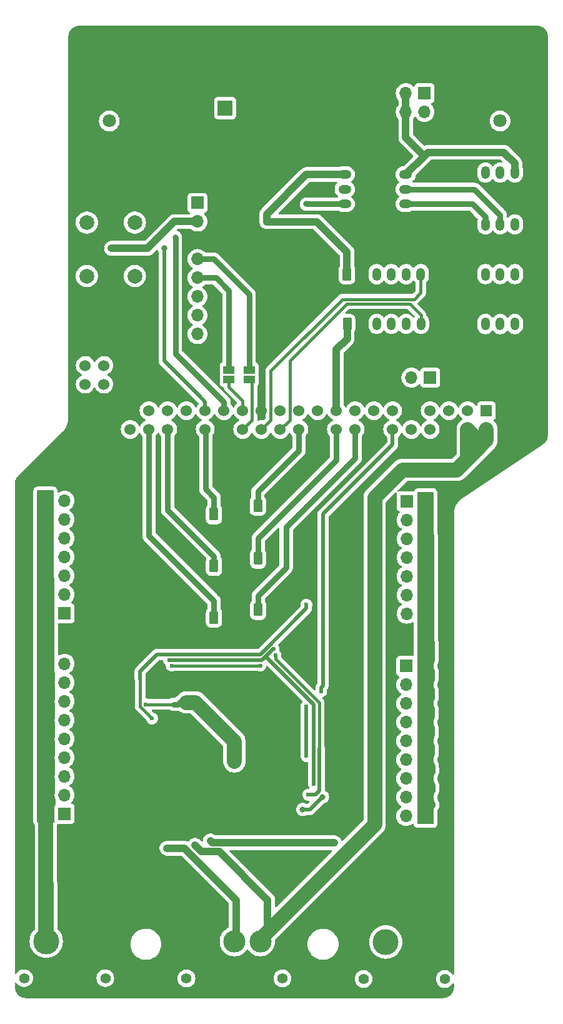
<source format=gbr>
%TF.GenerationSoftware,KiCad,Pcbnew,8.0.1*%
%TF.CreationDate,2024-08-17T14:41:16+02:00*%
%TF.ProjectId,robal_rpi_ioBoard,726f6261-6c5f-4727-9069-5f696f426f61,rev?*%
%TF.SameCoordinates,Original*%
%TF.FileFunction,Copper,L2,Bot*%
%TF.FilePolarity,Positive*%
%FSLAX46Y46*%
G04 Gerber Fmt 4.6, Leading zero omitted, Abs format (unit mm)*
G04 Created by KiCad (PCBNEW 8.0.1) date 2024-08-17 14:41:16*
%MOMM*%
%LPD*%
G01*
G04 APERTURE LIST*
G04 Aperture macros list*
%AMRoundRect*
0 Rectangle with rounded corners*
0 $1 Rounding radius*
0 $2 $3 $4 $5 $6 $7 $8 $9 X,Y pos of 4 corners*
0 Add a 4 corners polygon primitive as box body*
4,1,4,$2,$3,$4,$5,$6,$7,$8,$9,$2,$3,0*
0 Add four circle primitives for the rounded corners*
1,1,$1+$1,$2,$3*
1,1,$1+$1,$4,$5*
1,1,$1+$1,$6,$7*
1,1,$1+$1,$8,$9*
0 Add four rect primitives between the rounded corners*
20,1,$1+$1,$2,$3,$4,$5,0*
20,1,$1+$1,$4,$5,$6,$7,0*
20,1,$1+$1,$6,$7,$8,$9,0*
20,1,$1+$1,$8,$9,$2,$3,0*%
G04 Aperture macros list end*
%TA.AperFunction,ComponentPad*%
%ADD10R,1.700000X1.700000*%
%TD*%
%TA.AperFunction,ComponentPad*%
%ADD11O,1.700000X1.700000*%
%TD*%
%TA.AperFunction,ComponentPad*%
%ADD12C,1.400000*%
%TD*%
%TA.AperFunction,ComponentPad*%
%ADD13R,3.500000X3.500000*%
%TD*%
%TA.AperFunction,ComponentPad*%
%ADD14C,3.500000*%
%TD*%
%TA.AperFunction,ComponentPad*%
%ADD15RoundRect,0.250000X-0.350000X-0.625000X0.350000X-0.625000X0.350000X0.625000X-0.350000X0.625000X0*%
%TD*%
%TA.AperFunction,ComponentPad*%
%ADD16O,1.200000X1.750000*%
%TD*%
%TA.AperFunction,ComponentPad*%
%ADD17R,3.000000X3.000000*%
%TD*%
%TA.AperFunction,ComponentPad*%
%ADD18C,3.000000*%
%TD*%
%TA.AperFunction,ComponentPad*%
%ADD19R,1.800000X1.800000*%
%TD*%
%TA.AperFunction,ComponentPad*%
%ADD20C,1.800000*%
%TD*%
%TA.AperFunction,ComponentPad*%
%ADD21RoundRect,0.250000X0.625000X-0.350000X0.625000X0.350000X-0.625000X0.350000X-0.625000X-0.350000X0*%
%TD*%
%TA.AperFunction,ComponentPad*%
%ADD22O,1.750000X1.200000*%
%TD*%
%TA.AperFunction,ComponentPad*%
%ADD23R,1.524000X1.524000*%
%TD*%
%TA.AperFunction,ComponentPad*%
%ADD24C,1.524000*%
%TD*%
%TA.AperFunction,ComponentPad*%
%ADD25C,6.200000*%
%TD*%
%TA.AperFunction,ComponentPad*%
%ADD26RoundRect,0.250000X0.350000X0.625000X-0.350000X0.625000X-0.350000X-0.625000X0.350000X-0.625000X0*%
%TD*%
%TA.AperFunction,ComponentPad*%
%ADD27R,2.000000X2.000000*%
%TD*%
%TA.AperFunction,ComponentPad*%
%ADD28C,2.000000*%
%TD*%
%TA.AperFunction,SMDPad,CuDef*%
%ADD29R,1.500000X1.000000*%
%TD*%
%TA.AperFunction,ViaPad*%
%ADD30C,0.800000*%
%TD*%
%TA.AperFunction,ViaPad*%
%ADD31C,0.600000*%
%TD*%
%TA.AperFunction,Conductor*%
%ADD32C,0.800000*%
%TD*%
%TA.AperFunction,Conductor*%
%ADD33C,0.500000*%
%TD*%
%TA.AperFunction,Conductor*%
%ADD34C,2.000000*%
%TD*%
%TA.AperFunction,Conductor*%
%ADD35C,1.000000*%
%TD*%
%TA.AperFunction,Conductor*%
%ADD36C,0.400000*%
%TD*%
G04 APERTURE END LIST*
D10*
%TO.P,GY-87,1,VCC_IN*%
%TO.N,unconnected-(GY-87-VCC_IN-Pad1)*%
X61750000Y-67590000D03*
D11*
%TO.P,GY-87,2,3.3V*%
%TO.N,+3.3V_RP*%
X61750000Y-70130000D03*
%TO.P,GY-87,3,GND*%
%TO.N,GND*%
X61750000Y-72670000D03*
%TO.P,GY-87,4,SCL*%
%TO.N,I2C_SCL*%
X61750000Y-75210000D03*
%TO.P,GY-87,5,SDA*%
%TO.N,I2C_SDA*%
X61750000Y-77750000D03*
%TO.P,GY-87,6,FSYNC*%
%TO.N,unconnected-(GY-87-FSYNC-Pad6)*%
X61750000Y-80290000D03*
%TO.P,GY-87,7,INTA*%
%TO.N,INTA_MPU*%
X61750000Y-82830000D03*
%TO.P,GY-87,8,DRDY*%
%TO.N,DRDY*%
X61750000Y-85370000D03*
%TD*%
D10*
%TO.P,J1,1,Pin_1*%
%TO.N,UART_TX*%
X93275000Y-91250000D03*
D11*
%TO.P,J1,2,Pin_2*%
%TO.N,UART_RX*%
X90735000Y-91250000D03*
%TO.P,J1,3,Pin_3*%
%TO.N,GND*%
X88195000Y-91250000D03*
%TD*%
D12*
%TO.P,J2,*%
%TO.N,*%
X49250000Y-172600000D03*
X38250000Y-172600000D03*
D13*
%TO.P,J2,1,Pin_1*%
%TO.N,GND*%
X46250000Y-167600000D03*
D14*
%TO.P,J2,2,Pin_2*%
%TO.N,+6V_1*%
X41250000Y-167600000D03*
%TD*%
D10*
%TO.P,PCA_2_G_CONN1,1,Pin_1*%
%TO.N,GND*%
X95089924Y-150627528D03*
D11*
%TO.P,PCA_2_G_CONN1,2,Pin_2*%
X95089924Y-148087528D03*
%TO.P,PCA_2_G_CONN1,3,Pin_3*%
X95089924Y-145547528D03*
%TO.P,PCA_2_G_CONN1,4,Pin_4*%
X95089924Y-143007528D03*
%TO.P,PCA_2_G_CONN1,5,Pin_5*%
X95089924Y-140467528D03*
%TO.P,PCA_2_G_CONN1,6,Pin_6*%
X95089924Y-137927528D03*
%TO.P,PCA_2_G_CONN1,7,Pin_7*%
X95089924Y-135387528D03*
%TO.P,PCA_2_G_CONN1,8,Pin_8*%
X95089924Y-132847528D03*
%TO.P,PCA_2_G_CONN1,9,Pin_9*%
X95089924Y-130307528D03*
%TD*%
D10*
%TO.P,PCA_1_V_CONN2,1,Pin_1*%
%TO.N,+6V_1*%
X41190000Y-107913250D03*
D11*
%TO.P,PCA_1_V_CONN2,2,Pin_2*%
X41190000Y-110453250D03*
%TO.P,PCA_1_V_CONN2,3,Pin_3*%
X41190000Y-112993250D03*
%TO.P,PCA_1_V_CONN2,4,Pin_4*%
X41190000Y-115533250D03*
%TO.P,PCA_1_V_CONN2,5,Pin_5*%
X41190000Y-118073250D03*
%TO.P,PCA_1_V_CONN2,6,Pin_6*%
X41190000Y-120613250D03*
%TO.P,PCA_1_V_CONN2,7,Pin_7*%
X41190000Y-123153250D03*
%TD*%
D15*
%TO.P,J8,1,Pin_1*%
%TO.N,GND*%
X98750000Y-77250000D03*
D16*
%TO.P,J8,2,Pin_2*%
%TO.N,I2C_SCL*%
X100750000Y-77250000D03*
%TO.P,J8,3,Pin_3*%
%TO.N,I2C_SDA*%
X102750000Y-77250000D03*
%TO.P,J8,4,Pin_4*%
%TO.N,+3.3V_RP*%
X104750000Y-77250000D03*
%TD*%
D12*
%TO.P,J4,*%
%TO.N,*%
X73250000Y-172625000D03*
X60250000Y-172625000D03*
D17*
%TO.P,J4,1,Pin_1*%
%TO.N,GND*%
X63250000Y-167625000D03*
D18*
%TO.P,J4,2,Pin_2*%
%TO.N,+3.3V*%
X66750000Y-167625000D03*
%TO.P,J4,3,Pin_3*%
%TO.N,+5V*%
X70250000Y-167625000D03*
%TD*%
D19*
%TO.P,D7,1,K*%
%TO.N,GND*%
X47250000Y-56500000D03*
D20*
%TO.P,D7,2,A*%
%TO.N,Net-(D7-A)*%
X49790000Y-56500000D03*
%TD*%
D10*
%TO.P,PCA_1_G_CONN1,1,Pin_1*%
%TO.N,GND*%
X38650000Y-130000000D03*
D11*
%TO.P,PCA_1_G_CONN1,2,Pin_2*%
X38650000Y-132540000D03*
%TO.P,PCA_1_G_CONN1,3,Pin_3*%
X38650000Y-135080000D03*
%TO.P,PCA_1_G_CONN1,4,Pin_4*%
X38650000Y-137620000D03*
%TO.P,PCA_1_G_CONN1,5,Pin_5*%
X38650000Y-140160000D03*
%TO.P,PCA_1_G_CONN1,6,Pin_6*%
X38650000Y-142700000D03*
%TO.P,PCA_1_G_CONN1,7,Pin_7*%
X38650000Y-145240000D03*
%TO.P,PCA_1_G_CONN1,8,Pin_8*%
X38650000Y-147780000D03*
%TO.P,PCA_1_G_CONN1,9,Pin_9*%
X38650000Y-150320000D03*
%TD*%
D15*
%TO.P,J7,1,Pin_1*%
%TO.N,GND*%
X98750000Y-84000000D03*
D16*
%TO.P,J7,2,Pin_2*%
%TO.N,I2C_SCL*%
X100750000Y-84000000D03*
%TO.P,J7,3,Pin_3*%
%TO.N,I2C_SDA*%
X102750000Y-84000000D03*
%TO.P,J7,4,Pin_4*%
%TO.N,+3.3V_RP*%
X104750000Y-84000000D03*
%TD*%
D10*
%TO.P,PCA_2_V_CONN2,1,Pin_1*%
%TO.N,+6V_2*%
X92623592Y-123240000D03*
D11*
%TO.P,PCA_2_V_CONN2,2,Pin_2*%
X92623592Y-120700000D03*
%TO.P,PCA_2_V_CONN2,3,Pin_3*%
X92623592Y-118160000D03*
%TO.P,PCA_2_V_CONN2,4,Pin_4*%
X92623592Y-115620000D03*
%TO.P,PCA_2_V_CONN2,5,Pin_5*%
X92623592Y-113080000D03*
%TO.P,PCA_2_V_CONN2,6,Pin_6*%
X92623592Y-110540000D03*
%TO.P,PCA_2_V_CONN2,7,Pin_7*%
X92623592Y-108000000D03*
%TD*%
D21*
%TO.P,J11,1,Pin_1*%
%TO.N,GND*%
X89950000Y-69750000D03*
D22*
%TO.P,J11,2,Pin_2*%
%TO.N,I2C_SCL*%
X89950000Y-67750000D03*
%TO.P,J11,3,Pin_3*%
%TO.N,I2C_SDA*%
X89950000Y-65750000D03*
%TO.P,J11,4,Pin_4*%
%TO.N,+3.3V_RP*%
X89950000Y-63750000D03*
%TD*%
D23*
%TO.P,U1,1,3V3*%
%TO.N,+3.3V_RP*%
X100892500Y-95732500D03*
D24*
%TO.P,U1,2,5V*%
%TO.N,+5V*%
X100892500Y-98272500D03*
%TO.P,U1,3,GPIO2/SDA1*%
%TO.N,I2C_SDA*%
X98352500Y-95732500D03*
%TO.P,U1,4,5V*%
%TO.N,+5V*%
X98352500Y-98272500D03*
%TO.P,U1,5,GPIO3/SCL1*%
%TO.N,I2C_SCL*%
X95812500Y-95732500D03*
%TO.P,U1,6,GND*%
%TO.N,GND*%
X95812500Y-98272500D03*
%TO.P,U1,7,GPIO4/GPIO_GCKL*%
%TO.N,U_LED2*%
X93272500Y-95732500D03*
%TO.P,U1,8,GPIO14/TXD0*%
%TO.N,UART_TX*%
X93272500Y-98272500D03*
%TO.P,U1,9,GND*%
%TO.N,GND*%
X90732500Y-95732500D03*
%TO.P,U1,10,GPIO15/RXD0*%
%TO.N,UART_RX*%
X90732500Y-98272500D03*
%TO.P,U1,11,GPIO17/GPIO_GEN0*%
%TO.N,D1*%
X88192500Y-95732500D03*
%TO.P,U1,12,GPIO18/GPIO_GEN1*%
%TO.N,PCA_2_OE*%
X88192500Y-98272500D03*
%TO.P,U1,13,GPIO27/GPIO_GEN2*%
%TO.N,PCA_1_OE*%
X85652500Y-95732500D03*
%TO.P,U1,14,GND*%
%TO.N,GND*%
X85652500Y-98272500D03*
%TO.P,U1,15,GPIO22/GPIO_GEN3*%
%TO.N,D0*%
X83112500Y-95732500D03*
%TO.P,U1,16,GPIO23/GPIO_GEN4*%
%TO.N,TS_6*%
X83112500Y-98272500D03*
%TO.P,U1,17,3V3*%
%TO.N,+3.3V_RP*%
X80572500Y-95732500D03*
%TO.P,U1,18,GPIO24/GPIO_GEN5*%
%TO.N,TS_4*%
X80572500Y-98272500D03*
%TO.P,U1,19,GPIO10/SPI_MOSI*%
%TO.N,SPI_MOSI*%
X78032500Y-95732500D03*
%TO.P,U1,20,GND*%
%TO.N,GND*%
X78032500Y-98272500D03*
%TO.P,U1,21,GPIO9/SPI_MISO*%
%TO.N,SPI_MISO*%
X75492500Y-95732500D03*
%TO.P,U1,22,GPIO25/GPIO_GEN6*%
%TO.N,TS_2*%
X75492500Y-98272500D03*
%TO.P,U1,23,GPIO11/SPI_SCLK*%
%TO.N,SPI_SCLK*%
X72952500Y-95732500D03*
%TO.P,U1,24,GPIO8/~{SPI_CE0}*%
%TO.N,SPI_CE0*%
X72952500Y-98272500D03*
%TO.P,U1,25,GND*%
%TO.N,GND*%
X70412500Y-95732500D03*
%TO.P,U1,26,GPIO7/~{SPI_CE1}*%
%TO.N,SPI_CE1*%
X70412500Y-98272500D03*
%TO.P,U1,27,ID_SD*%
%TO.N,Net-(JP1-B)*%
X67872500Y-95732500D03*
%TO.P,U1,28,ID_SC*%
%TO.N,Net-(JP2-B)*%
X67872500Y-98272500D03*
%TO.P,U1,29,GPIO5*%
%TO.N,BUZZ*%
X65332500Y-95732500D03*
%TO.P,U1,30,GND*%
%TO.N,GND*%
X65332500Y-98272500D03*
%TO.P,U1,31,GPIO6*%
%TO.N,U_LED1*%
X62792500Y-95732500D03*
%TO.P,U1,32,GPIO12*%
%TO.N,TS_1*%
X62792500Y-98272500D03*
%TO.P,U1,33,GPIO13*%
%TO.N,DRDY*%
X60252500Y-95732500D03*
%TO.P,U1,34,GND*%
%TO.N,GND*%
X60252500Y-98272500D03*
%TO.P,U1,35,GPIO19*%
%TO.N,INTA_MPU*%
X57712500Y-95732500D03*
%TO.P,U1,36,GPIO16*%
%TO.N,TS_3*%
X57712500Y-98272500D03*
%TO.P,U1,37,GPIO26*%
%TO.N,U_BUTTON2*%
X55172500Y-95732500D03*
%TO.P,U1,38,GPIO20*%
%TO.N,TS_5*%
X55172500Y-98272500D03*
%TO.P,U1,39,GND*%
%TO.N,GND*%
X52632500Y-95732500D03*
%TO.P,U1,40,GPIO21*%
%TO.N,U_BUTTON1*%
X52632500Y-98272500D03*
%TO.P,U1,41,TR01*%
%TO.N,unconnected-(U1-TR01-Pad41)*%
X46532500Y-89609500D03*
%TO.P,U1,42,TR00*%
%TO.N,unconnected-(U1-TR00-Pad42)*%
X46532500Y-92149500D03*
%TO.P,U1,43,TR03*%
%TO.N,unconnected-(U1-TR03-Pad43)*%
X49072500Y-89609500D03*
%TO.P,U1,44,TR02*%
%TO.N,unconnected-(U1-TR02-Pad44)*%
X49072500Y-92149500D03*
D25*
%TO.P,U1,S1,SHIELD*%
%TO.N,GND*%
X105762500Y-97002500D03*
%TO.P,U1,S2,SHIELD*%
X47762500Y-97002500D03*
%TO.P,U1,S3,SHIELD*%
X47762500Y-48002500D03*
%TO.P,U1,S4,SHIELD*%
X105762500Y-48002500D03*
%TD*%
D26*
%TO.P,TS_1,1,Pin_1*%
%TO.N,TS_1*%
X63973244Y-109750787D03*
D16*
%TO.P,TS_1,2,Pin_2*%
%TO.N,GND*%
X61973244Y-109750787D03*
%TD*%
D15*
%TO.P,SPI_CONN1,1,Pin_1*%
%TO.N,+3.3V_RP*%
X82003646Y-77253445D03*
D16*
%TO.P,SPI_CONN1,2,Pin_2*%
%TO.N,GND*%
X84003646Y-77253445D03*
%TO.P,SPI_CONN1,3,Pin_3*%
%TO.N,SPI_SCLK*%
X86003646Y-77253445D03*
%TO.P,SPI_CONN1,4,Pin_4*%
%TO.N,SPI_MISO*%
X88003646Y-77253445D03*
%TO.P,SPI_CONN1,5,Pin_5*%
%TO.N,SPI_MOSI*%
X90003646Y-77253445D03*
%TO.P,SPI_CONN1,6,Pin_6*%
%TO.N,SPI_CE1*%
X92003646Y-77253445D03*
%TD*%
D26*
%TO.P,TS_3,1,Pin_1*%
%TO.N,TS_5*%
X63973244Y-123750787D03*
D16*
%TO.P,TS_3,2,Pin_2*%
%TO.N,GND*%
X61973244Y-123750787D03*
%TD*%
D15*
%TO.P,J5,1,Pin_1*%
%TO.N,GND*%
X98750000Y-70500000D03*
D16*
%TO.P,J5,2,Pin_2*%
%TO.N,I2C_SCL*%
X100750000Y-70500000D03*
%TO.P,J5,3,Pin_3*%
%TO.N,I2C_SDA*%
X102750000Y-70500000D03*
%TO.P,J5,4,Pin_4*%
%TO.N,+3.3V_RP*%
X104750000Y-70500000D03*
%TD*%
D10*
%TO.P,J9,1,Pin_1*%
%TO.N,D1*%
X92500000Y-52750000D03*
D11*
%TO.P,J9,2,Pin_2*%
%TO.N,D0*%
X92500000Y-55290000D03*
%TO.P,J9,3,Pin_3*%
%TO.N,+3.3V_RP*%
X89960000Y-52750000D03*
%TO.P,J9,4,Pin_4*%
X89960000Y-55290000D03*
%TO.P,J9,5,Pin_5*%
%TO.N,GND*%
X87420000Y-52750000D03*
%TO.P,J9,6,Pin_6*%
X87420000Y-55290000D03*
%TD*%
D19*
%TO.P,D2,1,K*%
%TO.N,GND*%
X105275000Y-56500000D03*
D20*
%TO.P,D2,2,A*%
%TO.N,Net-(D2-A)*%
X102735000Y-56500000D03*
%TD*%
D15*
%TO.P,TS_5,1,Pin_1*%
%TO.N,TS_4*%
X69973244Y-115750787D03*
D16*
%TO.P,TS_5,2,Pin_2*%
%TO.N,GND*%
X71973244Y-115750787D03*
%TD*%
D27*
%TO.P,BZ1,1,+*%
%TO.N,Net-(BZ1-+)*%
X65500000Y-54750000D03*
D28*
%TO.P,BZ1,2,-*%
%TO.N,GND*%
X73100000Y-54750000D03*
%TD*%
%TO.P,SW1,1,1*%
%TO.N,U_BUTTON1*%
X46750000Y-77500000D03*
X53250000Y-77500000D03*
%TO.P,SW1,2,2*%
%TO.N,GND*%
X46750000Y-82000000D03*
X53250000Y-82000000D03*
%TD*%
D10*
%TO.P,PCA_1_S_CONN2,1,Pin_1*%
%TO.N,Net-(PCA_1_S_CONN2-Pin_1)*%
X43734434Y-123160863D03*
D11*
%TO.P,PCA_1_S_CONN2,2,Pin_2*%
%TO.N,Net-(PCA_1_S_CONN2-Pin_2)*%
X43734434Y-120620863D03*
%TO.P,PCA_1_S_CONN2,3,Pin_3*%
%TO.N,Net-(PCA_1_S_CONN2-Pin_3)*%
X43734434Y-118080863D03*
%TO.P,PCA_1_S_CONN2,4,Pin_4*%
%TO.N,Net-(PCA_1_S_CONN2-Pin_4)*%
X43734434Y-115540863D03*
%TO.P,PCA_1_S_CONN2,5,Pin_5*%
%TO.N,Net-(PCA_1_S_CONN2-Pin_5)*%
X43734434Y-113000863D03*
%TO.P,PCA_1_S_CONN2,6,Pin_6*%
%TO.N,Net-(PCA_1_S_CONN2-Pin_6)*%
X43734434Y-110460863D03*
%TO.P,PCA_1_S_CONN2,7,Pin_7*%
%TO.N,Net-(PCA_1_S_CONN2-Pin_7)*%
X43734434Y-107920863D03*
%TD*%
D10*
%TO.P,PCA_1_S_CONN1,1,Pin_1*%
%TO.N,Net-(PCA_1_S_CONN1-Pin_1)*%
X43734434Y-150332667D03*
D11*
%TO.P,PCA_1_S_CONN1,2,Pin_2*%
%TO.N,Net-(PCA_1_S_CONN1-Pin_2)*%
X43734434Y-147792667D03*
%TO.P,PCA_1_S_CONN1,3,Pin_3*%
%TO.N,Net-(PCA_1_S_CONN1-Pin_3)*%
X43734434Y-145252667D03*
%TO.P,PCA_1_S_CONN1,4,Pin_4*%
%TO.N,Net-(PCA_1_S_CONN1-Pin_4)*%
X43734434Y-142712667D03*
%TO.P,PCA_1_S_CONN1,5,Pin_5*%
%TO.N,Net-(PCA_1_S_CONN1-Pin_5)*%
X43734434Y-140172667D03*
%TO.P,PCA_1_S_CONN1,6,Pin_6*%
%TO.N,Net-(PCA_1_S_CONN1-Pin_6)*%
X43734434Y-137632667D03*
%TO.P,PCA_1_S_CONN1,7,Pin_7*%
%TO.N,Net-(PCA_1_S_CONN1-Pin_7)*%
X43734434Y-135092667D03*
%TO.P,PCA_1_S_CONN1,8,Pin_8*%
%TO.N,Net-(PCA_1_S_CONN1-Pin_8)*%
X43734434Y-132552667D03*
%TO.P,PCA_1_S_CONN1,9,Pin_9*%
%TO.N,Net-(PCA_1_S_CONN1-Pin_9)*%
X43734434Y-130012667D03*
%TD*%
D10*
%TO.P,PCA_2_G_CONN2,1,Pin_1*%
%TO.N,GND*%
X95163592Y-123240000D03*
D11*
%TO.P,PCA_2_G_CONN2,2,Pin_2*%
X95163592Y-120700000D03*
%TO.P,PCA_2_G_CONN2,3,Pin_3*%
X95163592Y-118160000D03*
%TO.P,PCA_2_G_CONN2,4,Pin_4*%
X95163592Y-115620000D03*
%TO.P,PCA_2_G_CONN2,5,Pin_5*%
X95163592Y-113080000D03*
%TO.P,PCA_2_G_CONN2,6,Pin_6*%
X95163592Y-110540000D03*
%TO.P,PCA_2_G_CONN2,7,Pin_7*%
X95163592Y-108000000D03*
%TD*%
D10*
%TO.P,PCA_2_S_CONN1,1,Pin_1*%
%TO.N,Net-(PCA_2_S_CONN1-Pin_1)*%
X90000000Y-130310867D03*
D11*
%TO.P,PCA_2_S_CONN1,2,Pin_2*%
%TO.N,Net-(PCA_2_S_CONN1-Pin_2)*%
X90000000Y-132850867D03*
%TO.P,PCA_2_S_CONN1,3,Pin_3*%
%TO.N,Net-(PCA_2_S_CONN1-Pin_3)*%
X90000000Y-135390867D03*
%TO.P,PCA_2_S_CONN1,4,Pin_4*%
%TO.N,Net-(PCA_2_S_CONN1-Pin_4)*%
X90000000Y-137930867D03*
%TO.P,PCA_2_S_CONN1,5,Pin_5*%
%TO.N,Net-(PCA_2_S_CONN1-Pin_5)*%
X90000000Y-140470867D03*
%TO.P,PCA_2_S_CONN1,6,Pin_6*%
%TO.N,Net-(PCA_2_S_CONN1-Pin_6)*%
X90000000Y-143010867D03*
%TO.P,PCA_2_S_CONN1,7,Pin_7*%
%TO.N,Net-(PCA_2_S_CONN1-Pin_7)*%
X90000000Y-145550867D03*
%TO.P,PCA_2_S_CONN1,8,Pin_8*%
%TO.N,Net-(PCA_2_S_CONN1-Pin_8)*%
X90000000Y-148090867D03*
%TO.P,PCA_2_S_CONN1,9,Pin_9*%
%TO.N,Net-(PCA_2_S_CONN1-Pin_9)*%
X90000000Y-150630867D03*
%TD*%
D21*
%TO.P,J10,1,Pin_1*%
%TO.N,GND*%
X81700000Y-69750000D03*
D22*
%TO.P,J10,2,Pin_2*%
%TO.N,I2C_SCL*%
X81700000Y-67750000D03*
%TO.P,J10,3,Pin_3*%
%TO.N,I2C_SDA*%
X81700000Y-65750000D03*
%TO.P,J10,4,Pin_4*%
%TO.N,+3.3V_RP*%
X81700000Y-63750000D03*
%TD*%
D10*
%TO.P,PCA_1_G_CONN2,1,Pin_1*%
%TO.N,GND*%
X38650000Y-107913250D03*
D11*
%TO.P,PCA_1_G_CONN2,2,Pin_2*%
X38650000Y-110453250D03*
%TO.P,PCA_1_G_CONN2,3,Pin_3*%
X38650000Y-112993250D03*
%TO.P,PCA_1_G_CONN2,4,Pin_4*%
X38650000Y-115533250D03*
%TO.P,PCA_1_G_CONN2,5,Pin_5*%
X38650000Y-118073250D03*
%TO.P,PCA_1_G_CONN2,6,Pin_6*%
X38650000Y-120613250D03*
%TO.P,PCA_1_G_CONN2,7,Pin_7*%
X38650000Y-123153250D03*
%TD*%
D15*
%TO.P,J6,1,Pin_1*%
%TO.N,GND*%
X98750000Y-63500000D03*
D16*
%TO.P,J6,2,Pin_2*%
%TO.N,I2C_SCL*%
X100750000Y-63500000D03*
%TO.P,J6,3,Pin_3*%
%TO.N,I2C_SDA*%
X102750000Y-63500000D03*
%TO.P,J6,4,Pin_4*%
%TO.N,+3.3V_RP*%
X104750000Y-63500000D03*
%TD*%
D28*
%TO.P,SW2,1,1*%
%TO.N,U_BUTTON2*%
X53250000Y-70250000D03*
X46750000Y-70250000D03*
%TO.P,SW2,2,2*%
%TO.N,GND*%
X53250000Y-65750000D03*
X46750000Y-65750000D03*
%TD*%
D15*
%TO.P,SPI_CONN0,1,Pin_1*%
%TO.N,+3.3V_RP*%
X82016221Y-83991405D03*
D16*
%TO.P,SPI_CONN0,2,Pin_2*%
%TO.N,GND*%
X84016221Y-83991405D03*
%TO.P,SPI_CONN0,3,Pin_3*%
%TO.N,SPI_SCLK*%
X86016221Y-83991405D03*
%TO.P,SPI_CONN0,4,Pin_4*%
%TO.N,SPI_MISO*%
X88016221Y-83991405D03*
%TO.P,SPI_CONN0,5,Pin_5*%
%TO.N,SPI_MOSI*%
X90016221Y-83991405D03*
%TO.P,SPI_CONN0,6,Pin_6*%
%TO.N,SPI_CE0*%
X92016221Y-83991405D03*
%TD*%
D10*
%TO.P,PCA_2_V_CONN1,1,Pin_1*%
%TO.N,+6V_2*%
X92549924Y-150627528D03*
D11*
%TO.P,PCA_2_V_CONN1,2,Pin_2*%
X92549924Y-148087528D03*
%TO.P,PCA_2_V_CONN1,3,Pin_3*%
X92549924Y-145547528D03*
%TO.P,PCA_2_V_CONN1,4,Pin_4*%
X92549924Y-143007528D03*
%TO.P,PCA_2_V_CONN1,5,Pin_5*%
X92549924Y-140467528D03*
%TO.P,PCA_2_V_CONN1,6,Pin_6*%
X92549924Y-137927528D03*
%TO.P,PCA_2_V_CONN1,7,Pin_7*%
X92549924Y-135387528D03*
%TO.P,PCA_2_V_CONN1,8,Pin_8*%
X92549924Y-132847528D03*
%TO.P,PCA_2_V_CONN1,9,Pin_9*%
X92549924Y-130307528D03*
%TD*%
D26*
%TO.P,TS_2,1,Pin_1*%
%TO.N,TS_3*%
X63973244Y-116750787D03*
D16*
%TO.P,TS_2,2,Pin_2*%
%TO.N,GND*%
X61973244Y-116750787D03*
%TD*%
D10*
%TO.P,PCA_1_V_CONN1,1,Pin_1*%
%TO.N,+6V_1*%
X41190000Y-130000000D03*
D11*
%TO.P,PCA_1_V_CONN1,2,Pin_2*%
X41190000Y-132540000D03*
%TO.P,PCA_1_V_CONN1,3,Pin_3*%
X41190000Y-135080000D03*
%TO.P,PCA_1_V_CONN1,4,Pin_4*%
X41190000Y-137620000D03*
%TO.P,PCA_1_V_CONN1,5,Pin_5*%
X41190000Y-140160000D03*
%TO.P,PCA_1_V_CONN1,6,Pin_6*%
X41190000Y-142700000D03*
%TO.P,PCA_1_V_CONN1,7,Pin_7*%
X41190000Y-145240000D03*
%TO.P,PCA_1_V_CONN1,8,Pin_8*%
X41190000Y-147780000D03*
%TO.P,PCA_1_V_CONN1,9,Pin_9*%
X41190000Y-150320000D03*
%TD*%
D15*
%TO.P,TS_4,1,Pin_1*%
%TO.N,TS_2*%
X69920192Y-108616430D03*
D16*
%TO.P,TS_4,2,Pin_2*%
%TO.N,GND*%
X71920192Y-108616430D03*
%TD*%
D15*
%TO.P,TS_6,1,Pin_1*%
%TO.N,TS_6*%
X69973244Y-122700787D03*
D16*
%TO.P,TS_6,2,Pin_2*%
%TO.N,GND*%
X71973244Y-122700787D03*
%TD*%
D10*
%TO.P,PCA_2_S_CONN2,1,Pin_1*%
%TO.N,Net-(PCA_2_S_CONN2-Pin_1)*%
X90074090Y-107995815D03*
D11*
%TO.P,PCA_2_S_CONN2,2,Pin_2*%
%TO.N,Net-(PCA_2_S_CONN2-Pin_2)*%
X90074090Y-110535815D03*
%TO.P,PCA_2_S_CONN2,3,Pin_3*%
%TO.N,Net-(PCA_2_S_CONN2-Pin_3)*%
X90074090Y-113075815D03*
%TO.P,PCA_2_S_CONN2,4,Pin_4*%
%TO.N,Net-(PCA_2_S_CONN2-Pin_4)*%
X90074090Y-115615815D03*
%TO.P,PCA_2_S_CONN2,5,Pin_5*%
%TO.N,Net-(PCA_2_S_CONN2-Pin_5)*%
X90074090Y-118155815D03*
%TO.P,PCA_2_S_CONN2,6,Pin_6*%
%TO.N,Net-(PCA_2_S_CONN2-Pin_6)*%
X90074090Y-120695815D03*
%TO.P,PCA_2_S_CONN2,7,Pin_7*%
%TO.N,Net-(PCA_2_S_CONN2-Pin_7)*%
X90074090Y-123235815D03*
%TD*%
D12*
%TO.P,J3,*%
%TO.N,*%
X95250000Y-172700000D03*
X84250000Y-172700000D03*
D13*
%TO.P,J3,1,Pin_1*%
%TO.N,GND*%
X92250000Y-167700000D03*
D14*
%TO.P,J3,2,Pin_2*%
%TO.N,+6V_2*%
X87250000Y-167700000D03*
%TD*%
D29*
%TO.P,JP1,1,A*%
%TO.N,I2C_SDA*%
X66000000Y-90200000D03*
%TO.P,JP1,2,B*%
%TO.N,Net-(JP1-B)*%
X66000000Y-91500000D03*
%TD*%
%TO.P,JP2,1,A*%
%TO.N,I2C_SCL*%
X68750000Y-90200000D03*
%TO.P,JP2,2,B*%
%TO.N,Net-(JP2-B)*%
X68750000Y-91500000D03*
%TD*%
D30*
%TO.N,GND*%
X49475827Y-162056456D03*
X74617286Y-85591684D03*
X58936062Y-49420800D03*
X66000000Y-119750000D03*
X48400000Y-164400000D03*
X50725827Y-162056456D03*
X74570915Y-81826137D03*
X81777463Y-152333388D03*
X69250000Y-100614044D03*
X80174724Y-135765427D03*
X56436062Y-48170800D03*
X90342133Y-125478088D03*
X81742419Y-127885390D03*
X74364609Y-157119663D03*
X79920085Y-161629771D03*
X79640028Y-53229485D03*
X48400000Y-163150000D03*
X65750000Y-112750000D03*
X93132714Y-161836657D03*
X65250000Y-126336890D03*
X46505128Y-84959685D03*
X81170085Y-161629771D03*
X57550000Y-161750000D03*
X49750000Y-153750000D03*
X51504388Y-126049633D03*
X82824644Y-151844626D03*
X47750000Y-62500000D03*
X94382714Y-161836657D03*
X81640821Y-146760484D03*
X49439170Y-164439170D03*
X69232610Y-157282584D03*
X82992419Y-127885390D03*
X64261096Y-62856069D03*
X45350000Y-161800000D03*
X71200000Y-147800000D03*
X74875315Y-135803331D03*
X68600000Y-147600000D03*
X72043971Y-78150285D03*
X72043971Y-76900285D03*
X72250000Y-48000000D03*
X67250000Y-67750000D03*
X71200000Y-146489027D03*
X46505128Y-86209685D03*
X107800000Y-90750000D03*
X86465063Y-73027788D03*
X73293971Y-78150285D03*
X81170085Y-164129771D03*
X51541045Y-124916919D03*
X58800000Y-161750000D03*
X46520514Y-126078933D03*
X58800000Y-158150000D03*
X53044013Y-103340217D03*
X68500000Y-66500000D03*
X82140028Y-53229485D03*
X75614609Y-157119663D03*
X73320915Y-81826137D03*
X82420085Y-161629771D03*
X68500000Y-67750000D03*
X57550000Y-163000000D03*
X95982714Y-156486657D03*
X80380486Y-119368798D03*
X72117286Y-84341684D03*
X65523017Y-101880610D03*
X72250000Y-49250000D03*
X62836514Y-145727900D03*
X106400000Y-92000000D03*
X37586657Y-162017286D03*
X66773017Y-100630610D03*
X51794013Y-102090217D03*
X79640028Y-54479485D03*
X69232610Y-156032584D03*
X56436062Y-49420800D03*
X49020514Y-126078933D03*
X58936062Y-46920800D03*
X66000000Y-67750000D03*
X72070915Y-80576137D03*
X71000000Y-46750000D03*
X47770514Y-127328933D03*
X50291045Y-124916919D03*
X49005128Y-84959685D03*
X93132714Y-163086657D03*
X87842133Y-126728088D03*
X59343111Y-131359575D03*
X50544013Y-104590217D03*
X60186062Y-50670800D03*
X73625315Y-135803331D03*
X73367286Y-84341684D03*
X51975827Y-162056456D03*
X66518896Y-126326029D03*
X69000000Y-105500000D03*
X82420085Y-164129771D03*
X45350000Y-163050000D03*
X60186062Y-49420800D03*
X47770514Y-126078933D03*
X85215063Y-73027788D03*
X53189170Y-163189170D03*
X48436657Y-162017286D03*
X61761096Y-61606069D03*
X71000000Y-49250000D03*
X49750000Y-152500000D03*
X74543971Y-76900285D03*
X79640028Y-55729485D03*
X70500000Y-101864044D03*
X93600000Y-155200000D03*
X69750000Y-49250000D03*
X48500000Y-152500000D03*
X65250000Y-127500000D03*
X64500000Y-145749623D03*
X75614609Y-155869663D03*
X76775834Y-157087079D03*
X75647193Y-158329764D03*
X72043971Y-75650285D03*
X90342133Y-126728088D03*
X61761096Y-60356069D03*
X53189170Y-164439170D03*
X71750000Y-100614044D03*
X83390028Y-55729485D03*
X50250000Y-62500000D03*
X76775834Y-155837079D03*
X66000000Y-105500000D03*
X53044013Y-104590217D03*
X56436062Y-50670800D03*
X87715063Y-74277788D03*
X94382714Y-163086657D03*
X74617286Y-84341684D03*
X58936062Y-50670800D03*
X73625315Y-137053331D03*
X47750000Y-61250000D03*
D31*
X52771722Y-137890255D03*
D30*
X86465063Y-74277788D03*
X46600000Y-163050000D03*
X74543971Y-75650285D03*
X44217286Y-163013343D03*
X73320915Y-80576137D03*
X79920085Y-162879771D03*
X73320915Y-79326137D03*
X58800000Y-163000000D03*
X89092133Y-125478088D03*
X49020514Y-124828933D03*
X83670085Y-162879771D03*
X78025834Y-155837079D03*
X87842133Y-127978088D03*
X80380486Y-120618798D03*
X90342133Y-127978088D03*
X82420085Y-162879771D03*
X72070915Y-79326137D03*
X74570915Y-79326137D03*
X95982714Y-155236657D03*
X82140028Y-55729485D03*
X85215063Y-74277788D03*
X69750000Y-46750000D03*
X89092133Y-126728088D03*
X72250000Y-46750000D03*
X81016225Y-149131998D03*
X80492419Y-130385390D03*
X87715063Y-73027788D03*
X37550000Y-163150000D03*
X80492419Y-129135390D03*
X68023017Y-101880610D03*
X74364609Y-155869663D03*
X37550000Y-164400000D03*
X64750000Y-119750000D03*
X80890028Y-54479485D03*
X69750000Y-50500000D03*
X57686062Y-50670800D03*
X47755128Y-84959685D03*
X73367286Y-83091684D03*
X74543971Y-78150285D03*
X81742419Y-129135390D03*
X47770514Y-124828933D03*
X83670085Y-164129771D03*
X47250000Y-153750000D03*
X72117286Y-85591684D03*
X56436062Y-46920800D03*
X50689170Y-164439170D03*
X46600000Y-161800000D03*
X49020514Y-127328933D03*
X76065356Y-145793257D03*
X46520514Y-124828933D03*
X49439170Y-163189170D03*
X58836657Y-157017286D03*
X82140028Y-54479485D03*
X56636520Y-142032584D03*
X50254388Y-126049633D03*
X70482610Y-157282584D03*
X71000000Y-50500000D03*
X73500000Y-48000000D03*
X38800000Y-163150000D03*
X38836657Y-162017286D03*
X73293971Y-75650285D03*
X52250000Y-146750000D03*
X70500000Y-100614044D03*
X80380486Y-118118798D03*
X106400000Y-90750000D03*
X68583202Y-146520186D03*
X57686062Y-46920800D03*
X81777463Y-149833388D03*
X74875315Y-137053331D03*
X51794013Y-103340217D03*
X63011096Y-61606069D03*
X64500000Y-147500000D03*
X58800000Y-159400000D03*
X49005128Y-86209685D03*
X94732714Y-156486657D03*
X80380486Y-116736800D03*
X58936062Y-48170800D03*
X57550000Y-159400000D03*
X93600000Y-156450000D03*
X94732714Y-155236657D03*
X57586657Y-160617286D03*
X80527463Y-151083388D03*
X61586514Y-145727900D03*
X80890028Y-55729485D03*
X80380486Y-114236800D03*
X56636520Y-140782584D03*
X73367286Y-85591684D03*
X92000000Y-163050000D03*
X68023017Y-100630610D03*
X57550000Y-158150000D03*
X70482610Y-156032584D03*
X51939170Y-163189170D03*
X38800000Y-164400000D03*
X50544013Y-102090217D03*
X69400000Y-144200000D03*
X66000000Y-66500000D03*
X60186062Y-48170800D03*
X67250000Y-66500000D03*
X80380486Y-112986800D03*
X46520514Y-127328933D03*
X71372190Y-152297180D03*
X92000000Y-161800000D03*
X51794013Y-104590217D03*
X73625315Y-138303331D03*
X66518896Y-127576029D03*
X71750000Y-101864044D03*
X57885539Y-138395037D03*
X107800000Y-92000000D03*
X67750000Y-105500000D03*
X80174724Y-134515427D03*
X74875315Y-138303331D03*
X48500000Y-153750000D03*
X81742419Y-130385390D03*
X49000000Y-61250000D03*
X64750000Y-105500000D03*
X73500000Y-49250000D03*
X72070915Y-81826137D03*
X64261096Y-61606069D03*
X72117286Y-83091684D03*
X50254388Y-127299633D03*
X71000000Y-48000000D03*
X49000000Y-62500000D03*
X61761096Y-62856069D03*
X53225827Y-162056456D03*
X51504388Y-127299633D03*
X57586657Y-157017286D03*
X74570915Y-80576137D03*
X51939170Y-164439170D03*
X89092133Y-127978088D03*
X73500000Y-46750000D03*
X63011096Y-60356069D03*
X69750000Y-48000000D03*
X72250000Y-50500000D03*
D31*
X52500000Y-144750000D03*
D30*
X57686062Y-49420800D03*
X47755128Y-86209685D03*
X65523017Y-100630610D03*
X50250000Y-61250000D03*
X47250000Y-152500000D03*
X68600000Y-145200000D03*
X66773017Y-101880610D03*
X81170085Y-162879771D03*
X69250000Y-101864044D03*
X50689170Y-163189170D03*
X50544013Y-103340217D03*
X44217286Y-161763343D03*
X58836657Y-160617286D03*
X63672274Y-126336890D03*
X82992419Y-129135390D03*
X80380486Y-115486800D03*
X74617286Y-83091684D03*
X80890028Y-53229485D03*
X64500000Y-112750000D03*
X53044013Y-102090217D03*
X72622190Y-152297180D03*
X73500000Y-50500000D03*
X63011096Y-62856069D03*
X60186062Y-46920800D03*
X57886520Y-143282584D03*
X57886520Y-142032584D03*
X56636520Y-143282584D03*
X87842133Y-125478088D03*
X57686062Y-48170800D03*
X83390028Y-53229485D03*
X83670085Y-161629771D03*
X57886520Y-140782584D03*
X79920085Y-164129771D03*
X64261096Y-60356069D03*
X73293971Y-76900285D03*
X83390028Y-54479485D03*
D31*
%TO.N,+3.3V*%
X57600000Y-155000000D03*
X61431746Y-134781976D03*
X54669939Y-135515885D03*
X66250000Y-142500000D03*
X60250000Y-135250000D03*
X66750000Y-143250000D03*
X67250000Y-143750000D03*
D30*
X78666727Y-148035356D03*
D31*
X61460998Y-135640019D03*
X66250000Y-143750000D03*
X58500000Y-135500000D03*
X59384145Y-135220748D03*
X67250000Y-142500000D03*
D30*
X76000000Y-149750000D03*
D31*
%TO.N,+6V_2*%
X63500000Y-154000000D03*
X80250000Y-154250000D03*
%TO.N,+5V*%
X61400000Y-154600000D03*
D30*
%TO.N,+3.3V_RP*%
X50089793Y-73750000D03*
X71130000Y-70130000D03*
D31*
%TO.N,PCA_1_OE*%
X55587864Y-137423760D03*
X76500000Y-122000000D03*
D30*
%TO.N,I2C_SCL*%
X76500000Y-67750000D03*
D31*
X72030331Y-128030331D03*
X77500000Y-146250000D03*
X57892228Y-129500000D03*
%TO.N,I2C_SDA*%
X72310662Y-128810662D03*
X70250000Y-130250000D03*
X58250000Y-130250000D03*
X76750000Y-147750000D03*
%TO.N,PCA_2_OE*%
X76500000Y-135750000D03*
X76500000Y-142500000D03*
X78500000Y-133750000D03*
D30*
%TO.N,U_LED1*%
X57250000Y-73750000D03*
%TO.N,BUZZ*%
X58750000Y-72250000D03*
%TD*%
D32*
%TO.N,+3.3V*%
X58500000Y-135500000D02*
X59104893Y-135500000D01*
D33*
X76952083Y-149750000D02*
X76000000Y-149750000D01*
D34*
X66750000Y-143250000D02*
X66750000Y-140500000D01*
D35*
X57600000Y-155000000D02*
X60000000Y-155000000D01*
D36*
X54669939Y-135515885D02*
X54685824Y-135500000D01*
D35*
X67000000Y-162000000D02*
X67000000Y-167375000D01*
D34*
X66750000Y-140500000D02*
X61500000Y-135250000D01*
D33*
X78666727Y-148035356D02*
X76952083Y-149750000D01*
D32*
X59104893Y-135500000D02*
X59384145Y-135220748D01*
D35*
X60000000Y-155000000D02*
X67000000Y-162000000D01*
D36*
X54685824Y-135500000D02*
X58500000Y-135500000D01*
D34*
X61500000Y-135250000D02*
X60250000Y-135250000D01*
D35*
X67000000Y-167375000D02*
X66750000Y-167625000D01*
D34*
%TO.N,+6V_1*%
X41190000Y-150320000D02*
X41190000Y-167540000D01*
X41190000Y-167540000D02*
X41250000Y-167600000D01*
X41190000Y-130000000D02*
X41190000Y-150320000D01*
X41250000Y-159750000D02*
X41250000Y-166250000D01*
D35*
%TO.N,+6V_2*%
X63500000Y-154000000D02*
X63750000Y-154250000D01*
X63750000Y-154250000D02*
X80250000Y-154250000D01*
%TO.N,+5V*%
X62250000Y-155450000D02*
X64700000Y-155450000D01*
X61400000Y-154600000D02*
X62250000Y-155450000D01*
D34*
X100892500Y-99736180D02*
X100892500Y-98272500D01*
X98352500Y-98272500D02*
X98352500Y-102276180D01*
X100189340Y-100439340D02*
X100892500Y-99736180D01*
X70250000Y-167275000D02*
X85750000Y-151775000D01*
D35*
X64700000Y-155450000D02*
X71250000Y-162000000D01*
D34*
X85750000Y-107500000D02*
X89500000Y-103750000D01*
X70250000Y-167625000D02*
X70250000Y-167275000D01*
X96878680Y-103750000D02*
X100189340Y-100439340D01*
D35*
X71250000Y-166625000D02*
X70250000Y-167625000D01*
D34*
X89500000Y-103750000D02*
X96878680Y-103750000D01*
X100189340Y-100109340D02*
X100189340Y-100439340D01*
D35*
X71250000Y-162000000D02*
X71250000Y-166625000D01*
D34*
X85750000Y-151775000D02*
X85750000Y-107500000D01*
X98352500Y-98272500D02*
X100189340Y-100109340D01*
D35*
%TO.N,+3.3V_RP*%
X89960000Y-58760000D02*
X92450000Y-61250000D01*
X71130000Y-70130000D02*
X71133612Y-70133612D01*
X82016221Y-85983779D02*
X80572500Y-87427500D01*
X104750000Y-63500000D02*
X104750000Y-62250000D01*
X104750000Y-62250000D02*
X103250000Y-60750000D01*
X76500000Y-63750000D02*
X81700000Y-63750000D01*
X58620000Y-70130000D02*
X61750000Y-70130000D01*
X82003646Y-74253646D02*
X82003646Y-77253445D01*
X89960000Y-52750000D02*
X89960000Y-58760000D01*
X71130000Y-70130000D02*
X71130000Y-69120000D01*
X71130000Y-69120000D02*
X76500000Y-63750000D01*
X80572500Y-87427500D02*
X80572500Y-95732500D01*
X103250000Y-60750000D02*
X92950000Y-60750000D01*
X77883612Y-70133612D02*
X82003646Y-74253646D01*
X92450000Y-61250000D02*
X89950000Y-63750000D01*
X55000000Y-73750000D02*
X58620000Y-70130000D01*
X92950000Y-60750000D02*
X92450000Y-61250000D01*
X71133612Y-70133612D02*
X77883612Y-70133612D01*
X50089793Y-73750000D02*
X55000000Y-73750000D01*
X82016221Y-83991405D02*
X82016221Y-85983779D01*
D33*
%TO.N,PCA_1_OE*%
X76500000Y-122000000D02*
X76500000Y-122500000D01*
X76500000Y-122500000D02*
X70250000Y-128750000D01*
X56250000Y-128750000D02*
X64750000Y-128750000D01*
D36*
X53969939Y-135805835D02*
X53969939Y-132030061D01*
X55587864Y-137423760D02*
X53969939Y-135805835D01*
D33*
X70250000Y-128750000D02*
X64750000Y-128750000D01*
X53969939Y-131030061D02*
X56250000Y-128750000D01*
X53969939Y-132030061D02*
X53969939Y-131030061D01*
%TO.N,I2C_SCL*%
X77500000Y-135500000D02*
X71000000Y-129000000D01*
X77500000Y-146250000D02*
X77500000Y-135500000D01*
X71000000Y-129000000D02*
X71969669Y-128030331D01*
D32*
X68750000Y-80000000D02*
X63960000Y-75210000D01*
X89950000Y-67750000D02*
X99000000Y-67750000D01*
D33*
X57892228Y-129500000D02*
X70500000Y-129500000D01*
D32*
X100750000Y-69500000D02*
X100750000Y-70500000D01*
D33*
X71969669Y-128030331D02*
X72030331Y-128030331D01*
D32*
X63960000Y-75210000D02*
X61750000Y-75210000D01*
X99000000Y-67750000D02*
X100750000Y-69500000D01*
D33*
X70500000Y-129500000D02*
X71000000Y-129000000D01*
D32*
X68750000Y-90200000D02*
X68750000Y-80000000D01*
X81700000Y-67750000D02*
X76500000Y-67750000D01*
D36*
%TO.N,I2C_SDA*%
X72310662Y-128810662D02*
X72310662Y-129320725D01*
D32*
X66000000Y-79500000D02*
X64250000Y-77750000D01*
D36*
X58250000Y-130250000D02*
X70250000Y-130250000D01*
X72310662Y-129320725D02*
X78250000Y-135260063D01*
D33*
X78250000Y-147250000D02*
X78250000Y-146000000D01*
X76750000Y-147750000D02*
X77750000Y-147750000D01*
D32*
X66000000Y-90200000D02*
X66000000Y-79500000D01*
D33*
X77750000Y-147750000D02*
X78250000Y-147250000D01*
D32*
X64250000Y-77750000D02*
X61750000Y-77750000D01*
X89950000Y-65750000D02*
X99250000Y-65750000D01*
X102750000Y-69250000D02*
X102750000Y-70500000D01*
X99250000Y-65750000D02*
X102750000Y-69250000D01*
D36*
X78250000Y-135260063D02*
X78250000Y-141500000D01*
D33*
X78250000Y-146000000D02*
X78250000Y-141500000D01*
%TO.N,PCA_2_OE*%
X76500000Y-142500000D02*
X76500000Y-135750000D01*
X78750000Y-133000000D02*
X78750000Y-109750000D01*
X88192500Y-100307500D02*
X88192500Y-98272500D01*
X78500000Y-133750000D02*
X78500000Y-133250000D01*
X78500000Y-133250000D02*
X78750000Y-133000000D01*
X78750000Y-109750000D02*
X88192500Y-100307500D01*
%TO.N,U_LED1*%
X62792500Y-94542500D02*
X62000000Y-93750000D01*
X62792500Y-95732500D02*
X62792500Y-94542500D01*
X57250000Y-89000000D02*
X57250000Y-73750000D01*
X62000000Y-93750000D02*
X57250000Y-89000000D01*
D32*
%TO.N,BUZZ*%
X65332500Y-95732500D02*
X65332500Y-94582500D01*
X58750000Y-88000000D02*
X58750000Y-72250000D01*
X65332500Y-94582500D02*
X58750000Y-88000000D01*
%TO.N,TS_1*%
X62854006Y-106354006D02*
X62854006Y-98334006D01*
X63973244Y-109750787D02*
X63973244Y-107473244D01*
X63973244Y-107473244D02*
X62854006Y-106354006D01*
%TO.N,TS_3*%
X57712500Y-109212500D02*
X57712500Y-98272500D01*
X63973244Y-115473244D02*
X57712500Y-109212500D01*
X63973244Y-116750787D02*
X63973244Y-115473244D01*
%TO.N,TS_5*%
X55172500Y-112672500D02*
X55172500Y-98272500D01*
X63973244Y-123750787D02*
X63973244Y-121473244D01*
X63973244Y-121473244D02*
X55172500Y-112672500D01*
%TO.N,TS_2*%
X69920192Y-108616430D02*
X69920192Y-106704808D01*
X69920192Y-106704808D02*
X75492500Y-101132500D01*
X75492500Y-101132500D02*
X75492500Y-98272500D01*
%TO.N,TS_4*%
X69973244Y-113026756D02*
X80572500Y-102427500D01*
X80572500Y-102427500D02*
X80572500Y-98272500D01*
X69973244Y-115750787D02*
X69973244Y-113026756D01*
%TO.N,TS_6*%
X69973244Y-120776756D02*
X73750000Y-117000000D01*
X73750000Y-111500000D02*
X83112500Y-102137500D01*
X69973244Y-122700787D02*
X69973244Y-120776756D01*
X83112500Y-102137500D02*
X83112500Y-98272500D01*
X73750000Y-117000000D02*
X73750000Y-111500000D01*
D36*
%TO.N,SPI_CE0*%
X90500000Y-81250000D02*
X82000000Y-81250000D01*
X82000000Y-81250000D02*
X74241213Y-89008787D01*
X74241213Y-89008787D02*
X74241213Y-96983787D01*
X92016221Y-83991405D02*
X92016221Y-82766221D01*
X92016221Y-82766221D02*
X90500000Y-81250000D01*
X74241213Y-96983787D02*
X72952500Y-98272500D01*
%TO.N,SPI_CE1*%
X81350000Y-80650000D02*
X71678057Y-90321943D01*
X71678057Y-90321943D02*
X71678057Y-97006943D01*
X92003646Y-77253445D02*
X92003646Y-79746354D01*
X71678057Y-97006943D02*
X70412500Y-98272500D01*
X92003646Y-79746354D02*
X91100000Y-80650000D01*
X91100000Y-80650000D02*
X81350000Y-80650000D01*
%TO.N,Net-(JP1-B)*%
X67872500Y-95732500D02*
X67872500Y-94372500D01*
X66000000Y-92500000D02*
X66000000Y-91500000D01*
X67872500Y-94372500D02*
X66000000Y-92500000D01*
%TO.N,Net-(JP2-B)*%
X68750000Y-91500000D02*
X69132610Y-91882610D01*
X69132610Y-91882610D02*
X69132610Y-97012390D01*
X69132610Y-97012390D02*
X67872500Y-98272500D01*
%TD*%
%TA.AperFunction,Conductor*%
%TO.N,GND*%
G36*
X79920150Y-155270185D02*
G01*
X79965905Y-155322989D01*
X79975849Y-155392147D01*
X79946824Y-155455703D01*
X79940792Y-155462181D01*
X72462181Y-162940792D01*
X72400858Y-162974277D01*
X72331166Y-162969293D01*
X72275233Y-162927421D01*
X72250816Y-162861957D01*
X72250500Y-162853111D01*
X72250500Y-161901456D01*
X72212052Y-161708170D01*
X72212051Y-161708169D01*
X72212051Y-161708165D01*
X72212049Y-161708160D01*
X72136635Y-161526092D01*
X72136628Y-161526079D01*
X72027139Y-161362218D01*
X72027136Y-161362214D01*
X71884686Y-161219764D01*
X71884655Y-161219735D01*
X66127101Y-155462181D01*
X66093616Y-155400858D01*
X66098600Y-155331166D01*
X66140472Y-155275233D01*
X66205936Y-155250816D01*
X66214782Y-155250500D01*
X79853111Y-155250500D01*
X79920150Y-155270185D01*
G37*
%TD.AperFunction*%
%TA.AperFunction,Conductor*%
G36*
X107754419Y-43587330D02*
G01*
X107954559Y-43601644D01*
X107972064Y-43604161D01*
X108163795Y-43645870D01*
X108180754Y-43650849D01*
X108364612Y-43719425D01*
X108380687Y-43726766D01*
X108552905Y-43820806D01*
X108567784Y-43830368D01*
X108724861Y-43947955D01*
X108738231Y-43959541D01*
X108876968Y-44098278D01*
X108888554Y-44111649D01*
X109006134Y-44268718D01*
X109015700Y-44283602D01*
X109109734Y-44455816D01*
X109117083Y-44471909D01*
X109185650Y-44655747D01*
X109190634Y-44672722D01*
X109232339Y-44864441D01*
X109234857Y-44881954D01*
X109249184Y-45082301D01*
X109249500Y-45091146D01*
X109249500Y-45162389D01*
X109249501Y-45162402D01*
X109249501Y-99011784D01*
X109249195Y-99020484D01*
X109235354Y-99217267D01*
X109232920Y-99234491D01*
X109192586Y-99423150D01*
X109187765Y-99439863D01*
X109121432Y-99621013D01*
X109114319Y-99636889D01*
X109023287Y-99806975D01*
X109014024Y-99821697D01*
X108900086Y-99977373D01*
X108888853Y-99990655D01*
X108754255Y-100128852D01*
X108741274Y-100140432D01*
X108584777Y-100261436D01*
X108577710Y-100266514D01*
X108521857Y-100303749D01*
X108521847Y-100303756D01*
X97641933Y-107557031D01*
X97641929Y-107557035D01*
X97617481Y-107573334D01*
X97604344Y-107582091D01*
X97551803Y-107617118D01*
X97551221Y-107617563D01*
X97499321Y-107652195D01*
X97499305Y-107652207D01*
X97289782Y-107827683D01*
X97289776Y-107827688D01*
X97100606Y-108024975D01*
X97100603Y-108024978D01*
X96934073Y-108241687D01*
X96934067Y-108241696D01*
X96792144Y-108475268D01*
X96676514Y-108722933D01*
X96588571Y-108981704D01*
X96588569Y-108981711D01*
X96529351Y-109248525D01*
X96529349Y-109248533D01*
X96499561Y-109520211D01*
X96499532Y-109582993D01*
X96499501Y-109583495D01*
X96499501Y-109656881D01*
X96499500Y-109732758D01*
X96499501Y-109732771D01*
X96499501Y-171992555D01*
X96479816Y-172059594D01*
X96427012Y-172105349D01*
X96357854Y-172115293D01*
X96294298Y-172086268D01*
X96276547Y-172067282D01*
X96140979Y-171887761D01*
X95976562Y-171737876D01*
X95976560Y-171737874D01*
X95787404Y-171620754D01*
X95787398Y-171620752D01*
X95579940Y-171540382D01*
X95361243Y-171499500D01*
X95138757Y-171499500D01*
X94920060Y-171540382D01*
X94788864Y-171591207D01*
X94712601Y-171620752D01*
X94712595Y-171620754D01*
X94523439Y-171737874D01*
X94523437Y-171737876D01*
X94359020Y-171887761D01*
X94224943Y-172065308D01*
X94224938Y-172065316D01*
X94125775Y-172264461D01*
X94125769Y-172264476D01*
X94064885Y-172478462D01*
X94064884Y-172478464D01*
X94044357Y-172699999D01*
X94044357Y-172700000D01*
X94064884Y-172921535D01*
X94064885Y-172921537D01*
X94125769Y-173135523D01*
X94125775Y-173135538D01*
X94224938Y-173334683D01*
X94224943Y-173334691D01*
X94359020Y-173512238D01*
X94523437Y-173662123D01*
X94523439Y-173662125D01*
X94712595Y-173779245D01*
X94712596Y-173779245D01*
X94712599Y-173779247D01*
X94920060Y-173859618D01*
X95138757Y-173900500D01*
X95138759Y-173900500D01*
X95361241Y-173900500D01*
X95361243Y-173900500D01*
X95579940Y-173859618D01*
X95787401Y-173779247D01*
X95976562Y-173662124D01*
X96140981Y-173512236D01*
X96275058Y-173334689D01*
X96275058Y-173334688D01*
X96276547Y-173332717D01*
X96332656Y-173291081D01*
X96402368Y-173286390D01*
X96463550Y-173320132D01*
X96496777Y-173381595D01*
X96499501Y-173407444D01*
X96499501Y-173795573D01*
X96499185Y-173804420D01*
X96484870Y-174004557D01*
X96482352Y-174022068D01*
X96440645Y-174213791D01*
X96435661Y-174230766D01*
X96367093Y-174414606D01*
X96359743Y-174430700D01*
X96265711Y-174602905D01*
X96256146Y-174617788D01*
X96138559Y-174774866D01*
X96126973Y-174788237D01*
X95988237Y-174926973D01*
X95974866Y-174938559D01*
X95817788Y-175056146D01*
X95802905Y-175065711D01*
X95630700Y-175159743D01*
X95614606Y-175167093D01*
X95430766Y-175235661D01*
X95413791Y-175240645D01*
X95222068Y-175282352D01*
X95204557Y-175284870D01*
X95021751Y-175297945D01*
X95004432Y-175299184D01*
X94995587Y-175299500D01*
X38504428Y-175299500D01*
X38495582Y-175299184D01*
X38473622Y-175297613D01*
X38295442Y-175284869D01*
X38277931Y-175282351D01*
X38086212Y-175240646D01*
X38069236Y-175235662D01*
X37885390Y-175167090D01*
X37869298Y-175159740D01*
X37697095Y-175065711D01*
X37682210Y-175056146D01*
X37525132Y-174938558D01*
X37511762Y-174926972D01*
X37373027Y-174788237D01*
X37361441Y-174774867D01*
X37361440Y-174774866D01*
X37243849Y-174617784D01*
X37234288Y-174602904D01*
X37140259Y-174430701D01*
X37132909Y-174414609D01*
X37072091Y-174251551D01*
X37064334Y-174230755D01*
X37059355Y-174213797D01*
X37017647Y-174022063D01*
X37015130Y-174004556D01*
X37000817Y-173804431D01*
X37000501Y-173795585D01*
X37000501Y-173307447D01*
X37020186Y-173240408D01*
X37072990Y-173194653D01*
X37142148Y-173184709D01*
X37205704Y-173213734D01*
X37223455Y-173232720D01*
X37359020Y-173412238D01*
X37523437Y-173562123D01*
X37523439Y-173562125D01*
X37712595Y-173679245D01*
X37712596Y-173679245D01*
X37712599Y-173679247D01*
X37920060Y-173759618D01*
X38138757Y-173800500D01*
X38138759Y-173800500D01*
X38361241Y-173800500D01*
X38361243Y-173800500D01*
X38579940Y-173759618D01*
X38787401Y-173679247D01*
X38976562Y-173562124D01*
X39140981Y-173412236D01*
X39275058Y-173234689D01*
X39374229Y-173035528D01*
X39435115Y-172821536D01*
X39455643Y-172600000D01*
X48044357Y-172600000D01*
X48064884Y-172821535D01*
X48064885Y-172821537D01*
X48125769Y-173035523D01*
X48125775Y-173035538D01*
X48224938Y-173234683D01*
X48224943Y-173234691D01*
X48359020Y-173412238D01*
X48523437Y-173562123D01*
X48523439Y-173562125D01*
X48712595Y-173679245D01*
X48712596Y-173679245D01*
X48712599Y-173679247D01*
X48920060Y-173759618D01*
X49138757Y-173800500D01*
X49138759Y-173800500D01*
X49361241Y-173800500D01*
X49361243Y-173800500D01*
X49579940Y-173759618D01*
X49787401Y-173679247D01*
X49976562Y-173562124D01*
X50140981Y-173412236D01*
X50275058Y-173234689D01*
X50374229Y-173035528D01*
X50435115Y-172821536D01*
X50453326Y-172625000D01*
X59044357Y-172625000D01*
X59064884Y-172846535D01*
X59064885Y-172846537D01*
X59125769Y-173060523D01*
X59125775Y-173060538D01*
X59224938Y-173259683D01*
X59224943Y-173259691D01*
X59359020Y-173437238D01*
X59523437Y-173587123D01*
X59523439Y-173587125D01*
X59712595Y-173704245D01*
X59712596Y-173704245D01*
X59712599Y-173704247D01*
X59920060Y-173784618D01*
X60138757Y-173825500D01*
X60138759Y-173825500D01*
X60361241Y-173825500D01*
X60361243Y-173825500D01*
X60579940Y-173784618D01*
X60787401Y-173704247D01*
X60976562Y-173587124D01*
X61140981Y-173437236D01*
X61275058Y-173259689D01*
X61374229Y-173060528D01*
X61435115Y-172846536D01*
X61455643Y-172625000D01*
X72044357Y-172625000D01*
X72064884Y-172846535D01*
X72064885Y-172846537D01*
X72125769Y-173060523D01*
X72125775Y-173060538D01*
X72224938Y-173259683D01*
X72224943Y-173259691D01*
X72359020Y-173437238D01*
X72523437Y-173587123D01*
X72523439Y-173587125D01*
X72712595Y-173704245D01*
X72712596Y-173704245D01*
X72712599Y-173704247D01*
X72920060Y-173784618D01*
X73138757Y-173825500D01*
X73138759Y-173825500D01*
X73361241Y-173825500D01*
X73361243Y-173825500D01*
X73579940Y-173784618D01*
X73787401Y-173704247D01*
X73976562Y-173587124D01*
X74140981Y-173437236D01*
X74275058Y-173259689D01*
X74374229Y-173060528D01*
X74435115Y-172846536D01*
X74448693Y-172700000D01*
X83044357Y-172700000D01*
X83064884Y-172921535D01*
X83064885Y-172921537D01*
X83125769Y-173135523D01*
X83125775Y-173135538D01*
X83224938Y-173334683D01*
X83224943Y-173334691D01*
X83359020Y-173512238D01*
X83523437Y-173662123D01*
X83523439Y-173662125D01*
X83712595Y-173779245D01*
X83712596Y-173779245D01*
X83712599Y-173779247D01*
X83920060Y-173859618D01*
X84138757Y-173900500D01*
X84138759Y-173900500D01*
X84361241Y-173900500D01*
X84361243Y-173900500D01*
X84579940Y-173859618D01*
X84787401Y-173779247D01*
X84976562Y-173662124D01*
X85140981Y-173512236D01*
X85275058Y-173334689D01*
X85374229Y-173135528D01*
X85435115Y-172921536D01*
X85455643Y-172700000D01*
X85435115Y-172478464D01*
X85374229Y-172264472D01*
X85374224Y-172264461D01*
X85275061Y-172065316D01*
X85275056Y-172065308D01*
X85140979Y-171887761D01*
X84976562Y-171737876D01*
X84976560Y-171737874D01*
X84787404Y-171620754D01*
X84787398Y-171620752D01*
X84579940Y-171540382D01*
X84361243Y-171499500D01*
X84138757Y-171499500D01*
X83920060Y-171540382D01*
X83788864Y-171591207D01*
X83712601Y-171620752D01*
X83712595Y-171620754D01*
X83523439Y-171737874D01*
X83523437Y-171737876D01*
X83359020Y-171887761D01*
X83224943Y-172065308D01*
X83224938Y-172065316D01*
X83125775Y-172264461D01*
X83125769Y-172264476D01*
X83064885Y-172478462D01*
X83064884Y-172478464D01*
X83044357Y-172699999D01*
X83044357Y-172700000D01*
X74448693Y-172700000D01*
X74455643Y-172625000D01*
X74453326Y-172600000D01*
X74435115Y-172403464D01*
X74435114Y-172403462D01*
X74428001Y-172378464D01*
X74374229Y-172189472D01*
X74374224Y-172189461D01*
X74275061Y-171990316D01*
X74275056Y-171990308D01*
X74140979Y-171812761D01*
X73976562Y-171662876D01*
X73976560Y-171662874D01*
X73787404Y-171545754D01*
X73787398Y-171545752D01*
X73579940Y-171465382D01*
X73361243Y-171424500D01*
X73138757Y-171424500D01*
X72920060Y-171465382D01*
X72788864Y-171516207D01*
X72712601Y-171545752D01*
X72712595Y-171545754D01*
X72523439Y-171662874D01*
X72523437Y-171662876D01*
X72359020Y-171812761D01*
X72224943Y-171990308D01*
X72224938Y-171990316D01*
X72125775Y-172189461D01*
X72125769Y-172189476D01*
X72064885Y-172403462D01*
X72064884Y-172403464D01*
X72044357Y-172624999D01*
X72044357Y-172625000D01*
X61455643Y-172625000D01*
X61453326Y-172600000D01*
X61435115Y-172403464D01*
X61435114Y-172403462D01*
X61428001Y-172378464D01*
X61374229Y-172189472D01*
X61374224Y-172189461D01*
X61275061Y-171990316D01*
X61275056Y-171990308D01*
X61140979Y-171812761D01*
X60976562Y-171662876D01*
X60976560Y-171662874D01*
X60787404Y-171545754D01*
X60787398Y-171545752D01*
X60579940Y-171465382D01*
X60361243Y-171424500D01*
X60138757Y-171424500D01*
X59920060Y-171465382D01*
X59788864Y-171516207D01*
X59712601Y-171545752D01*
X59712595Y-171545754D01*
X59523439Y-171662874D01*
X59523437Y-171662876D01*
X59359020Y-171812761D01*
X59224943Y-171990308D01*
X59224938Y-171990316D01*
X59125775Y-172189461D01*
X59125769Y-172189476D01*
X59064885Y-172403462D01*
X59064884Y-172403464D01*
X59044357Y-172624999D01*
X59044357Y-172625000D01*
X50453326Y-172625000D01*
X50455643Y-172600000D01*
X50435115Y-172378464D01*
X50374229Y-172164472D01*
X50349741Y-172115293D01*
X50275061Y-171965316D01*
X50275056Y-171965308D01*
X50140979Y-171787761D01*
X49976562Y-171637876D01*
X49976560Y-171637874D01*
X49787404Y-171520754D01*
X49787398Y-171520752D01*
X49579940Y-171440382D01*
X49361243Y-171399500D01*
X49138757Y-171399500D01*
X48920060Y-171440382D01*
X48855528Y-171465382D01*
X48712601Y-171520752D01*
X48712595Y-171520754D01*
X48523439Y-171637874D01*
X48523437Y-171637876D01*
X48359020Y-171787761D01*
X48224943Y-171965308D01*
X48224938Y-171965316D01*
X48125775Y-172164461D01*
X48125769Y-172164476D01*
X48064885Y-172378462D01*
X48064884Y-172378464D01*
X48044357Y-172599999D01*
X48044357Y-172600000D01*
X39455643Y-172600000D01*
X39435115Y-172378464D01*
X39374229Y-172164472D01*
X39349741Y-172115293D01*
X39275061Y-171965316D01*
X39275056Y-171965308D01*
X39140979Y-171787761D01*
X38976562Y-171637876D01*
X38976560Y-171637874D01*
X38787404Y-171520754D01*
X38787398Y-171520752D01*
X38579940Y-171440382D01*
X38361243Y-171399500D01*
X38138757Y-171399500D01*
X37920060Y-171440382D01*
X37855528Y-171465382D01*
X37712601Y-171520752D01*
X37712595Y-171520754D01*
X37523439Y-171637874D01*
X37523437Y-171637876D01*
X37359020Y-171787761D01*
X37223455Y-171967279D01*
X37167346Y-172008915D01*
X37097634Y-172013606D01*
X37036452Y-171979864D01*
X37003225Y-171918401D01*
X37000501Y-171892552D01*
X37000501Y-167600007D01*
X38994671Y-167600007D01*
X39013964Y-167894363D01*
X39013965Y-167894373D01*
X39013966Y-167894380D01*
X39013968Y-167894390D01*
X39071518Y-168183716D01*
X39071521Y-168183730D01*
X39166349Y-168463080D01*
X39296825Y-168727660D01*
X39296829Y-168727667D01*
X39460725Y-168972955D01*
X39655241Y-169194758D01*
X39807973Y-169328700D01*
X39877043Y-169389273D01*
X40122335Y-169553172D01*
X40386923Y-169683652D01*
X40666278Y-169778481D01*
X40955620Y-169836034D01*
X40983888Y-169837886D01*
X41249993Y-169855329D01*
X41250000Y-169855329D01*
X41250007Y-169855329D01*
X41485675Y-169839881D01*
X41544380Y-169836034D01*
X41833722Y-169778481D01*
X42113077Y-169683652D01*
X42377665Y-169553172D01*
X42622957Y-169389273D01*
X42844758Y-169194758D01*
X43039273Y-168972957D01*
X43203172Y-168727665D01*
X43333652Y-168463077D01*
X43428481Y-168183722D01*
X43465025Y-168000000D01*
X52644592Y-168000000D01*
X52664201Y-168286680D01*
X52722666Y-168568034D01*
X52722667Y-168568037D01*
X52818894Y-168838793D01*
X52818893Y-168838793D01*
X52951098Y-169093935D01*
X53116812Y-169328700D01*
X53173384Y-169389273D01*
X53312947Y-169538708D01*
X53535853Y-169720055D01*
X53758300Y-169855329D01*
X53781382Y-169869365D01*
X53934865Y-169936031D01*
X54044942Y-169983844D01*
X54321642Y-170061371D01*
X54571920Y-170095771D01*
X54606321Y-170100500D01*
X54606322Y-170100500D01*
X54893679Y-170100500D01*
X54924370Y-170096281D01*
X55178358Y-170061371D01*
X55455058Y-169983844D01*
X55568015Y-169934779D01*
X55718617Y-169869365D01*
X55718620Y-169869363D01*
X55718625Y-169869361D01*
X55964147Y-169720055D01*
X56187053Y-169538708D01*
X56383189Y-169328698D01*
X56548901Y-169093936D01*
X56681104Y-168838797D01*
X56777334Y-168568032D01*
X56835798Y-168286686D01*
X56855408Y-168000000D01*
X56835798Y-167713314D01*
X56777334Y-167431968D01*
X56681105Y-167161206D01*
X56681106Y-167161206D01*
X56548901Y-166906064D01*
X56383187Y-166671299D01*
X56290759Y-166572334D01*
X56187053Y-166461292D01*
X56003071Y-166311612D01*
X55964146Y-166279944D01*
X55718617Y-166130634D01*
X55455063Y-166016158D01*
X55455061Y-166016157D01*
X55455058Y-166016156D01*
X55308876Y-165975198D01*
X55178364Y-165938630D01*
X55178359Y-165938629D01*
X55178358Y-165938629D01*
X55036018Y-165919064D01*
X54893679Y-165899500D01*
X54893678Y-165899500D01*
X54606322Y-165899500D01*
X54606321Y-165899500D01*
X54321642Y-165938629D01*
X54321635Y-165938630D01*
X54113861Y-165996845D01*
X54044942Y-166016156D01*
X54044939Y-166016156D01*
X54044936Y-166016158D01*
X54044935Y-166016158D01*
X53781382Y-166130634D01*
X53535853Y-166279944D01*
X53312950Y-166461289D01*
X53312947Y-166461291D01*
X53312947Y-166461292D01*
X53302633Y-166472336D01*
X53116812Y-166671299D01*
X52951098Y-166906064D01*
X52818894Y-167161206D01*
X52722667Y-167431962D01*
X52722666Y-167431965D01*
X52664201Y-167713319D01*
X52644592Y-168000000D01*
X43465025Y-168000000D01*
X43486034Y-167894380D01*
X43498775Y-167699992D01*
X43505329Y-167600007D01*
X43505329Y-167599992D01*
X43486035Y-167305636D01*
X43486034Y-167305620D01*
X43428481Y-167016278D01*
X43333652Y-166736923D01*
X43203172Y-166472336D01*
X43039273Y-166227043D01*
X42844764Y-166005249D01*
X42844763Y-166005247D01*
X42844760Y-166005244D01*
X42844758Y-166005242D01*
X42792739Y-165959622D01*
X42755316Y-165900619D01*
X42750500Y-165866395D01*
X42750500Y-159631902D01*
X42713553Y-159398631D01*
X42696569Y-159346360D01*
X42690500Y-159308042D01*
X42690500Y-151916613D01*
X42710185Y-151849574D01*
X42729883Y-151828415D01*
X42728867Y-151827399D01*
X42735134Y-151821129D01*
X42735142Y-151821124D01*
X42801219Y-151732854D01*
X42857149Y-151690985D01*
X42900478Y-151683166D01*
X44632306Y-151683166D01*
X44691917Y-151676758D01*
X44826765Y-151626463D01*
X44941980Y-151540213D01*
X45028230Y-151424998D01*
X45078525Y-151290150D01*
X45084934Y-151230540D01*
X45084933Y-149434795D01*
X45078525Y-149375184D01*
X45041769Y-149276637D01*
X45028231Y-149240338D01*
X45028227Y-149240331D01*
X44941981Y-149125122D01*
X44941978Y-149125119D01*
X44826769Y-149038873D01*
X44826762Y-149038869D01*
X44695351Y-148989856D01*
X44639417Y-148947985D01*
X44615000Y-148882520D01*
X44629852Y-148814247D01*
X44650997Y-148785999D01*
X44772929Y-148664068D01*
X44908469Y-148470497D01*
X45008337Y-148256330D01*
X45069497Y-148028075D01*
X45090093Y-147792667D01*
X45069497Y-147557259D01*
X45008337Y-147329004D01*
X44908469Y-147114838D01*
X44811107Y-146975789D01*
X44772928Y-146921264D01*
X44605836Y-146754173D01*
X44605830Y-146754168D01*
X44420276Y-146624242D01*
X44376651Y-146569665D01*
X44369457Y-146500167D01*
X44400980Y-146437812D01*
X44420276Y-146421092D01*
X44491857Y-146370970D01*
X44605835Y-146291162D01*
X44772929Y-146124068D01*
X44908469Y-145930497D01*
X45008337Y-145716330D01*
X45069497Y-145488075D01*
X45090093Y-145252667D01*
X45069497Y-145017259D01*
X45008337Y-144789004D01*
X44908469Y-144574838D01*
X44879414Y-144533342D01*
X44772928Y-144381264D01*
X44605836Y-144214173D01*
X44605830Y-144214168D01*
X44420276Y-144084242D01*
X44376651Y-144029665D01*
X44369457Y-143960167D01*
X44400980Y-143897812D01*
X44420276Y-143881092D01*
X44506023Y-143821051D01*
X44605835Y-143751162D01*
X44772929Y-143584068D01*
X44908469Y-143390497D01*
X45008337Y-143176330D01*
X45069497Y-142948075D01*
X45090093Y-142712667D01*
X45069497Y-142477259D01*
X45008337Y-142249004D01*
X44908469Y-142034838D01*
X44773753Y-141842442D01*
X44772928Y-141841264D01*
X44605836Y-141674173D01*
X44605830Y-141674168D01*
X44420276Y-141544242D01*
X44376651Y-141489665D01*
X44369457Y-141420167D01*
X44400980Y-141357812D01*
X44420276Y-141341092D01*
X44505963Y-141281093D01*
X44605835Y-141211162D01*
X44772929Y-141044068D01*
X44908469Y-140850497D01*
X45008337Y-140636330D01*
X45069497Y-140408075D01*
X45090093Y-140172667D01*
X45069497Y-139937259D01*
X45008337Y-139709004D01*
X44908469Y-139494838D01*
X44773753Y-139302442D01*
X44772928Y-139301264D01*
X44605836Y-139134173D01*
X44605830Y-139134168D01*
X44420276Y-139004242D01*
X44376651Y-138949665D01*
X44369457Y-138880167D01*
X44400980Y-138817812D01*
X44420276Y-138801092D01*
X44442460Y-138785558D01*
X44605835Y-138671162D01*
X44772929Y-138504068D01*
X44908469Y-138310497D01*
X45008337Y-138096330D01*
X45069497Y-137868075D01*
X45090093Y-137632667D01*
X45069497Y-137397259D01*
X45008337Y-137169004D01*
X44908469Y-136954838D01*
X44885125Y-136921498D01*
X44772928Y-136761264D01*
X44605836Y-136594173D01*
X44605830Y-136594168D01*
X44420276Y-136464242D01*
X44376651Y-136409665D01*
X44369457Y-136340167D01*
X44400980Y-136277812D01*
X44420276Y-136261092D01*
X44548522Y-136171293D01*
X44605835Y-136131162D01*
X44772929Y-135964068D01*
X44908469Y-135770497D01*
X45008337Y-135556330D01*
X45069497Y-135328075D01*
X45090093Y-135092667D01*
X45069497Y-134857259D01*
X45023060Y-134683952D01*
X45008339Y-134629011D01*
X45008338Y-134629010D01*
X45008337Y-134629004D01*
X44908469Y-134414838D01*
X44883947Y-134379816D01*
X44772928Y-134221264D01*
X44605836Y-134054173D01*
X44605830Y-134054168D01*
X44420276Y-133924242D01*
X44376651Y-133869665D01*
X44369457Y-133800167D01*
X44400980Y-133737812D01*
X44420276Y-133721092D01*
X44442460Y-133705558D01*
X44605835Y-133591162D01*
X44772929Y-133424068D01*
X44908469Y-133230497D01*
X45008337Y-133016330D01*
X45069497Y-132788075D01*
X45090093Y-132552667D01*
X45069497Y-132317259D01*
X45012350Y-132103981D01*
X45008339Y-132089011D01*
X45008338Y-132089010D01*
X45008337Y-132089004D01*
X44908469Y-131874838D01*
X44782930Y-131695548D01*
X44772928Y-131681264D01*
X44605836Y-131514173D01*
X44605830Y-131514168D01*
X44420276Y-131384242D01*
X44376651Y-131329665D01*
X44369457Y-131260167D01*
X44400980Y-131197812D01*
X44420276Y-131181092D01*
X44442460Y-131165558D01*
X44605835Y-131051162D01*
X44772929Y-130884068D01*
X44908469Y-130690497D01*
X45008337Y-130476330D01*
X45069497Y-130248075D01*
X45090093Y-130012667D01*
X45069497Y-129777259D01*
X45008337Y-129549004D01*
X44908469Y-129334838D01*
X44827036Y-129218538D01*
X44772928Y-129141264D01*
X44605836Y-128974173D01*
X44605829Y-128974168D01*
X44412268Y-128838634D01*
X44412264Y-128838632D01*
X44374812Y-128821168D01*
X44198097Y-128738764D01*
X44198093Y-128738763D01*
X44198089Y-128738761D01*
X43969847Y-128677605D01*
X43969837Y-128677603D01*
X43734435Y-128657008D01*
X43734433Y-128657008D01*
X43499030Y-128677603D01*
X43499020Y-128677605D01*
X43270778Y-128738761D01*
X43270769Y-128738765D01*
X43055395Y-128839196D01*
X42986317Y-128849688D01*
X42922533Y-128821168D01*
X42884294Y-128762692D01*
X42878992Y-128727508D01*
X42858110Y-124968497D01*
X42856263Y-124636051D01*
X42875575Y-124568903D01*
X42928124Y-124522856D01*
X42980261Y-124511362D01*
X44632305Y-124511362D01*
X44632306Y-124511362D01*
X44691917Y-124504954D01*
X44826765Y-124454659D01*
X44941980Y-124368409D01*
X45028230Y-124253194D01*
X45078525Y-124118346D01*
X45084934Y-124058736D01*
X45084933Y-122262991D01*
X45078525Y-122203380D01*
X45062393Y-122160129D01*
X45028231Y-122068534D01*
X45028227Y-122068527D01*
X44941981Y-121953318D01*
X44941978Y-121953315D01*
X44826769Y-121867069D01*
X44826762Y-121867065D01*
X44695351Y-121818052D01*
X44639417Y-121776181D01*
X44615000Y-121710716D01*
X44629852Y-121642443D01*
X44650997Y-121614195D01*
X44772929Y-121492264D01*
X44908469Y-121298693D01*
X45008337Y-121084526D01*
X45069497Y-120856271D01*
X45090093Y-120620863D01*
X45069497Y-120385455D01*
X45008337Y-120157200D01*
X44908469Y-119943034D01*
X44825410Y-119824412D01*
X44772928Y-119749460D01*
X44605836Y-119582369D01*
X44605830Y-119582364D01*
X44420276Y-119452438D01*
X44376651Y-119397861D01*
X44369457Y-119328363D01*
X44400980Y-119266008D01*
X44420276Y-119249288D01*
X44498788Y-119194313D01*
X44605835Y-119119358D01*
X44772929Y-118952264D01*
X44908469Y-118758693D01*
X45008337Y-118544526D01*
X45069497Y-118316271D01*
X45090093Y-118080863D01*
X45069497Y-117845455D01*
X45008337Y-117617200D01*
X44908469Y-117403034D01*
X44825410Y-117284412D01*
X44772928Y-117209460D01*
X44605836Y-117042369D01*
X44605830Y-117042364D01*
X44420276Y-116912438D01*
X44376651Y-116857861D01*
X44369457Y-116788363D01*
X44400980Y-116726008D01*
X44420276Y-116709288D01*
X44498788Y-116654313D01*
X44605835Y-116579358D01*
X44772929Y-116412264D01*
X44908469Y-116218693D01*
X45008337Y-116004526D01*
X45069497Y-115776271D01*
X45090093Y-115540863D01*
X45069497Y-115305455D01*
X45008337Y-115077200D01*
X44908469Y-114863034D01*
X44868853Y-114806455D01*
X44772928Y-114669460D01*
X44605836Y-114502369D01*
X44605830Y-114502364D01*
X44420276Y-114372438D01*
X44376651Y-114317861D01*
X44369457Y-114248363D01*
X44400980Y-114186008D01*
X44420276Y-114169288D01*
X44498788Y-114114313D01*
X44605835Y-114039358D01*
X44772929Y-113872264D01*
X44908469Y-113678693D01*
X45008337Y-113464526D01*
X45069497Y-113236271D01*
X45090093Y-113000863D01*
X45089426Y-112993245D01*
X45084345Y-112935166D01*
X45069497Y-112765455D01*
X45008337Y-112537200D01*
X44908469Y-112323034D01*
X44891991Y-112299500D01*
X44772928Y-112129460D01*
X44605836Y-111962369D01*
X44605830Y-111962364D01*
X44420276Y-111832438D01*
X44376651Y-111777861D01*
X44369457Y-111708363D01*
X44400980Y-111646008D01*
X44420276Y-111629288D01*
X44498788Y-111574313D01*
X44605835Y-111499358D01*
X44772929Y-111332264D01*
X44908469Y-111138693D01*
X45008337Y-110924526D01*
X45069497Y-110696271D01*
X45090093Y-110460863D01*
X45069497Y-110225455D01*
X45008337Y-109997200D01*
X44908469Y-109783034D01*
X44857392Y-109710087D01*
X44772928Y-109589460D01*
X44605836Y-109422369D01*
X44605830Y-109422364D01*
X44420276Y-109292438D01*
X44376651Y-109237861D01*
X44369457Y-109168363D01*
X44400980Y-109106008D01*
X44420276Y-109089288D01*
X44485218Y-109043815D01*
X44605835Y-108959358D01*
X44772929Y-108792264D01*
X44908469Y-108598693D01*
X45008337Y-108384526D01*
X45069497Y-108156271D01*
X45090093Y-107920863D01*
X45069497Y-107685455D01*
X45008337Y-107457200D01*
X44908469Y-107243034D01*
X44885744Y-107210578D01*
X44772928Y-107049460D01*
X44605836Y-106882369D01*
X44605829Y-106882364D01*
X44412268Y-106746830D01*
X44412264Y-106746828D01*
X44353213Y-106719292D01*
X44198097Y-106646960D01*
X44198093Y-106646959D01*
X44198089Y-106646957D01*
X43969847Y-106585801D01*
X43969837Y-106585799D01*
X43734435Y-106565204D01*
X43734433Y-106565204D01*
X43499030Y-106585799D01*
X43499020Y-106585801D01*
X43270778Y-106646957D01*
X43270769Y-106646961D01*
X43056605Y-106746827D01*
X42951845Y-106820180D01*
X42885639Y-106842507D01*
X42817872Y-106825495D01*
X42770060Y-106774547D01*
X42756725Y-106719295D01*
X42756177Y-106620503D01*
X42744332Y-106514484D01*
X42733128Y-106463662D01*
X42699300Y-106362496D01*
X42621512Y-106241457D01*
X42621507Y-106241451D01*
X42575763Y-106188659D01*
X42575759Y-106188656D01*
X42575757Y-106188653D01*
X42467023Y-106094433D01*
X42467020Y-106094431D01*
X42467018Y-106094430D01*
X42336152Y-106034664D01*
X42336147Y-106034662D01*
X42336146Y-106034662D01*
X42291453Y-106021538D01*
X42269104Y-106014976D01*
X42207034Y-106006052D01*
X42126687Y-105994500D01*
X40124000Y-105994500D01*
X40123991Y-105994500D01*
X40123990Y-105994501D01*
X40016549Y-106006052D01*
X40016537Y-106006054D01*
X39965027Y-106017260D01*
X39862502Y-106051383D01*
X39862496Y-106051386D01*
X39741462Y-106129171D01*
X39741451Y-106129179D01*
X39688659Y-106174923D01*
X39594433Y-106283664D01*
X39594430Y-106283668D01*
X39534664Y-106414534D01*
X39520234Y-106463678D01*
X39514977Y-106481580D01*
X39514976Y-106481584D01*
X39495634Y-106616117D01*
X39494500Y-106624001D01*
X39494500Y-107004077D01*
X39494954Y-107021070D01*
X39494998Y-107024382D01*
X39494998Y-108802053D01*
X39494954Y-108805352D01*
X39494711Y-108814496D01*
X39494500Y-108822417D01*
X39494500Y-110383155D01*
X39494981Y-110405210D01*
X39494982Y-110405233D01*
X39495453Y-110416025D01*
X39496895Y-110438023D01*
X39497283Y-110442453D01*
X39497283Y-110464043D01*
X39496896Y-110468466D01*
X39495453Y-110490473D01*
X39495453Y-110490481D01*
X39494981Y-110501289D01*
X39494500Y-110523344D01*
X39494500Y-112923155D01*
X39494981Y-112945210D01*
X39494982Y-112945233D01*
X39495453Y-112956025D01*
X39496895Y-112978023D01*
X39497283Y-112982453D01*
X39497283Y-113004043D01*
X39496896Y-113008466D01*
X39495453Y-113030473D01*
X39495453Y-113030481D01*
X39494981Y-113041289D01*
X39494500Y-113063344D01*
X39494500Y-115463155D01*
X39494981Y-115485210D01*
X39494982Y-115485233D01*
X39495453Y-115496025D01*
X39496895Y-115518023D01*
X39497283Y-115522453D01*
X39497283Y-115544043D01*
X39496896Y-115548466D01*
X39495453Y-115570473D01*
X39495453Y-115570481D01*
X39494981Y-115581289D01*
X39494500Y-115603344D01*
X39494500Y-118003155D01*
X39494981Y-118025210D01*
X39494982Y-118025233D01*
X39495453Y-118036025D01*
X39496895Y-118058023D01*
X39497283Y-118062453D01*
X39497283Y-118084043D01*
X39496896Y-118088466D01*
X39495453Y-118110473D01*
X39495453Y-118110481D01*
X39494981Y-118121289D01*
X39494500Y-118143344D01*
X39494500Y-120543155D01*
X39494981Y-120565210D01*
X39494982Y-120565233D01*
X39495453Y-120576025D01*
X39496895Y-120598023D01*
X39497283Y-120602453D01*
X39497283Y-120624043D01*
X39496896Y-120628466D01*
X39495453Y-120650473D01*
X39495453Y-120650481D01*
X39494981Y-120661289D01*
X39494500Y-120683344D01*
X39494500Y-123083155D01*
X39494981Y-123105210D01*
X39494982Y-123105233D01*
X39495453Y-123116025D01*
X39496895Y-123138023D01*
X39497283Y-123142453D01*
X39497283Y-123164043D01*
X39496896Y-123168466D01*
X39495453Y-123190473D01*
X39494982Y-123201265D01*
X39494500Y-123223366D01*
X39494500Y-129090827D01*
X39494954Y-129107820D01*
X39494998Y-129111132D01*
X39494998Y-130888803D01*
X39494954Y-130892102D01*
X39494500Y-130909158D01*
X39494500Y-130909167D01*
X39494500Y-132469905D01*
X39494981Y-132491960D01*
X39494982Y-132491983D01*
X39495453Y-132502775D01*
X39496895Y-132524773D01*
X39497283Y-132529203D01*
X39497283Y-132550793D01*
X39496896Y-132555216D01*
X39495453Y-132577223D01*
X39495453Y-132577231D01*
X39494981Y-132588039D01*
X39494500Y-132610094D01*
X39494500Y-135009905D01*
X39494981Y-135031960D01*
X39494982Y-135031983D01*
X39495453Y-135042775D01*
X39496895Y-135064773D01*
X39497283Y-135069203D01*
X39497283Y-135090793D01*
X39496896Y-135095216D01*
X39495453Y-135117223D01*
X39495453Y-135117231D01*
X39494981Y-135128039D01*
X39494500Y-135150094D01*
X39494500Y-137549905D01*
X39494981Y-137571960D01*
X39494982Y-137571983D01*
X39495453Y-137582775D01*
X39496895Y-137604773D01*
X39497283Y-137609203D01*
X39497283Y-137630793D01*
X39496896Y-137635216D01*
X39495453Y-137657223D01*
X39495453Y-137657231D01*
X39494981Y-137668039D01*
X39494500Y-137690094D01*
X39494500Y-140089905D01*
X39494981Y-140111960D01*
X39494982Y-140111983D01*
X39495453Y-140122775D01*
X39496895Y-140144773D01*
X39497283Y-140149203D01*
X39497283Y-140170793D01*
X39496896Y-140175216D01*
X39495453Y-140197223D01*
X39495453Y-140197231D01*
X39494981Y-140208039D01*
X39494500Y-140230094D01*
X39494500Y-142629905D01*
X39494981Y-142651960D01*
X39494982Y-142651983D01*
X39495453Y-142662775D01*
X39496895Y-142684773D01*
X39497283Y-142689203D01*
X39497283Y-142710793D01*
X39496896Y-142715216D01*
X39495453Y-142737223D01*
X39495453Y-142737231D01*
X39494981Y-142748039D01*
X39494500Y-142770094D01*
X39494500Y-145169905D01*
X39494981Y-145191960D01*
X39494982Y-145191983D01*
X39495453Y-145202775D01*
X39496895Y-145224773D01*
X39497283Y-145229203D01*
X39497283Y-145250793D01*
X39496896Y-145255216D01*
X39495453Y-145277223D01*
X39495453Y-145277231D01*
X39494981Y-145288039D01*
X39494500Y-145310094D01*
X39494500Y-147709905D01*
X39494981Y-147731960D01*
X39494982Y-147731983D01*
X39495453Y-147742775D01*
X39496895Y-147764773D01*
X39497283Y-147769203D01*
X39497283Y-147790793D01*
X39496896Y-147795216D01*
X39495453Y-147817223D01*
X39495453Y-147817231D01*
X39494981Y-147828039D01*
X39494500Y-147850094D01*
X39494500Y-150249905D01*
X39494981Y-150271960D01*
X39494982Y-150271983D01*
X39495453Y-150282775D01*
X39496895Y-150304773D01*
X39497283Y-150309203D01*
X39497283Y-150330793D01*
X39496896Y-150335216D01*
X39495453Y-150357223D01*
X39495453Y-150357231D01*
X39494981Y-150368039D01*
X39494500Y-150390094D01*
X39494500Y-151376000D01*
X39494501Y-151376009D01*
X39506052Y-151483450D01*
X39506054Y-151483462D01*
X39517260Y-151534972D01*
X39551383Y-151637497D01*
X39551386Y-151637503D01*
X39629171Y-151758537D01*
X39629179Y-151758549D01*
X39659212Y-151793208D01*
X39688238Y-151856763D01*
X39689500Y-151874411D01*
X39689500Y-165919621D01*
X39669815Y-165986660D01*
X39657556Y-166001872D01*
X39657918Y-166002190D01*
X39460728Y-166227041D01*
X39296828Y-166472334D01*
X39166349Y-166736919D01*
X39071521Y-167016269D01*
X39071518Y-167016283D01*
X39013968Y-167305609D01*
X39013964Y-167305636D01*
X38994671Y-167599992D01*
X38994671Y-167600007D01*
X37000501Y-167600007D01*
X37000501Y-105740835D01*
X37000502Y-105740822D01*
X37000502Y-105739475D01*
X37000503Y-105739446D01*
X37000502Y-105730826D01*
X37000504Y-105730823D01*
X37000502Y-105668993D01*
X37000767Y-105660886D01*
X37009702Y-105524525D01*
X37012796Y-105477304D01*
X37014910Y-105461243D01*
X37050004Y-105284792D01*
X37054202Y-105269129D01*
X37112023Y-105098783D01*
X37118228Y-105083803D01*
X37143111Y-105033343D01*
X37197794Y-104922452D01*
X37205895Y-104908421D01*
X37305845Y-104758830D01*
X37315699Y-104745987D01*
X37436743Y-104607957D01*
X37442262Y-104602065D01*
X43481798Y-98562531D01*
X43481828Y-98562514D01*
X43518130Y-98526211D01*
X43518131Y-98526212D01*
X43617426Y-98426916D01*
X43792532Y-98207337D01*
X43941952Y-97969534D01*
X44063807Y-97716496D01*
X44156564Y-97451406D01*
X44219058Y-97177597D01*
X44219355Y-97174968D01*
X44236544Y-97022395D01*
X44250502Y-96898513D01*
X44250501Y-96758087D01*
X44250501Y-96692195D01*
X44250501Y-92149502D01*
X45265177Y-92149502D01*
X45284429Y-92369562D01*
X45284430Y-92369570D01*
X45341604Y-92582945D01*
X45341605Y-92582947D01*
X45341606Y-92582950D01*
X45398205Y-92704328D01*
X45434966Y-92783162D01*
X45434968Y-92783166D01*
X45561670Y-92964115D01*
X45561675Y-92964121D01*
X45717878Y-93120324D01*
X45717884Y-93120329D01*
X45898833Y-93247031D01*
X45898835Y-93247032D01*
X45898838Y-93247034D01*
X46099050Y-93340394D01*
X46312432Y-93397570D01*
X46469623Y-93411322D01*
X46532498Y-93416823D01*
X46532500Y-93416823D01*
X46532502Y-93416823D01*
X46587517Y-93412009D01*
X46752568Y-93397570D01*
X46965950Y-93340394D01*
X47166162Y-93247034D01*
X47347120Y-93120326D01*
X47503326Y-92964120D01*
X47630034Y-92783162D01*
X47690118Y-92654311D01*
X47736290Y-92601871D01*
X47803483Y-92582719D01*
X47870365Y-92602935D01*
X47914882Y-92654311D01*
X47974964Y-92783158D01*
X47974968Y-92783166D01*
X48101670Y-92964115D01*
X48101675Y-92964121D01*
X48257878Y-93120324D01*
X48257884Y-93120329D01*
X48438833Y-93247031D01*
X48438835Y-93247032D01*
X48438838Y-93247034D01*
X48639050Y-93340394D01*
X48852432Y-93397570D01*
X49009623Y-93411322D01*
X49072498Y-93416823D01*
X49072500Y-93416823D01*
X49072502Y-93416823D01*
X49127517Y-93412009D01*
X49292568Y-93397570D01*
X49505950Y-93340394D01*
X49706162Y-93247034D01*
X49887120Y-93120326D01*
X50043326Y-92964120D01*
X50170034Y-92783162D01*
X50263394Y-92582950D01*
X50320570Y-92369568D01*
X50339823Y-92149500D01*
X50320570Y-91929432D01*
X50263394Y-91716050D01*
X50170034Y-91515839D01*
X50043326Y-91334880D01*
X49887120Y-91178674D01*
X49887116Y-91178671D01*
X49887115Y-91178670D01*
X49706166Y-91051968D01*
X49706158Y-91051964D01*
X49577311Y-90991882D01*
X49524871Y-90945710D01*
X49505719Y-90878517D01*
X49525935Y-90811635D01*
X49577311Y-90767118D01*
X49583302Y-90764324D01*
X49706162Y-90707034D01*
X49887120Y-90580326D01*
X50043326Y-90424120D01*
X50170034Y-90243162D01*
X50263394Y-90042950D01*
X50320570Y-89829568D01*
X50339823Y-89609500D01*
X50320570Y-89389432D01*
X50263394Y-89176050D01*
X50170034Y-88975839D01*
X50043326Y-88794880D01*
X49887120Y-88638674D01*
X49887116Y-88638671D01*
X49887115Y-88638670D01*
X49706166Y-88511968D01*
X49706162Y-88511966D01*
X49678680Y-88499151D01*
X49505950Y-88418606D01*
X49505947Y-88418605D01*
X49505945Y-88418604D01*
X49292570Y-88361430D01*
X49292562Y-88361429D01*
X49072502Y-88342177D01*
X49072498Y-88342177D01*
X48852437Y-88361429D01*
X48852429Y-88361430D01*
X48639054Y-88418604D01*
X48639048Y-88418607D01*
X48438840Y-88511965D01*
X48438838Y-88511966D01*
X48257877Y-88638675D01*
X48101675Y-88794877D01*
X47974966Y-88975838D01*
X47974965Y-88975840D01*
X47914882Y-89104689D01*
X47868709Y-89157128D01*
X47801516Y-89176280D01*
X47734635Y-89156064D01*
X47690118Y-89104689D01*
X47630034Y-88975840D01*
X47630033Y-88975838D01*
X47503327Y-88794881D01*
X47503323Y-88794877D01*
X47347120Y-88638674D01*
X47347116Y-88638671D01*
X47347115Y-88638670D01*
X47166166Y-88511968D01*
X47166162Y-88511966D01*
X47138680Y-88499151D01*
X46965950Y-88418606D01*
X46965947Y-88418605D01*
X46965945Y-88418604D01*
X46752570Y-88361430D01*
X46752562Y-88361429D01*
X46532502Y-88342177D01*
X46532498Y-88342177D01*
X46312437Y-88361429D01*
X46312429Y-88361430D01*
X46099054Y-88418604D01*
X46099048Y-88418607D01*
X45898840Y-88511965D01*
X45898838Y-88511966D01*
X45717877Y-88638675D01*
X45561675Y-88794877D01*
X45434966Y-88975838D01*
X45434965Y-88975840D01*
X45341607Y-89176048D01*
X45341604Y-89176054D01*
X45284431Y-89389428D01*
X45284429Y-89389437D01*
X45265177Y-89609497D01*
X45265177Y-89609502D01*
X45284429Y-89829562D01*
X45284430Y-89829570D01*
X45341604Y-90042945D01*
X45341605Y-90042947D01*
X45341606Y-90042950D01*
X45376423Y-90117615D01*
X45434966Y-90243162D01*
X45434968Y-90243166D01*
X45561670Y-90424115D01*
X45561675Y-90424121D01*
X45717878Y-90580324D01*
X45717884Y-90580329D01*
X45898833Y-90707031D01*
X45898835Y-90707032D01*
X45898838Y-90707034D01*
X46018248Y-90762715D01*
X46027689Y-90767118D01*
X46080128Y-90813290D01*
X46099280Y-90880484D01*
X46079064Y-90947365D01*
X46027689Y-90991882D01*
X45898840Y-91051965D01*
X45898838Y-91051966D01*
X45717877Y-91178675D01*
X45561675Y-91334877D01*
X45434966Y-91515838D01*
X45434965Y-91515840D01*
X45341607Y-91716048D01*
X45341604Y-91716054D01*
X45284430Y-91929429D01*
X45284429Y-91929437D01*
X45265177Y-92149497D01*
X45265177Y-92149502D01*
X44250501Y-92149502D01*
X44250501Y-77500005D01*
X45244357Y-77500005D01*
X45264890Y-77747812D01*
X45264892Y-77747824D01*
X45325936Y-77988881D01*
X45425826Y-78216606D01*
X45561833Y-78424782D01*
X45561836Y-78424785D01*
X45730256Y-78607738D01*
X45926491Y-78760474D01*
X46145190Y-78878828D01*
X46380386Y-78959571D01*
X46625665Y-79000500D01*
X46874335Y-79000500D01*
X47119614Y-78959571D01*
X47354810Y-78878828D01*
X47573509Y-78760474D01*
X47769744Y-78607738D01*
X47938164Y-78424785D01*
X48074173Y-78216607D01*
X48174063Y-77988881D01*
X48235108Y-77747821D01*
X48235109Y-77747812D01*
X48255643Y-77500005D01*
X51744357Y-77500005D01*
X51764890Y-77747812D01*
X51764892Y-77747824D01*
X51825936Y-77988881D01*
X51925826Y-78216606D01*
X52061833Y-78424782D01*
X52061836Y-78424785D01*
X52230256Y-78607738D01*
X52426491Y-78760474D01*
X52645190Y-78878828D01*
X52880386Y-78959571D01*
X53125665Y-79000500D01*
X53374335Y-79000500D01*
X53619614Y-78959571D01*
X53854810Y-78878828D01*
X54073509Y-78760474D01*
X54269744Y-78607738D01*
X54438164Y-78424785D01*
X54574173Y-78216607D01*
X54674063Y-77988881D01*
X54735108Y-77747821D01*
X54735109Y-77747812D01*
X54755643Y-77500005D01*
X54755643Y-77499994D01*
X54735109Y-77252187D01*
X54735107Y-77252175D01*
X54674063Y-77011118D01*
X54574173Y-76783393D01*
X54438166Y-76575217D01*
X54393777Y-76526998D01*
X54269744Y-76392262D01*
X54073509Y-76239526D01*
X54073507Y-76239525D01*
X54073506Y-76239524D01*
X53854811Y-76121172D01*
X53854802Y-76121169D01*
X53619616Y-76040429D01*
X53374335Y-75999500D01*
X53125665Y-75999500D01*
X52880383Y-76040429D01*
X52645197Y-76121169D01*
X52645188Y-76121172D01*
X52426493Y-76239524D01*
X52230257Y-76392261D01*
X52061833Y-76575217D01*
X51925826Y-76783393D01*
X51825936Y-77011118D01*
X51764892Y-77252175D01*
X51764890Y-77252187D01*
X51744357Y-77499994D01*
X51744357Y-77500005D01*
X48255643Y-77500005D01*
X48255643Y-77499994D01*
X48235109Y-77252187D01*
X48235107Y-77252175D01*
X48174063Y-77011118D01*
X48074173Y-76783393D01*
X47938166Y-76575217D01*
X47893777Y-76526998D01*
X47769744Y-76392262D01*
X47573509Y-76239526D01*
X47573507Y-76239525D01*
X47573506Y-76239524D01*
X47354811Y-76121172D01*
X47354802Y-76121169D01*
X47119616Y-76040429D01*
X46874335Y-75999500D01*
X46625665Y-75999500D01*
X46380383Y-76040429D01*
X46145197Y-76121169D01*
X46145188Y-76121172D01*
X45926493Y-76239524D01*
X45730257Y-76392261D01*
X45561833Y-76575217D01*
X45425826Y-76783393D01*
X45325936Y-77011118D01*
X45264892Y-77252175D01*
X45264890Y-77252187D01*
X45244357Y-77499994D01*
X45244357Y-77500005D01*
X44250501Y-77500005D01*
X44250501Y-73848543D01*
X49089292Y-73848543D01*
X49127740Y-74041829D01*
X49127743Y-74041839D01*
X49203157Y-74223907D01*
X49203164Y-74223920D01*
X49312653Y-74387781D01*
X49312656Y-74387785D01*
X49452007Y-74527136D01*
X49452011Y-74527139D01*
X49615872Y-74636628D01*
X49615885Y-74636635D01*
X49752133Y-74693070D01*
X49797958Y-74712051D01*
X49797962Y-74712051D01*
X49797963Y-74712052D01*
X49991249Y-74750500D01*
X49991252Y-74750500D01*
X55098543Y-74750500D01*
X55175425Y-74735206D01*
X55213867Y-74727560D01*
X55291836Y-74712051D01*
X55345165Y-74689961D01*
X55473914Y-74636632D01*
X55637782Y-74527139D01*
X55777139Y-74387782D01*
X55777140Y-74387779D01*
X55784206Y-74380714D01*
X55784209Y-74380710D01*
X56187485Y-73977433D01*
X56248806Y-73943950D01*
X56318498Y-73948934D01*
X56374431Y-73990806D01*
X56393095Y-74026798D01*
X56422818Y-74118277D01*
X56422821Y-74118284D01*
X56482887Y-74222321D01*
X56499500Y-74284321D01*
X56499500Y-89073918D01*
X56499500Y-89073920D01*
X56499499Y-89073920D01*
X56528340Y-89218907D01*
X56528343Y-89218917D01*
X56584912Y-89355488D01*
X56584916Y-89355495D01*
X56607590Y-89389429D01*
X56607591Y-89389432D01*
X56607592Y-89389432D01*
X56667051Y-89478420D01*
X56667052Y-89478421D01*
X61412707Y-94224074D01*
X61412728Y-94224097D01*
X61876411Y-94687778D01*
X61909896Y-94749101D01*
X61904912Y-94818792D01*
X61876413Y-94863139D01*
X61821673Y-94917880D01*
X61694966Y-95098838D01*
X61694965Y-95098840D01*
X61634882Y-95227689D01*
X61588709Y-95280128D01*
X61521516Y-95299280D01*
X61454635Y-95279064D01*
X61410118Y-95227689D01*
X61350034Y-95098840D01*
X61350033Y-95098838D01*
X61223327Y-94917881D01*
X61153000Y-94847554D01*
X61067120Y-94761674D01*
X61067116Y-94761671D01*
X61067115Y-94761670D01*
X60886166Y-94634968D01*
X60886162Y-94634966D01*
X60838957Y-94612954D01*
X60685950Y-94541606D01*
X60685947Y-94541605D01*
X60685945Y-94541604D01*
X60472570Y-94484430D01*
X60472562Y-94484429D01*
X60252502Y-94465177D01*
X60252498Y-94465177D01*
X60032437Y-94484429D01*
X60032429Y-94484430D01*
X59819054Y-94541604D01*
X59819050Y-94541606D01*
X59796603Y-94552072D01*
X59618840Y-94634965D01*
X59618838Y-94634966D01*
X59437877Y-94761675D01*
X59281675Y-94917877D01*
X59154966Y-95098838D01*
X59154965Y-95098840D01*
X59094882Y-95227689D01*
X59048709Y-95280128D01*
X58981516Y-95299280D01*
X58914635Y-95279064D01*
X58870118Y-95227689D01*
X58810034Y-95098840D01*
X58810033Y-95098838D01*
X58683327Y-94917881D01*
X58613000Y-94847554D01*
X58527120Y-94761674D01*
X58527116Y-94761671D01*
X58527115Y-94761670D01*
X58346166Y-94634968D01*
X58346162Y-94634966D01*
X58298957Y-94612954D01*
X58145950Y-94541606D01*
X58145947Y-94541605D01*
X58145945Y-94541604D01*
X57932570Y-94484430D01*
X57932562Y-94484429D01*
X57712502Y-94465177D01*
X57712498Y-94465177D01*
X57492437Y-94484429D01*
X57492429Y-94484430D01*
X57279054Y-94541604D01*
X57279050Y-94541606D01*
X57256603Y-94552072D01*
X57078840Y-94634965D01*
X57078838Y-94634966D01*
X56897877Y-94761675D01*
X56741675Y-94917877D01*
X56614966Y-95098838D01*
X56614965Y-95098840D01*
X56554882Y-95227689D01*
X56508709Y-95280128D01*
X56441516Y-95299280D01*
X56374635Y-95279064D01*
X56330118Y-95227689D01*
X56270034Y-95098840D01*
X56270033Y-95098838D01*
X56143327Y-94917881D01*
X56073000Y-94847554D01*
X55987120Y-94761674D01*
X55987116Y-94761671D01*
X55987115Y-94761670D01*
X55806166Y-94634968D01*
X55806162Y-94634966D01*
X55758957Y-94612954D01*
X55605950Y-94541606D01*
X55605947Y-94541605D01*
X55605945Y-94541604D01*
X55392570Y-94484430D01*
X55392562Y-94484429D01*
X55172502Y-94465177D01*
X55172498Y-94465177D01*
X54952437Y-94484429D01*
X54952429Y-94484430D01*
X54739054Y-94541604D01*
X54739050Y-94541606D01*
X54716603Y-94552072D01*
X54538840Y-94634965D01*
X54538838Y-94634966D01*
X54357877Y-94761675D01*
X54201675Y-94917877D01*
X54074966Y-95098838D01*
X54074965Y-95098840D01*
X53981607Y-95299048D01*
X53981604Y-95299054D01*
X53924430Y-95512429D01*
X53924429Y-95512437D01*
X53905177Y-95732497D01*
X53905177Y-95732502D01*
X53924429Y-95952562D01*
X53924430Y-95952570D01*
X53981604Y-96165945D01*
X53981605Y-96165947D01*
X53981606Y-96165950D01*
X54014882Y-96237311D01*
X54074966Y-96366162D01*
X54074968Y-96366166D01*
X54201670Y-96547115D01*
X54201675Y-96547121D01*
X54357878Y-96703324D01*
X54357884Y-96703329D01*
X54538833Y-96830031D01*
X54538835Y-96830032D01*
X54538838Y-96830034D01*
X54621713Y-96868679D01*
X54667689Y-96890118D01*
X54720128Y-96936290D01*
X54739280Y-97003484D01*
X54719064Y-97070365D01*
X54667689Y-97114882D01*
X54538840Y-97174965D01*
X54538838Y-97174966D01*
X54357877Y-97301675D01*
X54201675Y-97457877D01*
X54074966Y-97638838D01*
X54074965Y-97638840D01*
X54014882Y-97767689D01*
X53968709Y-97820128D01*
X53901516Y-97839280D01*
X53834635Y-97819064D01*
X53790118Y-97767689D01*
X53766243Y-97716489D01*
X53730034Y-97638839D01*
X53603326Y-97457880D01*
X53447120Y-97301674D01*
X53447116Y-97301671D01*
X53447115Y-97301670D01*
X53266166Y-97174968D01*
X53266162Y-97174966D01*
X53222049Y-97154396D01*
X53065950Y-97081606D01*
X53065947Y-97081605D01*
X53065945Y-97081604D01*
X52852570Y-97024430D01*
X52852562Y-97024429D01*
X52632502Y-97005177D01*
X52632498Y-97005177D01*
X52412437Y-97024429D01*
X52412429Y-97024430D01*
X52199054Y-97081604D01*
X52199048Y-97081607D01*
X51998840Y-97174965D01*
X51998838Y-97174966D01*
X51817877Y-97301675D01*
X51661675Y-97457877D01*
X51534966Y-97638838D01*
X51534965Y-97638840D01*
X51441607Y-97839048D01*
X51441604Y-97839054D01*
X51384430Y-98052429D01*
X51384429Y-98052437D01*
X51365177Y-98272497D01*
X51365177Y-98272502D01*
X51384429Y-98492562D01*
X51384430Y-98492570D01*
X51441604Y-98705945D01*
X51441605Y-98705947D01*
X51441606Y-98705950D01*
X51474882Y-98777311D01*
X51534966Y-98906162D01*
X51534968Y-98906166D01*
X51661670Y-99087115D01*
X51661675Y-99087121D01*
X51817878Y-99243324D01*
X51817884Y-99243329D01*
X51998833Y-99370031D01*
X51998835Y-99370032D01*
X51998838Y-99370034D01*
X52199050Y-99463394D01*
X52412432Y-99520570D01*
X52569623Y-99534322D01*
X52632498Y-99539823D01*
X52632500Y-99539823D01*
X52632502Y-99539823D01*
X52687517Y-99535009D01*
X52852568Y-99520570D01*
X53065950Y-99463394D01*
X53266162Y-99370034D01*
X53447120Y-99243326D01*
X53603326Y-99087120D01*
X53730034Y-98906162D01*
X53790118Y-98777311D01*
X53836290Y-98724871D01*
X53903483Y-98705719D01*
X53970365Y-98725935D01*
X54014882Y-98777311D01*
X54074964Y-98906158D01*
X54074968Y-98906166D01*
X54201670Y-99087115D01*
X54201675Y-99087121D01*
X54235681Y-99121127D01*
X54269166Y-99182450D01*
X54272000Y-99208808D01*
X54272000Y-112761196D01*
X54306603Y-112935159D01*
X54306605Y-112935166D01*
X54330665Y-112993249D01*
X54330665Y-112993250D01*
X54374487Y-113099047D01*
X54374488Y-113099049D01*
X54424807Y-113174356D01*
X54424808Y-113174357D01*
X54473037Y-113246538D01*
X54473038Y-113246539D01*
X63036425Y-121809924D01*
X63069910Y-121871247D01*
X63072744Y-121897605D01*
X63072744Y-122563557D01*
X63053059Y-122630596D01*
X63036425Y-122651238D01*
X63030533Y-122657129D01*
X62938431Y-122806450D01*
X62938430Y-122806453D01*
X62883245Y-122972990D01*
X62883245Y-122972991D01*
X62883244Y-122972991D01*
X62872744Y-123075770D01*
X62872744Y-124425788D01*
X62872745Y-124425805D01*
X62883244Y-124528583D01*
X62883245Y-124528586D01*
X62918856Y-124636051D01*
X62938430Y-124695121D01*
X63030532Y-124844443D01*
X63154588Y-124968499D01*
X63303910Y-125060601D01*
X63470447Y-125115786D01*
X63573235Y-125126287D01*
X64373252Y-125126286D01*
X64373260Y-125126285D01*
X64373263Y-125126285D01*
X64429546Y-125120535D01*
X64476041Y-125115786D01*
X64642578Y-125060601D01*
X64791900Y-124968499D01*
X64915956Y-124844443D01*
X65008058Y-124695121D01*
X65063243Y-124528584D01*
X65073744Y-124425796D01*
X65073743Y-123075779D01*
X65063243Y-122972990D01*
X65008058Y-122806453D01*
X64915956Y-122657131D01*
X64910063Y-122651238D01*
X64876578Y-122589915D01*
X64873744Y-122563557D01*
X64873744Y-121384553D01*
X64873743Y-121384550D01*
X64870886Y-121370181D01*
X64870886Y-121370180D01*
X64839140Y-121210585D01*
X64839139Y-121210578D01*
X64773583Y-121052315D01*
X64771939Y-121047718D01*
X64672709Y-120899210D01*
X64629765Y-120856266D01*
X64547279Y-120773780D01*
X56109319Y-112335819D01*
X56075834Y-112274496D01*
X56073000Y-112248138D01*
X56073000Y-99208808D01*
X56092685Y-99141769D01*
X56109319Y-99121127D01*
X56143326Y-99087120D01*
X56270034Y-98906162D01*
X56330118Y-98777311D01*
X56376290Y-98724871D01*
X56443483Y-98705719D01*
X56510365Y-98725935D01*
X56554882Y-98777311D01*
X56614964Y-98906158D01*
X56614968Y-98906166D01*
X56741670Y-99087115D01*
X56741675Y-99087121D01*
X56775681Y-99121127D01*
X56809166Y-99182450D01*
X56812000Y-99208808D01*
X56812000Y-109301196D01*
X56846603Y-109475159D01*
X56846605Y-109475165D01*
X56869769Y-109531087D01*
X56869768Y-109531087D01*
X56869769Y-109531088D01*
X56914483Y-109639040D01*
X56914487Y-109639047D01*
X56961954Y-109710086D01*
X56977103Y-109732758D01*
X57013037Y-109786538D01*
X57013038Y-109786539D01*
X62907873Y-115681373D01*
X62941358Y-115742696D01*
X62937898Y-115808058D01*
X62883245Y-115972990D01*
X62883244Y-115972991D01*
X62872744Y-116075770D01*
X62872744Y-117425788D01*
X62872745Y-117425805D01*
X62883244Y-117528583D01*
X62883245Y-117528586D01*
X62937446Y-117692152D01*
X62938430Y-117695121D01*
X63030532Y-117844443D01*
X63154588Y-117968499D01*
X63303910Y-118060601D01*
X63470447Y-118115786D01*
X63573235Y-118126287D01*
X64373252Y-118126286D01*
X64373260Y-118126285D01*
X64373263Y-118126285D01*
X64429546Y-118120535D01*
X64476041Y-118115786D01*
X64642578Y-118060601D01*
X64791900Y-117968499D01*
X64915956Y-117844443D01*
X65008058Y-117695121D01*
X65063243Y-117528584D01*
X65073744Y-117425796D01*
X65073743Y-116075779D01*
X65063243Y-115972990D01*
X65008058Y-115806453D01*
X64915956Y-115657131D01*
X64910063Y-115651238D01*
X64876578Y-115589915D01*
X64873744Y-115563557D01*
X64873744Y-115384551D01*
X64873743Y-115384547D01*
X64839140Y-115210585D01*
X64839139Y-115210578D01*
X64805197Y-115128637D01*
X64771257Y-115046697D01*
X64771255Y-115046694D01*
X64712180Y-114958283D01*
X64712180Y-114958282D01*
X64712177Y-114958280D01*
X64672710Y-114899210D01*
X58649319Y-108875819D01*
X58615834Y-108814496D01*
X58613000Y-108788138D01*
X58613000Y-99208808D01*
X58632685Y-99141769D01*
X58649319Y-99121127D01*
X58683326Y-99087120D01*
X58810034Y-98906162D01*
X58903394Y-98705950D01*
X58960570Y-98492568D01*
X58979823Y-98272500D01*
X58960570Y-98052432D01*
X58903394Y-97839050D01*
X58810034Y-97638839D01*
X58683326Y-97457880D01*
X58527120Y-97301674D01*
X58527116Y-97301671D01*
X58527115Y-97301670D01*
X58346166Y-97174968D01*
X58346158Y-97174964D01*
X58217311Y-97114882D01*
X58164871Y-97068710D01*
X58145719Y-97001517D01*
X58165935Y-96934635D01*
X58217311Y-96890118D01*
X58234866Y-96881932D01*
X58346162Y-96830034D01*
X58527120Y-96703326D01*
X58683326Y-96547120D01*
X58810034Y-96366162D01*
X58870118Y-96237311D01*
X58916290Y-96184871D01*
X58983483Y-96165719D01*
X59050365Y-96185935D01*
X59094882Y-96237311D01*
X59154964Y-96366158D01*
X59154968Y-96366166D01*
X59281670Y-96547115D01*
X59281675Y-96547121D01*
X59437878Y-96703324D01*
X59437884Y-96703329D01*
X59618833Y-96830031D01*
X59618835Y-96830032D01*
X59618838Y-96830034D01*
X59819050Y-96923394D01*
X60032432Y-96980570D01*
X60189623Y-96994322D01*
X60252498Y-96999823D01*
X60252500Y-96999823D01*
X60252502Y-96999823D01*
X60307640Y-96994999D01*
X60472568Y-96980570D01*
X60685950Y-96923394D01*
X60886162Y-96830034D01*
X61067120Y-96703326D01*
X61223326Y-96547120D01*
X61350034Y-96366162D01*
X61410118Y-96237311D01*
X61456290Y-96184871D01*
X61523483Y-96165719D01*
X61590365Y-96185935D01*
X61634882Y-96237311D01*
X61694964Y-96366158D01*
X61694968Y-96366166D01*
X61821670Y-96547115D01*
X61821675Y-96547121D01*
X61977878Y-96703324D01*
X61977884Y-96703329D01*
X62158833Y-96830031D01*
X62158835Y-96830032D01*
X62158838Y-96830034D01*
X62241713Y-96868679D01*
X62287689Y-96890118D01*
X62340128Y-96936290D01*
X62359280Y-97003484D01*
X62339064Y-97070365D01*
X62287689Y-97114882D01*
X62158840Y-97174965D01*
X62158838Y-97174966D01*
X61977877Y-97301675D01*
X61821675Y-97457877D01*
X61694966Y-97638838D01*
X61694965Y-97638840D01*
X61601607Y-97839048D01*
X61601604Y-97839054D01*
X61544430Y-98052429D01*
X61544429Y-98052437D01*
X61525177Y-98272497D01*
X61525177Y-98272502D01*
X61544429Y-98492562D01*
X61544430Y-98492570D01*
X61601604Y-98705945D01*
X61601605Y-98705947D01*
X61601606Y-98705950D01*
X61634882Y-98777311D01*
X61694966Y-98906162D01*
X61694968Y-98906166D01*
X61821670Y-99087115D01*
X61821675Y-99087121D01*
X61917187Y-99182633D01*
X61950672Y-99243956D01*
X61953506Y-99270314D01*
X61953506Y-106442702D01*
X61988109Y-106616664D01*
X61988111Y-106616672D01*
X62022052Y-106698612D01*
X62022052Y-106698613D01*
X62055990Y-106780548D01*
X62055991Y-106780550D01*
X62082965Y-106820919D01*
X62082965Y-106820920D01*
X62154538Y-106928037D01*
X62154544Y-106928045D01*
X63036425Y-107809924D01*
X63069910Y-107871247D01*
X63072744Y-107897605D01*
X63072744Y-108563557D01*
X63053059Y-108630596D01*
X63036425Y-108651238D01*
X63030533Y-108657129D01*
X62938431Y-108806450D01*
X62938430Y-108806453D01*
X62883245Y-108972990D01*
X62883245Y-108972991D01*
X62883244Y-108972991D01*
X62872744Y-109075770D01*
X62872744Y-110425788D01*
X62872745Y-110425805D01*
X62883244Y-110528583D01*
X62883245Y-110528586D01*
X62938429Y-110695118D01*
X62938430Y-110695121D01*
X63030532Y-110844443D01*
X63154588Y-110968499D01*
X63303910Y-111060601D01*
X63470447Y-111115786D01*
X63573235Y-111126287D01*
X64373252Y-111126286D01*
X64373260Y-111126285D01*
X64373263Y-111126285D01*
X64429546Y-111120535D01*
X64476041Y-111115786D01*
X64642578Y-111060601D01*
X64791900Y-110968499D01*
X64915956Y-110844443D01*
X65008058Y-110695121D01*
X65063243Y-110528584D01*
X65073744Y-110425796D01*
X65073743Y-109075779D01*
X65063243Y-108972990D01*
X65008058Y-108806453D01*
X64915956Y-108657131D01*
X64910063Y-108651238D01*
X64876578Y-108589915D01*
X64873744Y-108563557D01*
X64873744Y-107384552D01*
X64873743Y-107384551D01*
X64868469Y-107358033D01*
X64839139Y-107210578D01*
X64773583Y-107052315D01*
X64771939Y-107047718D01*
X64765667Y-107038332D01*
X64691974Y-106928042D01*
X64672709Y-106899210D01*
X64616006Y-106842507D01*
X64547279Y-106773780D01*
X64188033Y-106414534D01*
X63790825Y-106017325D01*
X63757340Y-105956002D01*
X63754506Y-105929644D01*
X63754506Y-99138813D01*
X63774191Y-99071774D01*
X63776914Y-99067713D01*
X63890034Y-98906162D01*
X63983394Y-98705950D01*
X64040570Y-98492568D01*
X64059823Y-98272500D01*
X64040570Y-98052432D01*
X63983394Y-97839050D01*
X63890034Y-97638839D01*
X63763326Y-97457880D01*
X63607120Y-97301674D01*
X63607116Y-97301671D01*
X63607115Y-97301670D01*
X63426166Y-97174968D01*
X63426158Y-97174964D01*
X63297311Y-97114882D01*
X63244871Y-97068710D01*
X63225719Y-97001517D01*
X63245935Y-96934635D01*
X63297311Y-96890118D01*
X63314866Y-96881932D01*
X63426162Y-96830034D01*
X63607120Y-96703326D01*
X63763326Y-96547120D01*
X63890034Y-96366162D01*
X63950118Y-96237311D01*
X63996290Y-96184871D01*
X64063483Y-96165719D01*
X64130365Y-96185935D01*
X64174882Y-96237311D01*
X64234964Y-96366158D01*
X64234968Y-96366166D01*
X64361670Y-96547115D01*
X64361675Y-96547121D01*
X64517878Y-96703324D01*
X64517884Y-96703329D01*
X64698833Y-96830031D01*
X64698835Y-96830032D01*
X64698838Y-96830034D01*
X64899050Y-96923394D01*
X65112432Y-96980570D01*
X65269623Y-96994322D01*
X65332498Y-96999823D01*
X65332500Y-96999823D01*
X65332502Y-96999823D01*
X65387640Y-96994999D01*
X65552568Y-96980570D01*
X65765950Y-96923394D01*
X65966162Y-96830034D01*
X66147120Y-96703326D01*
X66303326Y-96547120D01*
X66430034Y-96366162D01*
X66490118Y-96237311D01*
X66536290Y-96184871D01*
X66603483Y-96165719D01*
X66670365Y-96185935D01*
X66714882Y-96237311D01*
X66774964Y-96366158D01*
X66774968Y-96366166D01*
X66901670Y-96547115D01*
X66901675Y-96547121D01*
X67057878Y-96703324D01*
X67057884Y-96703329D01*
X67238833Y-96830031D01*
X67238835Y-96830032D01*
X67238838Y-96830034D01*
X67321713Y-96868679D01*
X67367689Y-96890118D01*
X67420128Y-96936290D01*
X67439280Y-97003484D01*
X67419064Y-97070365D01*
X67367689Y-97114882D01*
X67238840Y-97174965D01*
X67238838Y-97174966D01*
X67057877Y-97301675D01*
X66901675Y-97457877D01*
X66774966Y-97638838D01*
X66774965Y-97638840D01*
X66681607Y-97839048D01*
X66681604Y-97839054D01*
X66624430Y-98052429D01*
X66624429Y-98052437D01*
X66605177Y-98272497D01*
X66605177Y-98272502D01*
X66624429Y-98492562D01*
X66624430Y-98492570D01*
X66681604Y-98705945D01*
X66681605Y-98705947D01*
X66681606Y-98705950D01*
X66714882Y-98777311D01*
X66774966Y-98906162D01*
X66774968Y-98906166D01*
X66901670Y-99087115D01*
X66901675Y-99087121D01*
X67057878Y-99243324D01*
X67057884Y-99243329D01*
X67238833Y-99370031D01*
X67238835Y-99370032D01*
X67238838Y-99370034D01*
X67439050Y-99463394D01*
X67652432Y-99520570D01*
X67809623Y-99534322D01*
X67872498Y-99539823D01*
X67872500Y-99539823D01*
X67872502Y-99539823D01*
X67927517Y-99535009D01*
X68092568Y-99520570D01*
X68305950Y-99463394D01*
X68506162Y-99370034D01*
X68687120Y-99243326D01*
X68843326Y-99087120D01*
X68970034Y-98906162D01*
X69030118Y-98777311D01*
X69076290Y-98724871D01*
X69143483Y-98705719D01*
X69210365Y-98725935D01*
X69254882Y-98777311D01*
X69314964Y-98906158D01*
X69314968Y-98906166D01*
X69441670Y-99087115D01*
X69441675Y-99087121D01*
X69597878Y-99243324D01*
X69597884Y-99243329D01*
X69778833Y-99370031D01*
X69778835Y-99370032D01*
X69778838Y-99370034D01*
X69979050Y-99463394D01*
X70192432Y-99520570D01*
X70349623Y-99534322D01*
X70412498Y-99539823D01*
X70412500Y-99539823D01*
X70412502Y-99539823D01*
X70467517Y-99535009D01*
X70632568Y-99520570D01*
X70845950Y-99463394D01*
X71046162Y-99370034D01*
X71227120Y-99243326D01*
X71383326Y-99087120D01*
X71510034Y-98906162D01*
X71570118Y-98777311D01*
X71616290Y-98724871D01*
X71683483Y-98705719D01*
X71750365Y-98725935D01*
X71794882Y-98777311D01*
X71854964Y-98906158D01*
X71854968Y-98906166D01*
X71981670Y-99087115D01*
X71981675Y-99087121D01*
X72137878Y-99243324D01*
X72137884Y-99243329D01*
X72318833Y-99370031D01*
X72318835Y-99370032D01*
X72318838Y-99370034D01*
X72519050Y-99463394D01*
X72732432Y-99520570D01*
X72889623Y-99534322D01*
X72952498Y-99539823D01*
X72952500Y-99539823D01*
X72952502Y-99539823D01*
X73007517Y-99535009D01*
X73172568Y-99520570D01*
X73385950Y-99463394D01*
X73586162Y-99370034D01*
X73767120Y-99243326D01*
X73923326Y-99087120D01*
X74050034Y-98906162D01*
X74110118Y-98777311D01*
X74156290Y-98724871D01*
X74223483Y-98705719D01*
X74290365Y-98725935D01*
X74334882Y-98777311D01*
X74394964Y-98906158D01*
X74394968Y-98906166D01*
X74521670Y-99087115D01*
X74521675Y-99087121D01*
X74555681Y-99121127D01*
X74589166Y-99182450D01*
X74592000Y-99208808D01*
X74592000Y-100708137D01*
X74572315Y-100775176D01*
X74555681Y-100795818D01*
X69220732Y-106130766D01*
X69220729Y-106130769D01*
X69197564Y-106165440D01*
X69122180Y-106278257D01*
X69094770Y-106344433D01*
X69054297Y-106442141D01*
X69054295Y-106442149D01*
X69028318Y-106572742D01*
X69028319Y-106572743D01*
X69019692Y-106616117D01*
X69019692Y-107429200D01*
X69000007Y-107496239D01*
X68983373Y-107516881D01*
X68977481Y-107522772D01*
X68885379Y-107672093D01*
X68885378Y-107672096D01*
X68830193Y-107838633D01*
X68830193Y-107838634D01*
X68830192Y-107838634D01*
X68819692Y-107941413D01*
X68819692Y-109291431D01*
X68819693Y-109291448D01*
X68830192Y-109394226D01*
X68830193Y-109394229D01*
X68885377Y-109560761D01*
X68885379Y-109560766D01*
X68903078Y-109589460D01*
X68977480Y-109710086D01*
X69101536Y-109834142D01*
X69250858Y-109926244D01*
X69417395Y-109981429D01*
X69520183Y-109991930D01*
X70320200Y-109991929D01*
X70320208Y-109991928D01*
X70320211Y-109991928D01*
X70376494Y-109986178D01*
X70422989Y-109981429D01*
X70589526Y-109926244D01*
X70738848Y-109834142D01*
X70862904Y-109710086D01*
X70955006Y-109560764D01*
X71010191Y-109394227D01*
X71020692Y-109291439D01*
X71020691Y-107941422D01*
X71010191Y-107838633D01*
X70955006Y-107672096D01*
X70862904Y-107522774D01*
X70857011Y-107516881D01*
X70823526Y-107455558D01*
X70820692Y-107429200D01*
X70820692Y-107129169D01*
X70840377Y-107062130D01*
X70857011Y-107041488D01*
X76191961Y-101706538D01*
X76191964Y-101706535D01*
X76281260Y-101572895D01*
X76281261Y-101572894D01*
X76290510Y-101559051D01*
X76290513Y-101559047D01*
X76315009Y-101499908D01*
X76358395Y-101395166D01*
X76393000Y-101221191D01*
X76393000Y-101043808D01*
X76393000Y-99208808D01*
X76412685Y-99141769D01*
X76429319Y-99121127D01*
X76463326Y-99087120D01*
X76590034Y-98906162D01*
X76683394Y-98705950D01*
X76740570Y-98492568D01*
X76759823Y-98272500D01*
X76740570Y-98052432D01*
X76683394Y-97839050D01*
X76590034Y-97638839D01*
X76463326Y-97457880D01*
X76307120Y-97301674D01*
X76307116Y-97301671D01*
X76307115Y-97301670D01*
X76126166Y-97174968D01*
X76126158Y-97174964D01*
X75997311Y-97114882D01*
X75944871Y-97068710D01*
X75925719Y-97001517D01*
X75945935Y-96934635D01*
X75997311Y-96890118D01*
X76014866Y-96881932D01*
X76126162Y-96830034D01*
X76307120Y-96703326D01*
X76463326Y-96547120D01*
X76590034Y-96366162D01*
X76650118Y-96237311D01*
X76696290Y-96184871D01*
X76763483Y-96165719D01*
X76830365Y-96185935D01*
X76874882Y-96237311D01*
X76934964Y-96366158D01*
X76934968Y-96366166D01*
X77061670Y-96547115D01*
X77061675Y-96547121D01*
X77217878Y-96703324D01*
X77217884Y-96703329D01*
X77398833Y-96830031D01*
X77398835Y-96830032D01*
X77398838Y-96830034D01*
X77599050Y-96923394D01*
X77812432Y-96980570D01*
X77969623Y-96994322D01*
X78032498Y-96999823D01*
X78032500Y-96999823D01*
X78032502Y-96999823D01*
X78087640Y-96994999D01*
X78252568Y-96980570D01*
X78465950Y-96923394D01*
X78666162Y-96830034D01*
X78847120Y-96703326D01*
X79003326Y-96547120D01*
X79130034Y-96366162D01*
X79190118Y-96237311D01*
X79236290Y-96184871D01*
X79303483Y-96165719D01*
X79370365Y-96185935D01*
X79414882Y-96237311D01*
X79474964Y-96366158D01*
X79474968Y-96366166D01*
X79601670Y-96547115D01*
X79601675Y-96547121D01*
X79757878Y-96703324D01*
X79757884Y-96703329D01*
X79938833Y-96830031D01*
X79938835Y-96830032D01*
X79938838Y-96830034D01*
X80021713Y-96868679D01*
X80067689Y-96890118D01*
X80120128Y-96936290D01*
X80139280Y-97003484D01*
X80119064Y-97070365D01*
X80067689Y-97114882D01*
X79938840Y-97174965D01*
X79938838Y-97174966D01*
X79757877Y-97301675D01*
X79601675Y-97457877D01*
X79474966Y-97638838D01*
X79474965Y-97638840D01*
X79381607Y-97839048D01*
X79381604Y-97839054D01*
X79324430Y-98052429D01*
X79324429Y-98052437D01*
X79305177Y-98272497D01*
X79305177Y-98272502D01*
X79324429Y-98492562D01*
X79324430Y-98492570D01*
X79381604Y-98705945D01*
X79381605Y-98705947D01*
X79381606Y-98705950D01*
X79414882Y-98777311D01*
X79474966Y-98906162D01*
X79474968Y-98906166D01*
X79601670Y-99087115D01*
X79601675Y-99087121D01*
X79635681Y-99121127D01*
X79669166Y-99182450D01*
X79672000Y-99208808D01*
X79672000Y-102003137D01*
X79652315Y-102070176D01*
X79635681Y-102090818D01*
X69273782Y-112452716D01*
X69273781Y-112452717D01*
X69234308Y-112511795D01*
X69234307Y-112511796D01*
X69175231Y-112600208D01*
X69175231Y-112600209D01*
X69170282Y-112612159D01*
X69168553Y-112616333D01*
X69168551Y-112616337D01*
X69107349Y-112764089D01*
X69107347Y-112764097D01*
X69072744Y-112938059D01*
X69072744Y-114563557D01*
X69053059Y-114630596D01*
X69036425Y-114651238D01*
X69030533Y-114657129D01*
X68938431Y-114806450D01*
X68938429Y-114806455D01*
X68919681Y-114863034D01*
X68883245Y-114972990D01*
X68883245Y-114972991D01*
X68883244Y-114972991D01*
X68872744Y-115075770D01*
X68872744Y-116425788D01*
X68872745Y-116425805D01*
X68883244Y-116528583D01*
X68883245Y-116528586D01*
X68938429Y-116695118D01*
X68938430Y-116695121D01*
X69030532Y-116844443D01*
X69154588Y-116968499D01*
X69303910Y-117060601D01*
X69470447Y-117115786D01*
X69573235Y-117126287D01*
X70373252Y-117126286D01*
X70373260Y-117126285D01*
X70373263Y-117126285D01*
X70429546Y-117120535D01*
X70476041Y-117115786D01*
X70642578Y-117060601D01*
X70791900Y-116968499D01*
X70915956Y-116844443D01*
X71008058Y-116695121D01*
X71063243Y-116528584D01*
X71073744Y-116425796D01*
X71073743Y-115075779D01*
X71063243Y-114972990D01*
X71008058Y-114806453D01*
X70915956Y-114657131D01*
X70910063Y-114651238D01*
X70876578Y-114589915D01*
X70873744Y-114563557D01*
X70873744Y-113451117D01*
X70893429Y-113384078D01*
X70910063Y-113363436D01*
X72637819Y-111635680D01*
X72699142Y-111602195D01*
X72768834Y-111607179D01*
X72824767Y-111649051D01*
X72849184Y-111714515D01*
X72849500Y-111723361D01*
X72849500Y-116575637D01*
X72829815Y-116642676D01*
X72813181Y-116663318D01*
X69273782Y-120202716D01*
X69273781Y-120202717D01*
X69251319Y-120236336D01*
X69251318Y-120236337D01*
X69175234Y-120350203D01*
X69175227Y-120350216D01*
X69160632Y-120385454D01*
X69160632Y-120385455D01*
X69107350Y-120514087D01*
X69107347Y-120514097D01*
X69080219Y-120650482D01*
X69072744Y-120688060D01*
X69072744Y-121513557D01*
X69053059Y-121580596D01*
X69036425Y-121601238D01*
X69030533Y-121607129D01*
X68938431Y-121756450D01*
X68938429Y-121756455D01*
X68920711Y-121809924D01*
X68883245Y-121922990D01*
X68883245Y-121922991D01*
X68883244Y-121922991D01*
X68872744Y-122025770D01*
X68872744Y-123375788D01*
X68872745Y-123375805D01*
X68883244Y-123478583D01*
X68883245Y-123478586D01*
X68938429Y-123645118D01*
X68938430Y-123645121D01*
X69030532Y-123794443D01*
X69154588Y-123918499D01*
X69303910Y-124010601D01*
X69470447Y-124065786D01*
X69573235Y-124076287D01*
X70373252Y-124076286D01*
X70373260Y-124076285D01*
X70373263Y-124076285D01*
X70429546Y-124070535D01*
X70476041Y-124065786D01*
X70642578Y-124010601D01*
X70791900Y-123918499D01*
X70915956Y-123794443D01*
X71008058Y-123645121D01*
X71063243Y-123478584D01*
X71073744Y-123375796D01*
X71073743Y-122025779D01*
X71063243Y-121922990D01*
X71008058Y-121756453D01*
X70915956Y-121607131D01*
X70910063Y-121601238D01*
X70876578Y-121539915D01*
X70873744Y-121513557D01*
X70873744Y-121201117D01*
X70893429Y-121134078D01*
X70910063Y-121113436D01*
X74449461Y-117574038D01*
X74449464Y-117574035D01*
X74548013Y-117426547D01*
X74567895Y-117378547D01*
X74615895Y-117262666D01*
X74650500Y-117088691D01*
X74650500Y-116911308D01*
X74650500Y-111924361D01*
X74670185Y-111857322D01*
X74686819Y-111836680D01*
X83811961Y-102711538D01*
X83811963Y-102711536D01*
X83826242Y-102690166D01*
X83910513Y-102564047D01*
X83978394Y-102400166D01*
X83986497Y-102359433D01*
X84002605Y-102278448D01*
X84013000Y-102226191D01*
X84013000Y-99208808D01*
X84032685Y-99141769D01*
X84049319Y-99121127D01*
X84083326Y-99087120D01*
X84210034Y-98906162D01*
X84303394Y-98705950D01*
X84360570Y-98492568D01*
X84379823Y-98272500D01*
X84360570Y-98052432D01*
X84303394Y-97839050D01*
X84210034Y-97638839D01*
X84083326Y-97457880D01*
X83927120Y-97301674D01*
X83927116Y-97301671D01*
X83927115Y-97301670D01*
X83746166Y-97174968D01*
X83746158Y-97174964D01*
X83617311Y-97114882D01*
X83564871Y-97068710D01*
X83545719Y-97001517D01*
X83565935Y-96934635D01*
X83617311Y-96890118D01*
X83634866Y-96881932D01*
X83746162Y-96830034D01*
X83927120Y-96703326D01*
X84083326Y-96547120D01*
X84210034Y-96366162D01*
X84270118Y-96237311D01*
X84316290Y-96184871D01*
X84383483Y-96165719D01*
X84450365Y-96185935D01*
X84494882Y-96237311D01*
X84554964Y-96366158D01*
X84554968Y-96366166D01*
X84681670Y-96547115D01*
X84681675Y-96547121D01*
X84837878Y-96703324D01*
X84837884Y-96703329D01*
X85018833Y-96830031D01*
X85018835Y-96830032D01*
X85018838Y-96830034D01*
X85219050Y-96923394D01*
X85432432Y-96980570D01*
X85589623Y-96994322D01*
X85652498Y-96999823D01*
X85652500Y-96999823D01*
X85652502Y-96999823D01*
X85707640Y-96994999D01*
X85872568Y-96980570D01*
X86085950Y-96923394D01*
X86286162Y-96830034D01*
X86467120Y-96703326D01*
X86623326Y-96547120D01*
X86750034Y-96366162D01*
X86810118Y-96237311D01*
X86856290Y-96184871D01*
X86923483Y-96165719D01*
X86990365Y-96185935D01*
X87034882Y-96237311D01*
X87094964Y-96366158D01*
X87094968Y-96366166D01*
X87221670Y-96547115D01*
X87221675Y-96547121D01*
X87377878Y-96703324D01*
X87377884Y-96703329D01*
X87558833Y-96830031D01*
X87558835Y-96830032D01*
X87558838Y-96830034D01*
X87641713Y-96868679D01*
X87687689Y-96890118D01*
X87740128Y-96936290D01*
X87759280Y-97003484D01*
X87739064Y-97070365D01*
X87687689Y-97114882D01*
X87558840Y-97174965D01*
X87558838Y-97174966D01*
X87377877Y-97301675D01*
X87221675Y-97457877D01*
X87094966Y-97638838D01*
X87094965Y-97638840D01*
X87001607Y-97839048D01*
X87001604Y-97839054D01*
X86944430Y-98052429D01*
X86944429Y-98052437D01*
X86925177Y-98272497D01*
X86925177Y-98272502D01*
X86944429Y-98492562D01*
X86944430Y-98492570D01*
X87001604Y-98705945D01*
X87001605Y-98705947D01*
X87001606Y-98705950D01*
X87034882Y-98777311D01*
X87094966Y-98906162D01*
X87094968Y-98906166D01*
X87221670Y-99087115D01*
X87221674Y-99087120D01*
X87377880Y-99243326D01*
X87389120Y-99251196D01*
X87432747Y-99305771D01*
X87442000Y-99352773D01*
X87442000Y-99945270D01*
X87422315Y-100012309D01*
X87405681Y-100032951D01*
X78167047Y-109271584D01*
X78167045Y-109271586D01*
X78137444Y-109315891D01*
X78137442Y-109315894D01*
X78084914Y-109394507D01*
X78028343Y-109531082D01*
X78028340Y-109531092D01*
X77999500Y-109676079D01*
X77999500Y-132637770D01*
X77979815Y-132704809D01*
X77963181Y-132725451D01*
X77917047Y-132771584D01*
X77917043Y-132771589D01*
X77873529Y-132836716D01*
X77868327Y-132844502D01*
X77859086Y-132858332D01*
X77834916Y-132894504D01*
X77834912Y-132894511D01*
X77778343Y-133031082D01*
X77778340Y-133031092D01*
X77749500Y-133176079D01*
X77749500Y-133450028D01*
X77742538Y-133490992D01*
X77737478Y-133505449D01*
X77696752Y-133562222D01*
X77631797Y-133587964D01*
X77563237Y-133574502D01*
X77532759Y-133552166D01*
X75372883Y-131392290D01*
X73118587Y-129137993D01*
X73085102Y-129076670D01*
X73089227Y-129009355D01*
X73096030Y-128989917D01*
X73097804Y-128974172D01*
X73116227Y-128810665D01*
X73116227Y-128810658D01*
X73096031Y-128631412D01*
X73096030Y-128631407D01*
X73036450Y-128461138D01*
X72940477Y-128308399D01*
X72860553Y-128228475D01*
X72827068Y-128167152D01*
X72825014Y-128126910D01*
X72835896Y-128030333D01*
X72835896Y-128030327D01*
X72815700Y-127851081D01*
X72815699Y-127851076D01*
X72756118Y-127680804D01*
X72663810Y-127533898D01*
X72644809Y-127466662D01*
X72665176Y-127399827D01*
X72681117Y-127380250D01*
X77082952Y-122978416D01*
X77151859Y-122875287D01*
X77165084Y-122855495D01*
X77221658Y-122718913D01*
X77250500Y-122573918D01*
X77250500Y-122299972D01*
X77257458Y-122259017D01*
X77261898Y-122246329D01*
X77285368Y-122179255D01*
X77297843Y-122068534D01*
X77305565Y-122000003D01*
X77305565Y-121999996D01*
X77285369Y-121820750D01*
X77285368Y-121820745D01*
X77225788Y-121650476D01*
X77172029Y-121564919D01*
X77129816Y-121497738D01*
X77002262Y-121370184D01*
X77002256Y-121370180D01*
X76849523Y-121274211D01*
X76679254Y-121214631D01*
X76679249Y-121214630D01*
X76500004Y-121194435D01*
X76499996Y-121194435D01*
X76320750Y-121214630D01*
X76320745Y-121214631D01*
X76150476Y-121274211D01*
X75997737Y-121370184D01*
X75870184Y-121497737D01*
X75774211Y-121650476D01*
X75714631Y-121820745D01*
X75714630Y-121820750D01*
X75694435Y-121999996D01*
X75694435Y-122000003D01*
X75712476Y-122160129D01*
X75700421Y-122228951D01*
X75676937Y-122261693D01*
X69975451Y-127963181D01*
X69914128Y-127996666D01*
X69887770Y-127999500D01*
X56176080Y-127999500D01*
X56031092Y-128028340D01*
X56031082Y-128028343D01*
X55894511Y-128084912D01*
X55894498Y-128084919D01*
X55771584Y-128167048D01*
X55771580Y-128167051D01*
X53386984Y-130551647D01*
X53352875Y-130602699D01*
X53352873Y-130602702D01*
X53304858Y-130674560D01*
X53304851Y-130674572D01*
X53248282Y-130811143D01*
X53248279Y-130811153D01*
X53219439Y-130956140D01*
X53219439Y-130956143D01*
X53219439Y-132103979D01*
X53219439Y-132103981D01*
X53219438Y-132103981D01*
X53248279Y-132248968D01*
X53248282Y-132248978D01*
X53260000Y-132277267D01*
X53269439Y-132324719D01*
X53269439Y-135736841D01*
X53269439Y-135874829D01*
X53269439Y-135874831D01*
X53269438Y-135874831D01*
X53296357Y-136010157D01*
X53296360Y-136010167D01*
X53349161Y-136137642D01*
X53425826Y-136252380D01*
X53425827Y-136252381D01*
X54796495Y-137623047D01*
X54825855Y-137669773D01*
X54862074Y-137773280D01*
X54862076Y-137773284D01*
X54952201Y-137916716D01*
X54958048Y-137926022D01*
X55085602Y-138053576D01*
X55238342Y-138149549D01*
X55402988Y-138207161D01*
X55408609Y-138209128D01*
X55408614Y-138209129D01*
X55587860Y-138229325D01*
X55587864Y-138229325D01*
X55587868Y-138229325D01*
X55767113Y-138209129D01*
X55767116Y-138209128D01*
X55767119Y-138209128D01*
X55937386Y-138149549D01*
X56090126Y-138053576D01*
X56217680Y-137926022D01*
X56313653Y-137773282D01*
X56373232Y-137603015D01*
X56373233Y-137603009D01*
X56393429Y-137423763D01*
X56393429Y-137423756D01*
X56373233Y-137244510D01*
X56373232Y-137244505D01*
X56361686Y-137211509D01*
X56313653Y-137074238D01*
X56217680Y-136921498D01*
X56090126Y-136793944D01*
X56031063Y-136756832D01*
X55937388Y-136697972D01*
X55937384Y-136697970D01*
X55833877Y-136661751D01*
X55787151Y-136632391D01*
X55566941Y-136412181D01*
X55533456Y-136350858D01*
X55538440Y-136281166D01*
X55580312Y-136225233D01*
X55645776Y-136200816D01*
X55654622Y-136200500D01*
X57889900Y-136200500D01*
X57956939Y-136220185D01*
X57958788Y-136221396D01*
X58073453Y-136298013D01*
X58237334Y-136365894D01*
X58237336Y-136365894D01*
X58237341Y-136365896D01*
X58411304Y-136400499D01*
X58411307Y-136400500D01*
X58411309Y-136400500D01*
X59193585Y-136400500D01*
X59208797Y-136397474D01*
X59278388Y-136403700D01*
X59305873Y-136418771D01*
X59463567Y-136533343D01*
X59501277Y-136552557D01*
X59674003Y-136640566D01*
X59674005Y-136640566D01*
X59674008Y-136640568D01*
X59794412Y-136679689D01*
X59898631Y-136713553D01*
X60131903Y-136750500D01*
X60131908Y-136750500D01*
X60827111Y-136750500D01*
X60894150Y-136770185D01*
X60914792Y-136786819D01*
X65213181Y-141085208D01*
X65246666Y-141146531D01*
X65249500Y-141172889D01*
X65249500Y-143368097D01*
X65286446Y-143601368D01*
X65359433Y-143825996D01*
X65466659Y-144036436D01*
X65596727Y-144215460D01*
X65601402Y-144222371D01*
X65607827Y-144232596D01*
X65620184Y-144252262D01*
X65747738Y-144379816D01*
X65777629Y-144398597D01*
X65784530Y-144403264D01*
X65963567Y-144533343D01*
X66045002Y-144574836D01*
X66174003Y-144640566D01*
X66174005Y-144640566D01*
X66174008Y-144640568D01*
X66293717Y-144679464D01*
X66398631Y-144713553D01*
X66631903Y-144750500D01*
X66631908Y-144750500D01*
X66868097Y-144750500D01*
X67101368Y-144713553D01*
X67325992Y-144640568D01*
X67536433Y-144533343D01*
X67715476Y-144403258D01*
X67722367Y-144398599D01*
X67752262Y-144379816D01*
X67752263Y-144379815D01*
X67752264Y-144379815D01*
X67879815Y-144252264D01*
X67879815Y-144252263D01*
X67879816Y-144252262D01*
X67898599Y-144222367D01*
X67903258Y-144215476D01*
X68033343Y-144036433D01*
X68140568Y-143825992D01*
X68213553Y-143601368D01*
X68233642Y-143474530D01*
X68250500Y-143368097D01*
X68250500Y-140381902D01*
X68213554Y-140148636D01*
X68212297Y-140144768D01*
X68212297Y-140144767D01*
X68212293Y-140144757D01*
X68205148Y-140122768D01*
X68158227Y-139978357D01*
X68140569Y-139924010D01*
X68140567Y-139924007D01*
X68139897Y-139922691D01*
X68033343Y-139713566D01*
X67894517Y-139522490D01*
X62477510Y-134105483D01*
X62286434Y-133966657D01*
X62075996Y-133859433D01*
X61851368Y-133786446D01*
X61618097Y-133749500D01*
X61618092Y-133749500D01*
X60131908Y-133749500D01*
X60131903Y-133749500D01*
X59898631Y-133786446D01*
X59674003Y-133859433D01*
X59463566Y-133966657D01*
X59391121Y-134019292D01*
X59272490Y-134105483D01*
X59272488Y-134105485D01*
X59272487Y-134105485D01*
X59105482Y-134272490D01*
X59033549Y-134371497D01*
X58980689Y-134413170D01*
X58957601Y-134422734D01*
X58810104Y-134521287D01*
X58810104Y-134521288D01*
X58768213Y-134563180D01*
X58706890Y-134596666D01*
X58680531Y-134599500D01*
X58411306Y-134599500D01*
X58237341Y-134634103D01*
X58237332Y-134634106D01*
X58073452Y-134701987D01*
X58073450Y-134701988D01*
X57958791Y-134778602D01*
X57892114Y-134799480D01*
X57889900Y-134799500D01*
X55067290Y-134799500D01*
X55026784Y-134790251D01*
X55026034Y-134792397D01*
X55019464Y-134790098D01*
X55019461Y-134790096D01*
X54849194Y-134730517D01*
X54849190Y-134730516D01*
X54849186Y-134730515D01*
X54780555Y-134722782D01*
X54716141Y-134695715D01*
X54676586Y-134638120D01*
X54670439Y-134599562D01*
X54670439Y-132324719D01*
X54679878Y-132277267D01*
X54691595Y-132248978D01*
X54691597Y-132248974D01*
X54720439Y-132103979D01*
X54720439Y-131392290D01*
X54740124Y-131325251D01*
X54756758Y-131304609D01*
X56524548Y-129536819D01*
X56585871Y-129503334D01*
X56612229Y-129500500D01*
X56975906Y-129500500D01*
X57042945Y-129520185D01*
X57088700Y-129572989D01*
X57099126Y-129610617D01*
X57106858Y-129679249D01*
X57166438Y-129849521D01*
X57262412Y-130002262D01*
X57389965Y-130129815D01*
X57395412Y-130134159D01*
X57394134Y-130135760D01*
X57433802Y-130180615D01*
X57444082Y-130243037D01*
X57444435Y-130243037D01*
X57444435Y-130245180D01*
X57444757Y-130247136D01*
X57444435Y-130249996D01*
X57444435Y-130250003D01*
X57464630Y-130429249D01*
X57464631Y-130429254D01*
X57524211Y-130599523D01*
X57574351Y-130679320D01*
X57620184Y-130752262D01*
X57747738Y-130879816D01*
X57794450Y-130909167D01*
X57900474Y-130975787D01*
X57900478Y-130975789D01*
X58070745Y-131035368D01*
X58070750Y-131035369D01*
X58249996Y-131055565D01*
X58250000Y-131055565D01*
X58250004Y-131055565D01*
X58429249Y-131035369D01*
X58429252Y-131035368D01*
X58429255Y-131035368D01*
X58599522Y-130975789D01*
X58600488Y-130975181D01*
X58609523Y-130969506D01*
X58675494Y-130950500D01*
X69824506Y-130950500D01*
X69890477Y-130969506D01*
X69900474Y-130975787D01*
X69900475Y-130975787D01*
X69900478Y-130975789D01*
X70070745Y-131035368D01*
X70070750Y-131035369D01*
X70249996Y-131055565D01*
X70250000Y-131055565D01*
X70250004Y-131055565D01*
X70429249Y-131035369D01*
X70429252Y-131035368D01*
X70429255Y-131035368D01*
X70599522Y-130975789D01*
X70752262Y-130879816D01*
X70879816Y-130752262D01*
X70975789Y-130599522D01*
X71035368Y-130429255D01*
X71040210Y-130386275D01*
X71067275Y-130321865D01*
X71124869Y-130282308D01*
X71194706Y-130280169D01*
X71251111Y-130312479D01*
X75940596Y-135001963D01*
X75974081Y-135063286D01*
X75969097Y-135132978D01*
X75940597Y-135177325D01*
X75870183Y-135247739D01*
X75774211Y-135400476D01*
X75714631Y-135570745D01*
X75714630Y-135570750D01*
X75694435Y-135749996D01*
X75694435Y-135750003D01*
X75714630Y-135929249D01*
X75714631Y-135929254D01*
X75742542Y-136009017D01*
X75749500Y-136049972D01*
X75749500Y-142200028D01*
X75742542Y-142240982D01*
X75714631Y-142320747D01*
X75694435Y-142499996D01*
X75694435Y-142500003D01*
X75714630Y-142679249D01*
X75714631Y-142679254D01*
X75774211Y-142849523D01*
X75836133Y-142948070D01*
X75870184Y-143002262D01*
X75997738Y-143129816D01*
X76150478Y-143225789D01*
X76320745Y-143285368D01*
X76320750Y-143285369D01*
X76499996Y-143305565D01*
X76500000Y-143305565D01*
X76500003Y-143305565D01*
X76611616Y-143292989D01*
X76680438Y-143305043D01*
X76731818Y-143352392D01*
X76749500Y-143416209D01*
X76749500Y-145950028D01*
X76742542Y-145990982D01*
X76714631Y-146070747D01*
X76694435Y-146249996D01*
X76694435Y-146250003D01*
X76714630Y-146429249D01*
X76714631Y-146429254D01*
X76774211Y-146599523D01*
X76872299Y-146755628D01*
X76891299Y-146822865D01*
X76870931Y-146889700D01*
X76817664Y-146934914D01*
X76756964Y-146944274D01*
X76756964Y-146944435D01*
X76755926Y-146944435D01*
X76753424Y-146944820D01*
X76750000Y-146944435D01*
X76749998Y-146944435D01*
X76749997Y-146944435D01*
X76749996Y-146944435D01*
X76570750Y-146964630D01*
X76570745Y-146964631D01*
X76400476Y-147024211D01*
X76247737Y-147120184D01*
X76120184Y-147247737D01*
X76024211Y-147400476D01*
X75964631Y-147570745D01*
X75964630Y-147570750D01*
X75944435Y-147749996D01*
X75944435Y-147750003D01*
X75964630Y-147929249D01*
X75964631Y-147929254D01*
X76024211Y-148099523D01*
X76102182Y-148223612D01*
X76120184Y-148252262D01*
X76247738Y-148379816D01*
X76285643Y-148403633D01*
X76392055Y-148470497D01*
X76400478Y-148475789D01*
X76528318Y-148520522D01*
X76570745Y-148535368D01*
X76570750Y-148535369D01*
X76749996Y-148555565D01*
X76750000Y-148555565D01*
X76750003Y-148555565D01*
X76775563Y-148552685D01*
X76844385Y-148564739D01*
X76895765Y-148612088D01*
X76913389Y-148679699D01*
X76891663Y-148746104D01*
X76877128Y-148763586D01*
X76677534Y-148963181D01*
X76616211Y-148996666D01*
X76589853Y-148999500D01*
X76539337Y-148999500D01*
X76472298Y-148979815D01*
X76466452Y-148975818D01*
X76452734Y-148965851D01*
X76452729Y-148965848D01*
X76279807Y-148888857D01*
X76279802Y-148888855D01*
X76134001Y-148857865D01*
X76094646Y-148849500D01*
X75905354Y-148849500D01*
X75872897Y-148856398D01*
X75720197Y-148888855D01*
X75720192Y-148888857D01*
X75547270Y-148965848D01*
X75547265Y-148965851D01*
X75394129Y-149077111D01*
X75267466Y-149217785D01*
X75172821Y-149381715D01*
X75172818Y-149381722D01*
X75138835Y-149486312D01*
X75114326Y-149561744D01*
X75094540Y-149750000D01*
X75114326Y-149938256D01*
X75114327Y-149938259D01*
X75172818Y-150118277D01*
X75172821Y-150118284D01*
X75267467Y-150282216D01*
X75387099Y-150415080D01*
X75394129Y-150422888D01*
X75547265Y-150534148D01*
X75547270Y-150534151D01*
X75720192Y-150611142D01*
X75720197Y-150611144D01*
X75905354Y-150650500D01*
X75905355Y-150650500D01*
X76094644Y-150650500D01*
X76094646Y-150650500D01*
X76279803Y-150611144D01*
X76452730Y-150534151D01*
X76454776Y-150532664D01*
X76466452Y-150524182D01*
X76532258Y-150500702D01*
X76539337Y-150500500D01*
X77026003Y-150500500D01*
X77123545Y-150481096D01*
X77170996Y-150471658D01*
X77276630Y-150427902D01*
X77307571Y-150415087D01*
X77307571Y-150415086D01*
X77307578Y-150415084D01*
X77377986Y-150368039D01*
X77430499Y-150332952D01*
X78819498Y-148943951D01*
X78880819Y-148910468D01*
X78881175Y-148910390D01*
X78946530Y-148896500D01*
X79119457Y-148819507D01*
X79272598Y-148708244D01*
X79399260Y-148567572D01*
X79493906Y-148403640D01*
X79552401Y-148223612D01*
X79572187Y-148035356D01*
X79552401Y-147847100D01*
X79497839Y-147679179D01*
X79493908Y-147667078D01*
X79493907Y-147667077D01*
X79493906Y-147667072D01*
X79399260Y-147503140D01*
X79272598Y-147362468D01*
X79272597Y-147362467D01*
X79119457Y-147251204D01*
X79074064Y-147230994D01*
X79020827Y-147185744D01*
X79000506Y-147118895D01*
X79000500Y-147117715D01*
X79000500Y-141426079D01*
X78971659Y-141281093D01*
X78971658Y-141281087D01*
X78959937Y-141252790D01*
X78950500Y-141205342D01*
X78950500Y-135191069D01*
X78950499Y-135191066D01*
X78926287Y-135069341D01*
X78926286Y-135069339D01*
X78925377Y-135064771D01*
X78923580Y-135055734D01*
X78898061Y-134994126D01*
X78870775Y-134928252D01*
X78870774Y-134928251D01*
X78870771Y-134928245D01*
X78794115Y-134813522D01*
X78759195Y-134778602D01*
X78697831Y-134717238D01*
X78664348Y-134655918D01*
X78669332Y-134586226D01*
X78711203Y-134530292D01*
X78744560Y-134512517D01*
X78783665Y-134498833D01*
X78849522Y-134475789D01*
X79002262Y-134379816D01*
X79129816Y-134252262D01*
X79225789Y-134099522D01*
X79285368Y-133929255D01*
X79286565Y-133918632D01*
X79305565Y-133750003D01*
X79305565Y-133749997D01*
X79287523Y-133589869D01*
X79299577Y-133521047D01*
X79323062Y-133488303D01*
X79332951Y-133478416D01*
X79415084Y-133355495D01*
X79471658Y-133218913D01*
X79500500Y-133073918D01*
X79500500Y-132926083D01*
X79500500Y-110112229D01*
X79520185Y-110045190D01*
X79536819Y-110024548D01*
X88775450Y-100785917D01*
X88775452Y-100785915D01*
X88828880Y-100705953D01*
X88857584Y-100662995D01*
X88901310Y-100557432D01*
X88914159Y-100526412D01*
X88943000Y-100381417D01*
X88943000Y-100233582D01*
X88943000Y-99352773D01*
X88962685Y-99285734D01*
X88995880Y-99251196D01*
X89007120Y-99243326D01*
X89163326Y-99087120D01*
X89290034Y-98906162D01*
X89350118Y-98777311D01*
X89396290Y-98724871D01*
X89463483Y-98705719D01*
X89530365Y-98725935D01*
X89574882Y-98777311D01*
X89634964Y-98906158D01*
X89634968Y-98906166D01*
X89761670Y-99087115D01*
X89761675Y-99087121D01*
X89917878Y-99243324D01*
X89917884Y-99243329D01*
X90098833Y-99370031D01*
X90098835Y-99370032D01*
X90098838Y-99370034D01*
X90299050Y-99463394D01*
X90512432Y-99520570D01*
X90669623Y-99534322D01*
X90732498Y-99539823D01*
X90732500Y-99539823D01*
X90732502Y-99539823D01*
X90787517Y-99535009D01*
X90952568Y-99520570D01*
X91165950Y-99463394D01*
X91366162Y-99370034D01*
X91547120Y-99243326D01*
X91703326Y-99087120D01*
X91830034Y-98906162D01*
X91890118Y-98777311D01*
X91936290Y-98724871D01*
X92003483Y-98705719D01*
X92070365Y-98725935D01*
X92114882Y-98777311D01*
X92174964Y-98906158D01*
X92174968Y-98906166D01*
X92301670Y-99087115D01*
X92301675Y-99087121D01*
X92457878Y-99243324D01*
X92457884Y-99243329D01*
X92638833Y-99370031D01*
X92638835Y-99370032D01*
X92638838Y-99370034D01*
X92839050Y-99463394D01*
X93052432Y-99520570D01*
X93209623Y-99534322D01*
X93272498Y-99539823D01*
X93272500Y-99539823D01*
X93272502Y-99539823D01*
X93327517Y-99535009D01*
X93492568Y-99520570D01*
X93705950Y-99463394D01*
X93906162Y-99370034D01*
X94087120Y-99243326D01*
X94243326Y-99087120D01*
X94370034Y-98906162D01*
X94463394Y-98705950D01*
X94520570Y-98492568D01*
X94539823Y-98272500D01*
X94520570Y-98052432D01*
X94463394Y-97839050D01*
X94370034Y-97638839D01*
X94243326Y-97457880D01*
X94087120Y-97301674D01*
X94087116Y-97301671D01*
X94087115Y-97301670D01*
X93906166Y-97174968D01*
X93906158Y-97174964D01*
X93777311Y-97114882D01*
X93724871Y-97068710D01*
X93705719Y-97001517D01*
X93725935Y-96934635D01*
X93777311Y-96890118D01*
X93794866Y-96881932D01*
X93906162Y-96830034D01*
X94087120Y-96703326D01*
X94243326Y-96547120D01*
X94370034Y-96366162D01*
X94430118Y-96237311D01*
X94476290Y-96184871D01*
X94543483Y-96165719D01*
X94610365Y-96185935D01*
X94654882Y-96237311D01*
X94714964Y-96366158D01*
X94714968Y-96366166D01*
X94841670Y-96547115D01*
X94841675Y-96547121D01*
X94997878Y-96703324D01*
X94997884Y-96703329D01*
X95178833Y-96830031D01*
X95178835Y-96830032D01*
X95178838Y-96830034D01*
X95379050Y-96923394D01*
X95592432Y-96980570D01*
X95749623Y-96994322D01*
X95812498Y-96999823D01*
X95812500Y-96999823D01*
X95812502Y-96999823D01*
X95867640Y-96994999D01*
X96032568Y-96980570D01*
X96245950Y-96923394D01*
X96446162Y-96830034D01*
X96627120Y-96703326D01*
X96783326Y-96547120D01*
X96910034Y-96366162D01*
X96970118Y-96237311D01*
X97016290Y-96184871D01*
X97083483Y-96165719D01*
X97150365Y-96185935D01*
X97194882Y-96237311D01*
X97254964Y-96366158D01*
X97254968Y-96366166D01*
X97381670Y-96547115D01*
X97381675Y-96547121D01*
X97537878Y-96703324D01*
X97537884Y-96703329D01*
X97616978Y-96758711D01*
X97660603Y-96813288D01*
X97667797Y-96882786D01*
X97636274Y-96945141D01*
X97602151Y-96970770D01*
X97566068Y-96989155D01*
X97374988Y-97127984D01*
X97207984Y-97294988D01*
X97069157Y-97486065D01*
X96994207Y-97633165D01*
X96961933Y-97696503D01*
X96888946Y-97921131D01*
X96852000Y-98154402D01*
X96852000Y-101603291D01*
X96832315Y-101670330D01*
X96815681Y-101690972D01*
X96293472Y-102213181D01*
X96232149Y-102246666D01*
X96205791Y-102249500D01*
X89381903Y-102249500D01*
X89148631Y-102286446D01*
X88924003Y-102359433D01*
X88713566Y-102466657D01*
X88662857Y-102503500D01*
X88522490Y-102605483D01*
X88522488Y-102605485D01*
X88522487Y-102605485D01*
X84605484Y-106522488D01*
X84466659Y-106713562D01*
X84466658Y-106713564D01*
X84435977Y-106773780D01*
X84359433Y-106924003D01*
X84286446Y-107148631D01*
X84249500Y-107381902D01*
X84249500Y-151102111D01*
X84229815Y-151169150D01*
X84213181Y-151189792D01*
X81411448Y-153991524D01*
X81350125Y-154025009D01*
X81280433Y-154020025D01*
X81224500Y-153978153D01*
X81209206Y-153951295D01*
X81136635Y-153776092D01*
X81136628Y-153776079D01*
X81027139Y-153612218D01*
X81027136Y-153612214D01*
X80887785Y-153472863D01*
X80887781Y-153472860D01*
X80723920Y-153363371D01*
X80723907Y-153363364D01*
X80541839Y-153287950D01*
X80541829Y-153287947D01*
X80348543Y-153249500D01*
X80348541Y-153249500D01*
X64214609Y-153249500D01*
X64147570Y-153229815D01*
X64140640Y-153224771D01*
X63973920Y-153113372D01*
X63973910Y-153113367D01*
X63791836Y-153037949D01*
X63791828Y-153037947D01*
X63598543Y-152999500D01*
X63598540Y-152999500D01*
X63401460Y-152999500D01*
X63401457Y-152999500D01*
X63208171Y-153037947D01*
X63208163Y-153037949D01*
X63026089Y-153113367D01*
X63026079Y-153113372D01*
X62862219Y-153222860D01*
X62862215Y-153222863D01*
X62722863Y-153362215D01*
X62722860Y-153362219D01*
X62613372Y-153526079D01*
X62613367Y-153526089D01*
X62537949Y-153708163D01*
X62537947Y-153708171D01*
X62499500Y-153901455D01*
X62499500Y-153985217D01*
X62479815Y-154052256D01*
X62427011Y-154098011D01*
X62357853Y-154107955D01*
X62294297Y-154078930D01*
X62287819Y-154072898D01*
X62037784Y-153822863D01*
X62037780Y-153822860D01*
X61873920Y-153713372D01*
X61873910Y-153713367D01*
X61691836Y-153637949D01*
X61691828Y-153637947D01*
X61498543Y-153599500D01*
X61498540Y-153599500D01*
X61301460Y-153599500D01*
X61301457Y-153599500D01*
X61108171Y-153637947D01*
X61108163Y-153637949D01*
X60926089Y-153713367D01*
X60926079Y-153713372D01*
X60762219Y-153822860D01*
X60762215Y-153822863D01*
X60622863Y-153962215D01*
X60622860Y-153962219D01*
X60568008Y-154044311D01*
X60514395Y-154089116D01*
X60445070Y-154097823D01*
X60417453Y-154089981D01*
X60415365Y-154089116D01*
X60345165Y-154060038D01*
X60291836Y-154037949D01*
X60291832Y-154037948D01*
X60291828Y-154037946D01*
X60195188Y-154018724D01*
X60098544Y-153999500D01*
X60098541Y-153999500D01*
X57501459Y-153999500D01*
X57501457Y-153999500D01*
X57308170Y-154037947D01*
X57308160Y-154037950D01*
X57126092Y-154113364D01*
X57126079Y-154113371D01*
X56962218Y-154222860D01*
X56962214Y-154222863D01*
X56822863Y-154362214D01*
X56822860Y-154362218D01*
X56713371Y-154526079D01*
X56713364Y-154526092D01*
X56637950Y-154708160D01*
X56637947Y-154708170D01*
X56599500Y-154901456D01*
X56599500Y-154901459D01*
X56599500Y-155098541D01*
X56599500Y-155098543D01*
X56599499Y-155098543D01*
X56637947Y-155291829D01*
X56637950Y-155291839D01*
X56713364Y-155473907D01*
X56713371Y-155473920D01*
X56822860Y-155637781D01*
X56822863Y-155637785D01*
X56962214Y-155777136D01*
X56962218Y-155777139D01*
X57126079Y-155886628D01*
X57126092Y-155886635D01*
X57308160Y-155962049D01*
X57308165Y-155962051D01*
X57308169Y-155962051D01*
X57308170Y-155962052D01*
X57501456Y-156000500D01*
X57501459Y-156000500D01*
X59534218Y-156000500D01*
X59601257Y-156020185D01*
X59621899Y-156036819D01*
X65963181Y-162378101D01*
X65996666Y-162439424D01*
X65999500Y-162465782D01*
X65999500Y-165683706D01*
X65979815Y-165750745D01*
X65927011Y-165796500D01*
X65918851Y-165799881D01*
X65916848Y-165800628D01*
X65665690Y-165937770D01*
X65665682Y-165937775D01*
X65436612Y-166109254D01*
X65436594Y-166109270D01*
X65234270Y-166311594D01*
X65234254Y-166311612D01*
X65062775Y-166540682D01*
X65062770Y-166540690D01*
X64925635Y-166791833D01*
X64825628Y-167059962D01*
X64764804Y-167339566D01*
X64744390Y-167624998D01*
X64744390Y-167625001D01*
X64764804Y-167910433D01*
X64825628Y-168190037D01*
X64825630Y-168190043D01*
X64825631Y-168190046D01*
X64861674Y-168286680D01*
X64925635Y-168458166D01*
X65062770Y-168709309D01*
X65062775Y-168709317D01*
X65234254Y-168938387D01*
X65234270Y-168938405D01*
X65436594Y-169140729D01*
X65436612Y-169140745D01*
X65665682Y-169312224D01*
X65665690Y-169312229D01*
X65916833Y-169449364D01*
X65916832Y-169449364D01*
X65916836Y-169449365D01*
X65916839Y-169449367D01*
X66184954Y-169549369D01*
X66184960Y-169549370D01*
X66184962Y-169549371D01*
X66464566Y-169610195D01*
X66464568Y-169610195D01*
X66464572Y-169610196D01*
X66718220Y-169628337D01*
X66749999Y-169630610D01*
X66750000Y-169630610D01*
X66750001Y-169630610D01*
X66778595Y-169628564D01*
X67035428Y-169610196D01*
X67315046Y-169549369D01*
X67583161Y-169449367D01*
X67834315Y-169312226D01*
X68063395Y-169140739D01*
X68265739Y-168938395D01*
X68400733Y-168758064D01*
X68456666Y-168716192D01*
X68526358Y-168711208D01*
X68587681Y-168744693D01*
X68599267Y-168758064D01*
X68734254Y-168938387D01*
X68734270Y-168938405D01*
X68936594Y-169140729D01*
X68936612Y-169140745D01*
X69165682Y-169312224D01*
X69165690Y-169312229D01*
X69416833Y-169449364D01*
X69416832Y-169449364D01*
X69416836Y-169449365D01*
X69416839Y-169449367D01*
X69684954Y-169549369D01*
X69684960Y-169549370D01*
X69684962Y-169549371D01*
X69964566Y-169610195D01*
X69964568Y-169610195D01*
X69964572Y-169610196D01*
X70218220Y-169628337D01*
X70249999Y-169630610D01*
X70250000Y-169630610D01*
X70250001Y-169630610D01*
X70278595Y-169628564D01*
X70535428Y-169610196D01*
X70815046Y-169549369D01*
X71083161Y-169449367D01*
X71334315Y-169312226D01*
X71563395Y-169140739D01*
X71765739Y-168938395D01*
X71937226Y-168709315D01*
X72074367Y-168458161D01*
X72174369Y-168190046D01*
X72215711Y-168000000D01*
X76644592Y-168000000D01*
X76664201Y-168286680D01*
X76722666Y-168568034D01*
X76722667Y-168568037D01*
X76818894Y-168838793D01*
X76818893Y-168838793D01*
X76951098Y-169093935D01*
X77116812Y-169328700D01*
X77173384Y-169389273D01*
X77312947Y-169538708D01*
X77535853Y-169720055D01*
X77758300Y-169855329D01*
X77781382Y-169869365D01*
X77934865Y-169936031D01*
X78044942Y-169983844D01*
X78321642Y-170061371D01*
X78571920Y-170095771D01*
X78606321Y-170100500D01*
X78606322Y-170100500D01*
X78893679Y-170100500D01*
X78924370Y-170096281D01*
X79178358Y-170061371D01*
X79455058Y-169983844D01*
X79568015Y-169934779D01*
X79718617Y-169869365D01*
X79718620Y-169869363D01*
X79718625Y-169869361D01*
X79964147Y-169720055D01*
X80187053Y-169538708D01*
X80383189Y-169328698D01*
X80548901Y-169093936D01*
X80681104Y-168838797D01*
X80777334Y-168568032D01*
X80835798Y-168286686D01*
X80855408Y-168000000D01*
X80835798Y-167713314D01*
X80833033Y-167700007D01*
X84994671Y-167700007D01*
X85013964Y-167994363D01*
X85013965Y-167994373D01*
X85013966Y-167994380D01*
X85013968Y-167994390D01*
X85071518Y-168283716D01*
X85071521Y-168283730D01*
X85166349Y-168563080D01*
X85296825Y-168827660D01*
X85296829Y-168827667D01*
X85460725Y-169072955D01*
X85655241Y-169294758D01*
X85877044Y-169489274D01*
X86058015Y-169610195D01*
X86122335Y-169653172D01*
X86386923Y-169783652D01*
X86666278Y-169878481D01*
X86955620Y-169936034D01*
X86983888Y-169937886D01*
X87249993Y-169955329D01*
X87250000Y-169955329D01*
X87250007Y-169955329D01*
X87485675Y-169939881D01*
X87544380Y-169936034D01*
X87833722Y-169878481D01*
X88113077Y-169783652D01*
X88377665Y-169653172D01*
X88622957Y-169489273D01*
X88844758Y-169294758D01*
X89039273Y-169072957D01*
X89203172Y-168827665D01*
X89333652Y-168563077D01*
X89428481Y-168283722D01*
X89486034Y-167994380D01*
X89492588Y-167894390D01*
X89505329Y-167700007D01*
X89505329Y-167699992D01*
X89486035Y-167405636D01*
X89486034Y-167405620D01*
X89428481Y-167116278D01*
X89333652Y-166836923D01*
X89203172Y-166572336D01*
X89039273Y-166327043D01*
X88951575Y-166227043D01*
X88844758Y-166105241D01*
X88622955Y-165910725D01*
X88377667Y-165746829D01*
X88377660Y-165746825D01*
X88113080Y-165616349D01*
X87833730Y-165521521D01*
X87833724Y-165521519D01*
X87833722Y-165521519D01*
X87544380Y-165463966D01*
X87544373Y-165463965D01*
X87544363Y-165463964D01*
X87250007Y-165444671D01*
X87249993Y-165444671D01*
X86955636Y-165463964D01*
X86955624Y-165463965D01*
X86955620Y-165463966D01*
X86955612Y-165463967D01*
X86955609Y-165463968D01*
X86666283Y-165521518D01*
X86666269Y-165521521D01*
X86386919Y-165616349D01*
X86122334Y-165746828D01*
X85877041Y-165910728D01*
X85655241Y-166105241D01*
X85460728Y-166327041D01*
X85296828Y-166572334D01*
X85166349Y-166836919D01*
X85071521Y-167116269D01*
X85071518Y-167116283D01*
X85013968Y-167405609D01*
X85013964Y-167405636D01*
X84994671Y-167699992D01*
X84994671Y-167700007D01*
X80833033Y-167700007D01*
X80777334Y-167431968D01*
X80681105Y-167161206D01*
X80681106Y-167161206D01*
X80548901Y-166906064D01*
X80383187Y-166671299D01*
X80290759Y-166572334D01*
X80187053Y-166461292D01*
X80003071Y-166311612D01*
X79964146Y-166279944D01*
X79718617Y-166130634D01*
X79455063Y-166016158D01*
X79455061Y-166016157D01*
X79455058Y-166016156D01*
X79308876Y-165975198D01*
X79178364Y-165938630D01*
X79178359Y-165938629D01*
X79178358Y-165938629D01*
X79036018Y-165919064D01*
X78893679Y-165899500D01*
X78893678Y-165899500D01*
X78606322Y-165899500D01*
X78606321Y-165899500D01*
X78321642Y-165938629D01*
X78321635Y-165938630D01*
X78113861Y-165996845D01*
X78044942Y-166016156D01*
X78044939Y-166016156D01*
X78044936Y-166016158D01*
X78044935Y-166016158D01*
X77781382Y-166130634D01*
X77535853Y-166279944D01*
X77312950Y-166461289D01*
X77312947Y-166461291D01*
X77312947Y-166461292D01*
X77302633Y-166472336D01*
X77116812Y-166671299D01*
X76951098Y-166906064D01*
X76818894Y-167161206D01*
X76722667Y-167431962D01*
X76722666Y-167431965D01*
X76664201Y-167713319D01*
X76644592Y-168000000D01*
X72215711Y-168000000D01*
X72235196Y-167910428D01*
X72255610Y-167625000D01*
X72244058Y-167463489D01*
X72258910Y-167395219D01*
X72280058Y-167366967D01*
X86894517Y-152752510D01*
X87033343Y-152561434D01*
X87140568Y-152350992D01*
X87172537Y-152252601D01*
X87213553Y-152126368D01*
X87232215Y-152008543D01*
X87250500Y-151893097D01*
X87250500Y-108172889D01*
X87270185Y-108105850D01*
X87286819Y-108085208D01*
X87916469Y-107455558D01*
X88562676Y-106809350D01*
X88623997Y-106775867D01*
X88693689Y-106780851D01*
X88749622Y-106822723D01*
X88774039Y-106888187D01*
X88766537Y-106940365D01*
X88729999Y-107038329D01*
X88729998Y-107038331D01*
X88723591Y-107097931D01*
X88723590Y-107097950D01*
X88723590Y-108893685D01*
X88723591Y-108893691D01*
X88729998Y-108953298D01*
X88780292Y-109088143D01*
X88780296Y-109088150D01*
X88866542Y-109203359D01*
X88866545Y-109203362D01*
X88981754Y-109289608D01*
X88981761Y-109289612D01*
X89113171Y-109338625D01*
X89169105Y-109380496D01*
X89193522Y-109445960D01*
X89178670Y-109514233D01*
X89157520Y-109542488D01*
X89035593Y-109664415D01*
X88900055Y-109857984D01*
X88900054Y-109857986D01*
X88800188Y-110072150D01*
X88800184Y-110072159D01*
X88739028Y-110300401D01*
X88739026Y-110300411D01*
X88718431Y-110535814D01*
X88718431Y-110535815D01*
X88739026Y-110771218D01*
X88739028Y-110771228D01*
X88800184Y-110999470D01*
X88800186Y-110999474D01*
X88800187Y-110999478D01*
X88859318Y-111126285D01*
X88900055Y-111213645D01*
X88900057Y-111213649D01*
X89035591Y-111407210D01*
X89035596Y-111407217D01*
X89202687Y-111574308D01*
X89202693Y-111574313D01*
X89388248Y-111704240D01*
X89431873Y-111758817D01*
X89439067Y-111828315D01*
X89407544Y-111890670D01*
X89388248Y-111907390D01*
X89202687Y-112037320D01*
X89035595Y-112204412D01*
X88900055Y-112397984D01*
X88900054Y-112397986D01*
X88800188Y-112612150D01*
X88800184Y-112612159D01*
X88739028Y-112840401D01*
X88739026Y-112840411D01*
X88718431Y-113075814D01*
X88718431Y-113075815D01*
X88739026Y-113311218D01*
X88739028Y-113311228D01*
X88800184Y-113539470D01*
X88800186Y-113539474D01*
X88800187Y-113539478D01*
X88865104Y-113678693D01*
X88900055Y-113753645D01*
X88900057Y-113753649D01*
X89035591Y-113947210D01*
X89035596Y-113947217D01*
X89202687Y-114114308D01*
X89202693Y-114114313D01*
X89388248Y-114244240D01*
X89431873Y-114298817D01*
X89439067Y-114368315D01*
X89407544Y-114430670D01*
X89388248Y-114447390D01*
X89202687Y-114577320D01*
X89035595Y-114744412D01*
X88900055Y-114937984D01*
X88900054Y-114937986D01*
X88800188Y-115152150D01*
X88800184Y-115152159D01*
X88739028Y-115380401D01*
X88739026Y-115380411D01*
X88718431Y-115615814D01*
X88718431Y-115615815D01*
X88739026Y-115851218D01*
X88739028Y-115851228D01*
X88800184Y-116079470D01*
X88800186Y-116079474D01*
X88800187Y-116079478D01*
X88865104Y-116218693D01*
X88900055Y-116293645D01*
X88900057Y-116293649D01*
X89035591Y-116487210D01*
X89035596Y-116487217D01*
X89202687Y-116654308D01*
X89202693Y-116654313D01*
X89388248Y-116784240D01*
X89431873Y-116838817D01*
X89439067Y-116908315D01*
X89407544Y-116970670D01*
X89388248Y-116987390D01*
X89202687Y-117117320D01*
X89035595Y-117284412D01*
X88900055Y-117477984D01*
X88900054Y-117477986D01*
X88800188Y-117692150D01*
X88800184Y-117692159D01*
X88739028Y-117920401D01*
X88739026Y-117920411D01*
X88718431Y-118155814D01*
X88718431Y-118155815D01*
X88739026Y-118391218D01*
X88739028Y-118391228D01*
X88800184Y-118619470D01*
X88800186Y-118619474D01*
X88800187Y-118619478D01*
X88865104Y-118758693D01*
X88900055Y-118833645D01*
X88900057Y-118833649D01*
X89035591Y-119027210D01*
X89035596Y-119027217D01*
X89202687Y-119194308D01*
X89202693Y-119194313D01*
X89388248Y-119324240D01*
X89431873Y-119378817D01*
X89439067Y-119448315D01*
X89407544Y-119510670D01*
X89388248Y-119527390D01*
X89202687Y-119657320D01*
X89035595Y-119824412D01*
X88900055Y-120017984D01*
X88900054Y-120017986D01*
X88800188Y-120232150D01*
X88800184Y-120232159D01*
X88739028Y-120460401D01*
X88739026Y-120460411D01*
X88718431Y-120695814D01*
X88718431Y-120695815D01*
X88739026Y-120931218D01*
X88739028Y-120931228D01*
X88800184Y-121159469D01*
X88800185Y-121159473D01*
X88800187Y-121159478D01*
X88825906Y-121214632D01*
X88900055Y-121373645D01*
X88900057Y-121373649D01*
X89035591Y-121567210D01*
X89035596Y-121567217D01*
X89202687Y-121734308D01*
X89202693Y-121734313D01*
X89388248Y-121864240D01*
X89431873Y-121918817D01*
X89439067Y-121988315D01*
X89407544Y-122050670D01*
X89388248Y-122067390D01*
X89202687Y-122197320D01*
X89035595Y-122364412D01*
X88900055Y-122557984D01*
X88900054Y-122557986D01*
X88800188Y-122772150D01*
X88800184Y-122772159D01*
X88739028Y-123000401D01*
X88739026Y-123000411D01*
X88718431Y-123235814D01*
X88718431Y-123235815D01*
X88739026Y-123471218D01*
X88739028Y-123471228D01*
X88800184Y-123699470D01*
X88800186Y-123699474D01*
X88800187Y-123699478D01*
X88844470Y-123794443D01*
X88900055Y-123913645D01*
X88900057Y-123913649D01*
X88967943Y-124010599D01*
X89035595Y-124107216D01*
X89202689Y-124274310D01*
X89227039Y-124291360D01*
X89396255Y-124409847D01*
X89396257Y-124409848D01*
X89396260Y-124409850D01*
X89610427Y-124509718D01*
X89610433Y-124509719D01*
X89610434Y-124509720D01*
X89659459Y-124522856D01*
X89838682Y-124570878D01*
X90027008Y-124587354D01*
X90074089Y-124591474D01*
X90074090Y-124591474D01*
X90074091Y-124591474D01*
X90113324Y-124588041D01*
X90309498Y-124570878D01*
X90537753Y-124509718D01*
X90751920Y-124409850D01*
X90799376Y-124376621D01*
X90865582Y-124354293D01*
X90933349Y-124371303D01*
X90981163Y-124422250D01*
X90994500Y-124478195D01*
X90994500Y-128836367D01*
X90974815Y-128903406D01*
X90922011Y-128949161D01*
X90870500Y-128960367D01*
X89102129Y-128960367D01*
X89102123Y-128960368D01*
X89042516Y-128966775D01*
X88907671Y-129017069D01*
X88907664Y-129017073D01*
X88792455Y-129103319D01*
X88792452Y-129103322D01*
X88706206Y-129218531D01*
X88706202Y-129218538D01*
X88655908Y-129353384D01*
X88649501Y-129412983D01*
X88649500Y-129413002D01*
X88649500Y-131208737D01*
X88649501Y-131208743D01*
X88655908Y-131268350D01*
X88706202Y-131403195D01*
X88706206Y-131403202D01*
X88792452Y-131518411D01*
X88792455Y-131518414D01*
X88907664Y-131604660D01*
X88907671Y-131604664D01*
X89039081Y-131653677D01*
X89095015Y-131695548D01*
X89119432Y-131761012D01*
X89104580Y-131829285D01*
X89083430Y-131857540D01*
X88961503Y-131979467D01*
X88825965Y-132173036D01*
X88825964Y-132173038D01*
X88726098Y-132387202D01*
X88726094Y-132387211D01*
X88664938Y-132615453D01*
X88664936Y-132615463D01*
X88644341Y-132850866D01*
X88644341Y-132850867D01*
X88664936Y-133086270D01*
X88664938Y-133086280D01*
X88726094Y-133314522D01*
X88726096Y-133314526D01*
X88726097Y-133314530D01*
X88818410Y-133512495D01*
X88825965Y-133528697D01*
X88825967Y-133528701D01*
X88961501Y-133722262D01*
X88961506Y-133722269D01*
X89128597Y-133889360D01*
X89128603Y-133889365D01*
X89314158Y-134019292D01*
X89357783Y-134073869D01*
X89364977Y-134143367D01*
X89333454Y-134205722D01*
X89314158Y-134222442D01*
X89128597Y-134352372D01*
X88961505Y-134519464D01*
X88825965Y-134713036D01*
X88825964Y-134713038D01*
X88726098Y-134927202D01*
X88726094Y-134927211D01*
X88664938Y-135155453D01*
X88664936Y-135155463D01*
X88644341Y-135390866D01*
X88644341Y-135390867D01*
X88664936Y-135626270D01*
X88664938Y-135626280D01*
X88726094Y-135854522D01*
X88726096Y-135854526D01*
X88726097Y-135854530D01*
X88760942Y-135929255D01*
X88825965Y-136068697D01*
X88825967Y-136068701D01*
X88961501Y-136262262D01*
X88961506Y-136262269D01*
X89128597Y-136429360D01*
X89128603Y-136429365D01*
X89314158Y-136559292D01*
X89357783Y-136613869D01*
X89364977Y-136683367D01*
X89333454Y-136745722D01*
X89314158Y-136762442D01*
X89128597Y-136892372D01*
X88961505Y-137059464D01*
X88825965Y-137253036D01*
X88825964Y-137253038D01*
X88726098Y-137467202D01*
X88726094Y-137467211D01*
X88664938Y-137695453D01*
X88664936Y-137695463D01*
X88644341Y-137930866D01*
X88644341Y-137930867D01*
X88664936Y-138166270D01*
X88664938Y-138166280D01*
X88726094Y-138394522D01*
X88726096Y-138394526D01*
X88726097Y-138394530D01*
X88772501Y-138494043D01*
X88825965Y-138608697D01*
X88825967Y-138608701D01*
X88961501Y-138802262D01*
X88961506Y-138802269D01*
X89128597Y-138969360D01*
X89128603Y-138969365D01*
X89314158Y-139099292D01*
X89357783Y-139153869D01*
X89364977Y-139223367D01*
X89333454Y-139285722D01*
X89314158Y-139302442D01*
X89128597Y-139432372D01*
X88961505Y-139599464D01*
X88825965Y-139793036D01*
X88825964Y-139793038D01*
X88726098Y-140007202D01*
X88726094Y-140007211D01*
X88664938Y-140235453D01*
X88664936Y-140235463D01*
X88644341Y-140470866D01*
X88644341Y-140470867D01*
X88664936Y-140706270D01*
X88664938Y-140706280D01*
X88726094Y-140934522D01*
X88726096Y-140934526D01*
X88726097Y-140934530D01*
X88777173Y-141044062D01*
X88825965Y-141148697D01*
X88825967Y-141148701D01*
X88961501Y-141342262D01*
X88961506Y-141342269D01*
X89128597Y-141509360D01*
X89128603Y-141509365D01*
X89314158Y-141639292D01*
X89357783Y-141693869D01*
X89364977Y-141763367D01*
X89333454Y-141825722D01*
X89314158Y-141842442D01*
X89128597Y-141972372D01*
X88961505Y-142139464D01*
X88825965Y-142333036D01*
X88825964Y-142333038D01*
X88726098Y-142547202D01*
X88726094Y-142547211D01*
X88664938Y-142775453D01*
X88664936Y-142775463D01*
X88644341Y-143010866D01*
X88644341Y-143010867D01*
X88664936Y-143246270D01*
X88664938Y-143246280D01*
X88726094Y-143474522D01*
X88726096Y-143474526D01*
X88726097Y-143474530D01*
X88777173Y-143584062D01*
X88825965Y-143688697D01*
X88825967Y-143688701D01*
X88961501Y-143882262D01*
X88961506Y-143882269D01*
X89128597Y-144049360D01*
X89128603Y-144049365D01*
X89314158Y-144179292D01*
X89357783Y-144233869D01*
X89364977Y-144303367D01*
X89333454Y-144365722D01*
X89314158Y-144382442D01*
X89128597Y-144512372D01*
X88961505Y-144679464D01*
X88825965Y-144873036D01*
X88825964Y-144873038D01*
X88726098Y-145087202D01*
X88726094Y-145087211D01*
X88664938Y-145315453D01*
X88664936Y-145315463D01*
X88644341Y-145550866D01*
X88644341Y-145550867D01*
X88664936Y-145786270D01*
X88664938Y-145786280D01*
X88726094Y-146014522D01*
X88726096Y-146014526D01*
X88726097Y-146014530D01*
X88825965Y-146228697D01*
X88825967Y-146228701D01*
X88961501Y-146422262D01*
X88961506Y-146422269D01*
X89128597Y-146589360D01*
X89128603Y-146589365D01*
X89314158Y-146719292D01*
X89357783Y-146773869D01*
X89364977Y-146843367D01*
X89333454Y-146905722D01*
X89314158Y-146922442D01*
X89128597Y-147052372D01*
X88961505Y-147219464D01*
X88825965Y-147413036D01*
X88825964Y-147413038D01*
X88726098Y-147627202D01*
X88726094Y-147627211D01*
X88664938Y-147855453D01*
X88664936Y-147855463D01*
X88644341Y-148090866D01*
X88644341Y-148090867D01*
X88664936Y-148326270D01*
X88664938Y-148326280D01*
X88726094Y-148554522D01*
X88726096Y-148554526D01*
X88726097Y-148554530D01*
X88810494Y-148735520D01*
X88825965Y-148768697D01*
X88825967Y-148768701D01*
X88961501Y-148962262D01*
X88961506Y-148962269D01*
X89128597Y-149129360D01*
X89128603Y-149129365D01*
X89314158Y-149259292D01*
X89357783Y-149313869D01*
X89364977Y-149383367D01*
X89333454Y-149445722D01*
X89314158Y-149462442D01*
X89128597Y-149592372D01*
X88961505Y-149759464D01*
X88825965Y-149953036D01*
X88825964Y-149953038D01*
X88726098Y-150167202D01*
X88726094Y-150167211D01*
X88664938Y-150395453D01*
X88664936Y-150395463D01*
X88644341Y-150630866D01*
X88644341Y-150630867D01*
X88664936Y-150866270D01*
X88664938Y-150866280D01*
X88726094Y-151094522D01*
X88726096Y-151094526D01*
X88726097Y-151094530D01*
X88817316Y-151290149D01*
X88825965Y-151308697D01*
X88825967Y-151308701D01*
X88873084Y-151375990D01*
X88961505Y-151502268D01*
X89128599Y-151669362D01*
X89176518Y-151702915D01*
X89322165Y-151804899D01*
X89322167Y-151804900D01*
X89322170Y-151804902D01*
X89536337Y-151904770D01*
X89764592Y-151965930D01*
X89952918Y-151982406D01*
X89999999Y-151986526D01*
X90000000Y-151986526D01*
X90000001Y-151986526D01*
X90039234Y-151983093D01*
X90235408Y-151965930D01*
X90463663Y-151904770D01*
X90677830Y-151804902D01*
X90823483Y-151702914D01*
X90889687Y-151680588D01*
X90957455Y-151697598D01*
X91005268Y-151748546D01*
X91015769Y-151778120D01*
X91017260Y-151784973D01*
X91051383Y-151887497D01*
X91051386Y-151887503D01*
X91129171Y-152008537D01*
X91129179Y-152008548D01*
X91174923Y-152061340D01*
X91174926Y-152061343D01*
X91174930Y-152061347D01*
X91283664Y-152155567D01*
X91283667Y-152155568D01*
X91283668Y-152155569D01*
X91287504Y-152157321D01*
X91414541Y-152215338D01*
X91481580Y-152235023D01*
X91481584Y-152235024D01*
X91624000Y-152255500D01*
X91624003Y-152255500D01*
X93628778Y-152255500D01*
X93634182Y-152255210D01*
X93682834Y-152252601D01*
X93709202Y-152249765D01*
X93762639Y-152241103D01*
X93897443Y-152190810D01*
X93958763Y-152157320D01*
X94073934Y-152071090D01*
X94160150Y-151955901D01*
X94192428Y-151896778D01*
X94193322Y-151895215D01*
X94193631Y-151894574D01*
X94193630Y-151894574D01*
X94193633Y-151894571D01*
X94243902Y-151759758D01*
X94254154Y-151616244D01*
X94251566Y-151580104D01*
X94253006Y-151573480D01*
X94247512Y-151522385D01*
X94247118Y-151517984D01*
X94246734Y-151512627D01*
X94246142Y-151509651D01*
X94245632Y-151504907D01*
X94244924Y-151491671D01*
X94244924Y-149834399D01*
X94264609Y-149767360D01*
X94285931Y-149742268D01*
X94307522Y-149722819D01*
X94337894Y-149690014D01*
X94393726Y-149617520D01*
X94452768Y-149486312D01*
X94472080Y-149419164D01*
X94491765Y-149276637D01*
X94489665Y-148898481D01*
X94489543Y-148889816D01*
X94489447Y-148885587D01*
X94489179Y-148877012D01*
X94489179Y-148877010D01*
X94489179Y-148877009D01*
X94463074Y-148735533D01*
X94463069Y-148735514D01*
X94453872Y-148708244D01*
X94440744Y-148669316D01*
X94375833Y-148540914D01*
X94370738Y-148533638D01*
X94361555Y-148520522D01*
X94350748Y-148501804D01*
X94338617Y-148475789D01*
X94297432Y-148387466D01*
X94290045Y-148367172D01*
X94257389Y-148245296D01*
X94253637Y-148224015D01*
X94253602Y-148223612D01*
X94242640Y-148098325D01*
X94242640Y-148076723D01*
X94253636Y-147951037D01*
X94257386Y-147929768D01*
X94290041Y-147807893D01*
X94297429Y-147787595D01*
X94350761Y-147673224D01*
X94361565Y-147654516D01*
X94366861Y-147646953D01*
X94373333Y-147637483D01*
X94376442Y-147632821D01*
X94382647Y-147623286D01*
X94441689Y-147492078D01*
X94461001Y-147424930D01*
X94461001Y-147424929D01*
X94461008Y-147424872D01*
X94462144Y-147416814D01*
X94462167Y-147416486D01*
X94462643Y-147413038D01*
X94480686Y-147282402D01*
X94475441Y-146338166D01*
X94475319Y-146329499D01*
X94475223Y-146325271D01*
X94474956Y-146316704D01*
X94448849Y-146175212D01*
X94426522Y-146109006D01*
X94426520Y-146109000D01*
X94426518Y-146108996D01*
X94426517Y-146108993D01*
X94361609Y-145980602D01*
X94361598Y-145980583D01*
X94361558Y-145980526D01*
X94361398Y-145980249D01*
X94359329Y-145976793D01*
X94359383Y-145976760D01*
X94350750Y-145961806D01*
X94297436Y-145847473D01*
X94290043Y-145827163D01*
X94257388Y-145705294D01*
X94253637Y-145684015D01*
X94242640Y-145558325D01*
X94242640Y-145536723D01*
X94253636Y-145411037D01*
X94257386Y-145389768D01*
X94290041Y-145267893D01*
X94297429Y-145247595D01*
X94351264Y-145132146D01*
X94360489Y-145115744D01*
X94362451Y-145112802D01*
X94368647Y-145103281D01*
X94427689Y-144972073D01*
X94447001Y-144904925D01*
X94447001Y-144904924D01*
X94447008Y-144904867D01*
X94448144Y-144896809D01*
X94448167Y-144896481D01*
X94466686Y-144762394D01*
X94464544Y-144376832D01*
X94461217Y-143777852D01*
X94461095Y-143769185D01*
X94460999Y-143764957D01*
X94460732Y-143756390D01*
X94434625Y-143614898D01*
X94412298Y-143548692D01*
X94412295Y-143548685D01*
X94382504Y-143489757D01*
X94380794Y-143486236D01*
X94297436Y-143307473D01*
X94290043Y-143287163D01*
X94282976Y-143260788D01*
X94257388Y-143165294D01*
X94253637Y-143144015D01*
X94252395Y-143129815D01*
X94242640Y-143018325D01*
X94242640Y-142996723D01*
X94253636Y-142871037D01*
X94257386Y-142849768D01*
X94290041Y-142727893D01*
X94297429Y-142707595D01*
X94374029Y-142543328D01*
X94374027Y-142543327D01*
X94388562Y-142512159D01*
X94394076Y-142495651D01*
X94413689Y-142452068D01*
X94433001Y-142384920D01*
X94433001Y-142384919D01*
X94433008Y-142384862D01*
X94434144Y-142376804D01*
X94434167Y-142376476D01*
X94452686Y-142242392D01*
X94446993Y-141217538D01*
X94446873Y-141208988D01*
X94446778Y-141204761D01*
X94446508Y-141196074D01*
X94420401Y-141054583D01*
X94416855Y-141044069D01*
X94398074Y-140988379D01*
X94398072Y-140988375D01*
X94396330Y-140984929D01*
X94394687Y-140976031D01*
X94374026Y-140931724D01*
X94374027Y-140931724D01*
X94297436Y-140767474D01*
X94290043Y-140747163D01*
X94257388Y-140625294D01*
X94253637Y-140604015D01*
X94242640Y-140478325D01*
X94242640Y-140456723D01*
X94253636Y-140331037D01*
X94257386Y-140309768D01*
X94290041Y-140187893D01*
X94297429Y-140167595D01*
X94374032Y-140003322D01*
X94374031Y-140003321D01*
X94374586Y-140002132D01*
X94374610Y-140002081D01*
X94377140Y-139996661D01*
X94377186Y-139996557D01*
X94385672Y-139978357D01*
X94385627Y-139977635D01*
X94390774Y-139960630D01*
X94393651Y-139953114D01*
X94397119Y-139948565D01*
X94399301Y-139940330D01*
X94400848Y-139935539D01*
X94402960Y-139927557D01*
X94403973Y-139922691D01*
X94404373Y-139921181D01*
X94404420Y-139921028D01*
X94405328Y-139917581D01*
X94405373Y-139917409D01*
X94405409Y-139917272D01*
X94405411Y-139917268D01*
X94405587Y-139916600D01*
X94406277Y-139913995D01*
X94406278Y-139913996D01*
X94421840Y-139855256D01*
X94438690Y-139722991D01*
X94432749Y-138653734D01*
X94420469Y-138545762D01*
X94408853Y-138494046D01*
X94373780Y-138391194D01*
X94297434Y-138227470D01*
X94290042Y-138207161D01*
X94279087Y-138166275D01*
X94257389Y-138085297D01*
X94253637Y-138064015D01*
X94252724Y-138053575D01*
X94242640Y-137938325D01*
X94242640Y-137916723D01*
X94253636Y-137791037D01*
X94257386Y-137769768D01*
X94290041Y-137647893D01*
X94297427Y-137627599D01*
X94365768Y-137481044D01*
X94401449Y-137375450D01*
X94413065Y-137322356D01*
X94424737Y-137211509D01*
X94418468Y-136083110D01*
X94406187Y-135975135D01*
X94394571Y-135923420D01*
X94359499Y-135820570D01*
X94297435Y-135687474D01*
X94290047Y-135667176D01*
X94257388Y-135545295D01*
X94253636Y-135524011D01*
X94242828Y-135400476D01*
X94242640Y-135398326D01*
X94242640Y-135376723D01*
X94253635Y-135251041D01*
X94257388Y-135229763D01*
X94290043Y-135107888D01*
X94297428Y-135087598D01*
X94351824Y-134970945D01*
X94387503Y-134865355D01*
X94399119Y-134812262D01*
X94410792Y-134701413D01*
X94404187Y-133512484D01*
X94391906Y-133404509D01*
X94380290Y-133352794D01*
X94345218Y-133249943D01*
X94297434Y-133147471D01*
X94290046Y-133127173D01*
X94257388Y-133005296D01*
X94253636Y-132984011D01*
X94248568Y-132926083D01*
X94242640Y-132858326D01*
X94242640Y-132836723D01*
X94253636Y-132711037D01*
X94257386Y-132689768D01*
X94290042Y-132567889D01*
X94297428Y-132547594D01*
X94337879Y-132460849D01*
X94373558Y-132355260D01*
X94385174Y-132302167D01*
X94396847Y-132191318D01*
X94389906Y-130941858D01*
X94377625Y-130833883D01*
X94366009Y-130782168D01*
X94330936Y-130679317D01*
X94297435Y-130607475D01*
X94290045Y-130587171D01*
X94280526Y-130551647D01*
X94257388Y-130465296D01*
X94253636Y-130444011D01*
X94252345Y-130429254D01*
X94242640Y-130318326D01*
X94242640Y-130296723D01*
X94253636Y-130171037D01*
X94257386Y-130149768D01*
X94290042Y-130027889D01*
X94297429Y-130007592D01*
X94323935Y-129950753D01*
X94359614Y-129845164D01*
X94371230Y-129792071D01*
X94382903Y-129681222D01*
X94352959Y-124291345D01*
X94344684Y-124203021D01*
X94336868Y-124160377D01*
X94334964Y-124153477D01*
X94323056Y-124110302D01*
X94318592Y-124077331D01*
X94318592Y-122390916D01*
X94322965Y-122358276D01*
X94325820Y-122347813D01*
X94325821Y-122347804D01*
X94325823Y-122347799D01*
X94333634Y-122303798D01*
X94333635Y-122303793D01*
X94341410Y-122212624D01*
X94334346Y-120941069D01*
X94333810Y-120920421D01*
X94333340Y-120910303D01*
X94331960Y-120889702D01*
X94316308Y-120710806D01*
X94316308Y-120689204D01*
X94329406Y-120539499D01*
X94330907Y-120516093D01*
X94331377Y-120504597D01*
X94331791Y-120481139D01*
X94319278Y-118228845D01*
X94318741Y-118208195D01*
X94318271Y-118198078D01*
X94318269Y-118198041D01*
X94316894Y-118177490D01*
X94316303Y-118170741D01*
X94316084Y-118151985D01*
X94316135Y-118151184D01*
X94316138Y-118151154D01*
X94317639Y-118127750D01*
X94318109Y-118116254D01*
X94318523Y-118092796D01*
X94256177Y-106870503D01*
X94244332Y-106764484D01*
X94238826Y-106739511D01*
X94233132Y-106713678D01*
X94233130Y-106713671D01*
X94233128Y-106713662D01*
X94199300Y-106612496D01*
X94121512Y-106491457D01*
X94112957Y-106481584D01*
X94075763Y-106438659D01*
X94075759Y-106438656D01*
X94075757Y-106438653D01*
X93967023Y-106344433D01*
X93967020Y-106344431D01*
X93967018Y-106344430D01*
X93836152Y-106284664D01*
X93836147Y-106284662D01*
X93836146Y-106284662D01*
X93769107Y-106264977D01*
X93769109Y-106264977D01*
X93769104Y-106264976D01*
X93707034Y-106256052D01*
X93626687Y-106244500D01*
X91624000Y-106244500D01*
X91623991Y-106244500D01*
X91623990Y-106244501D01*
X91516549Y-106256052D01*
X91516537Y-106256054D01*
X91465027Y-106267260D01*
X91362502Y-106301383D01*
X91362496Y-106301386D01*
X91241462Y-106379171D01*
X91241451Y-106379179D01*
X91188659Y-106424923D01*
X91094434Y-106533662D01*
X91094432Y-106533666D01*
X91076546Y-106572829D01*
X91030790Y-106625632D01*
X90963753Y-106645315D01*
X89176219Y-106645315D01*
X89176213Y-106645316D01*
X89116605Y-106651724D01*
X89018640Y-106688262D01*
X88948949Y-106693246D01*
X88887626Y-106659760D01*
X88854142Y-106598437D01*
X88859127Y-106528745D01*
X88887625Y-106484401D01*
X90085208Y-105286819D01*
X90146531Y-105253334D01*
X90172889Y-105250500D01*
X96996777Y-105250500D01*
X97230048Y-105213553D01*
X97454672Y-105140568D01*
X97665114Y-105033343D01*
X97856190Y-104894517D01*
X101333857Y-101416850D01*
X102037017Y-100713690D01*
X102175843Y-100522614D01*
X102283068Y-100312173D01*
X102286909Y-100300352D01*
X102306782Y-100239189D01*
X102306782Y-100239187D01*
X102308604Y-100233582D01*
X102356053Y-100087548D01*
X102370453Y-99996632D01*
X102393000Y-99854277D01*
X102393000Y-98154402D01*
X102356053Y-97921131D01*
X102306196Y-97767689D01*
X102283068Y-97696508D01*
X102283066Y-97696505D01*
X102283066Y-97696503D01*
X102175842Y-97486066D01*
X102037017Y-97294990D01*
X101873919Y-97131892D01*
X101840434Y-97070569D01*
X101845418Y-97000877D01*
X101887290Y-96944944D01*
X101891961Y-96941942D01*
X101961188Y-96890118D01*
X102012046Y-96852046D01*
X102098296Y-96736831D01*
X102148591Y-96601983D01*
X102155000Y-96542373D01*
X102154999Y-94922628D01*
X102148591Y-94863017D01*
X102133497Y-94822549D01*
X102098297Y-94728171D01*
X102098293Y-94728164D01*
X102012047Y-94612955D01*
X102012044Y-94612952D01*
X101896835Y-94526706D01*
X101896828Y-94526702D01*
X101761982Y-94476408D01*
X101761983Y-94476408D01*
X101702383Y-94470001D01*
X101702381Y-94470000D01*
X101702373Y-94470000D01*
X101702364Y-94470000D01*
X100082629Y-94470000D01*
X100082623Y-94470001D01*
X100023016Y-94476408D01*
X99888171Y-94526702D01*
X99888164Y-94526706D01*
X99772955Y-94612952D01*
X99772952Y-94612955D01*
X99686706Y-94728164D01*
X99686702Y-94728171D01*
X99636408Y-94863017D01*
X99630001Y-94922616D01*
X99630001Y-94922623D01*
X99630000Y-94922635D01*
X99630000Y-94962579D01*
X99610315Y-95029618D01*
X99557511Y-95075373D01*
X99488353Y-95085317D01*
X99424797Y-95056292D01*
X99404425Y-95033702D01*
X99323327Y-94917881D01*
X99253000Y-94847554D01*
X99167120Y-94761674D01*
X99167116Y-94761671D01*
X99167115Y-94761670D01*
X98986166Y-94634968D01*
X98986162Y-94634966D01*
X98938957Y-94612954D01*
X98785950Y-94541606D01*
X98785947Y-94541605D01*
X98785945Y-94541604D01*
X98572570Y-94484430D01*
X98572562Y-94484429D01*
X98352502Y-94465177D01*
X98352498Y-94465177D01*
X98132437Y-94484429D01*
X98132429Y-94484430D01*
X97919054Y-94541604D01*
X97919050Y-94541606D01*
X97896603Y-94552072D01*
X97718840Y-94634965D01*
X97718838Y-94634966D01*
X97537877Y-94761675D01*
X97381675Y-94917877D01*
X97254966Y-95098838D01*
X97254965Y-95098840D01*
X97194882Y-95227689D01*
X97148709Y-95280128D01*
X97081516Y-95299280D01*
X97014635Y-95279064D01*
X96970118Y-95227689D01*
X96910034Y-95098840D01*
X96910033Y-95098838D01*
X96783327Y-94917881D01*
X96713000Y-94847554D01*
X96627120Y-94761674D01*
X96627116Y-94761671D01*
X96627115Y-94761670D01*
X96446166Y-94634968D01*
X96446162Y-94634966D01*
X96398957Y-94612954D01*
X96245950Y-94541606D01*
X96245947Y-94541605D01*
X96245945Y-94541604D01*
X96032570Y-94484430D01*
X96032562Y-94484429D01*
X95812502Y-94465177D01*
X95812498Y-94465177D01*
X95592437Y-94484429D01*
X95592429Y-94484430D01*
X95379054Y-94541604D01*
X95379050Y-94541606D01*
X95356603Y-94552072D01*
X95178840Y-94634965D01*
X95178838Y-94634966D01*
X94997877Y-94761675D01*
X94841675Y-94917877D01*
X94714966Y-95098838D01*
X94714965Y-95098840D01*
X94654882Y-95227689D01*
X94608709Y-95280128D01*
X94541516Y-95299280D01*
X94474635Y-95279064D01*
X94430118Y-95227689D01*
X94370034Y-95098840D01*
X94370033Y-95098838D01*
X94243327Y-94917881D01*
X94173000Y-94847554D01*
X94087120Y-94761674D01*
X94087116Y-94761671D01*
X94087115Y-94761670D01*
X93906166Y-94634968D01*
X93906162Y-94634966D01*
X93858957Y-94612954D01*
X93705950Y-94541606D01*
X93705947Y-94541605D01*
X93705945Y-94541604D01*
X93492570Y-94484430D01*
X93492562Y-94484429D01*
X93272502Y-94465177D01*
X93272498Y-94465177D01*
X93052437Y-94484429D01*
X93052429Y-94484430D01*
X92839054Y-94541604D01*
X92839050Y-94541606D01*
X92816603Y-94552072D01*
X92638840Y-94634965D01*
X92638838Y-94634966D01*
X92457877Y-94761675D01*
X92301675Y-94917877D01*
X92174966Y-95098838D01*
X92174965Y-95098840D01*
X92081607Y-95299048D01*
X92081604Y-95299054D01*
X92024430Y-95512429D01*
X92024429Y-95512437D01*
X92005177Y-95732497D01*
X92005177Y-95732502D01*
X92024429Y-95952562D01*
X92024430Y-95952570D01*
X92081604Y-96165945D01*
X92081605Y-96165947D01*
X92081606Y-96165950D01*
X92114882Y-96237311D01*
X92174966Y-96366162D01*
X92174968Y-96366166D01*
X92301670Y-96547115D01*
X92301675Y-96547121D01*
X92457878Y-96703324D01*
X92457884Y-96703329D01*
X92638833Y-96830031D01*
X92638835Y-96830032D01*
X92638838Y-96830034D01*
X92721713Y-96868679D01*
X92767689Y-96890118D01*
X92820128Y-96936290D01*
X92839280Y-97003484D01*
X92819064Y-97070365D01*
X92767689Y-97114882D01*
X92638840Y-97174965D01*
X92638838Y-97174966D01*
X92457877Y-97301675D01*
X92301675Y-97457877D01*
X92174966Y-97638838D01*
X92174965Y-97638840D01*
X92114882Y-97767689D01*
X92068709Y-97820128D01*
X92001516Y-97839280D01*
X91934635Y-97819064D01*
X91890118Y-97767689D01*
X91866243Y-97716489D01*
X91830034Y-97638839D01*
X91703326Y-97457880D01*
X91547120Y-97301674D01*
X91547116Y-97301671D01*
X91547115Y-97301670D01*
X91366166Y-97174968D01*
X91366162Y-97174966D01*
X91322049Y-97154396D01*
X91165950Y-97081606D01*
X91165947Y-97081605D01*
X91165945Y-97081604D01*
X90952570Y-97024430D01*
X90952562Y-97024429D01*
X90732502Y-97005177D01*
X90732498Y-97005177D01*
X90512437Y-97024429D01*
X90512429Y-97024430D01*
X90299054Y-97081604D01*
X90299048Y-97081607D01*
X90098840Y-97174965D01*
X90098838Y-97174966D01*
X89917877Y-97301675D01*
X89761675Y-97457877D01*
X89634966Y-97638838D01*
X89634965Y-97638840D01*
X89574882Y-97767689D01*
X89528709Y-97820128D01*
X89461516Y-97839280D01*
X89394635Y-97819064D01*
X89350118Y-97767689D01*
X89326243Y-97716489D01*
X89290034Y-97638839D01*
X89163326Y-97457880D01*
X89007120Y-97301674D01*
X89007116Y-97301671D01*
X89007115Y-97301670D01*
X88826166Y-97174968D01*
X88826158Y-97174964D01*
X88697311Y-97114882D01*
X88644871Y-97068710D01*
X88625719Y-97001517D01*
X88645935Y-96934635D01*
X88697311Y-96890118D01*
X88714866Y-96881932D01*
X88826162Y-96830034D01*
X89007120Y-96703326D01*
X89163326Y-96547120D01*
X89290034Y-96366162D01*
X89383394Y-96165950D01*
X89440570Y-95952568D01*
X89459823Y-95732500D01*
X89440570Y-95512432D01*
X89383394Y-95299050D01*
X89290034Y-95098839D01*
X89209535Y-94983874D01*
X89163327Y-94917881D01*
X89093000Y-94847554D01*
X89007120Y-94761674D01*
X89007116Y-94761671D01*
X89007115Y-94761670D01*
X88826166Y-94634968D01*
X88826162Y-94634966D01*
X88778957Y-94612954D01*
X88625950Y-94541606D01*
X88625947Y-94541605D01*
X88625945Y-94541604D01*
X88412570Y-94484430D01*
X88412562Y-94484429D01*
X88192502Y-94465177D01*
X88192498Y-94465177D01*
X87972437Y-94484429D01*
X87972429Y-94484430D01*
X87759054Y-94541604D01*
X87759050Y-94541606D01*
X87736603Y-94552072D01*
X87558840Y-94634965D01*
X87558838Y-94634966D01*
X87377877Y-94761675D01*
X87221675Y-94917877D01*
X87094966Y-95098838D01*
X87094965Y-95098840D01*
X87034882Y-95227689D01*
X86988709Y-95280128D01*
X86921516Y-95299280D01*
X86854635Y-95279064D01*
X86810118Y-95227689D01*
X86750034Y-95098840D01*
X86750033Y-95098838D01*
X86623327Y-94917881D01*
X86553000Y-94847554D01*
X86467120Y-94761674D01*
X86467116Y-94761671D01*
X86467115Y-94761670D01*
X86286166Y-94634968D01*
X86286162Y-94634966D01*
X86238957Y-94612954D01*
X86085950Y-94541606D01*
X86085947Y-94541605D01*
X86085945Y-94541604D01*
X85872570Y-94484430D01*
X85872562Y-94484429D01*
X85652502Y-94465177D01*
X85652498Y-94465177D01*
X85432437Y-94484429D01*
X85432429Y-94484430D01*
X85219054Y-94541604D01*
X85219050Y-94541606D01*
X85196603Y-94552072D01*
X85018840Y-94634965D01*
X85018838Y-94634966D01*
X84837877Y-94761675D01*
X84681675Y-94917877D01*
X84554966Y-95098838D01*
X84554965Y-95098840D01*
X84494882Y-95227689D01*
X84448709Y-95280128D01*
X84381516Y-95299280D01*
X84314635Y-95279064D01*
X84270118Y-95227689D01*
X84210034Y-95098840D01*
X84210033Y-95098838D01*
X84083327Y-94917881D01*
X84013000Y-94847554D01*
X83927120Y-94761674D01*
X83927116Y-94761671D01*
X83927115Y-94761670D01*
X83746166Y-94634968D01*
X83746162Y-94634966D01*
X83698957Y-94612954D01*
X83545950Y-94541606D01*
X83545947Y-94541605D01*
X83545945Y-94541604D01*
X83332570Y-94484430D01*
X83332562Y-94484429D01*
X83112502Y-94465177D01*
X83112498Y-94465177D01*
X82892437Y-94484429D01*
X82892429Y-94484430D01*
X82679054Y-94541604D01*
X82679050Y-94541606D01*
X82656603Y-94552072D01*
X82478840Y-94634965D01*
X82478838Y-94634966D01*
X82297877Y-94761675D01*
X82141675Y-94917877D01*
X82014966Y-95098838D01*
X82014965Y-95098840D01*
X81954882Y-95227689D01*
X81908709Y-95280128D01*
X81841516Y-95299280D01*
X81774635Y-95279064D01*
X81730118Y-95227689D01*
X81670034Y-95098840D01*
X81670033Y-95098838D01*
X81640242Y-95056292D01*
X81595425Y-94992285D01*
X81573098Y-94926078D01*
X81573000Y-94921162D01*
X81573000Y-91250000D01*
X89379341Y-91250000D01*
X89399936Y-91485403D01*
X89399938Y-91485413D01*
X89461094Y-91713655D01*
X89461096Y-91713659D01*
X89461097Y-91713663D01*
X89545499Y-91894663D01*
X89560965Y-91927830D01*
X89560967Y-91927834D01*
X89645014Y-92047864D01*
X89696505Y-92121401D01*
X89863599Y-92288495D01*
X89960384Y-92356265D01*
X90057165Y-92424032D01*
X90057167Y-92424033D01*
X90057170Y-92424035D01*
X90271337Y-92523903D01*
X90271343Y-92523904D01*
X90271344Y-92523905D01*
X90326285Y-92538626D01*
X90499592Y-92585063D01*
X90676034Y-92600500D01*
X90734999Y-92605659D01*
X90735000Y-92605659D01*
X90735001Y-92605659D01*
X90793966Y-92600500D01*
X90970408Y-92585063D01*
X91198663Y-92523903D01*
X91412830Y-92424035D01*
X91606401Y-92288495D01*
X91728329Y-92166566D01*
X91789648Y-92133084D01*
X91859340Y-92138068D01*
X91915274Y-92179939D01*
X91932189Y-92210917D01*
X91981202Y-92342328D01*
X91981206Y-92342335D01*
X92067452Y-92457544D01*
X92067455Y-92457547D01*
X92182664Y-92543793D01*
X92182671Y-92543797D01*
X92317517Y-92594091D01*
X92317516Y-92594091D01*
X92324444Y-92594835D01*
X92377127Y-92600500D01*
X94172872Y-92600499D01*
X94232483Y-92594091D01*
X94367331Y-92543796D01*
X94482546Y-92457546D01*
X94568796Y-92342331D01*
X94619091Y-92207483D01*
X94625500Y-92147873D01*
X94625499Y-90352128D01*
X94619091Y-90292517D01*
X94617810Y-90289083D01*
X94568797Y-90157671D01*
X94568793Y-90157664D01*
X94482547Y-90042455D01*
X94482544Y-90042452D01*
X94367335Y-89956206D01*
X94367328Y-89956202D01*
X94232482Y-89905908D01*
X94232483Y-89905908D01*
X94172883Y-89899501D01*
X94172881Y-89899500D01*
X94172873Y-89899500D01*
X94172864Y-89899500D01*
X92377129Y-89899500D01*
X92377123Y-89899501D01*
X92317516Y-89905908D01*
X92182671Y-89956202D01*
X92182664Y-89956206D01*
X92067455Y-90042452D01*
X92067452Y-90042455D01*
X91981206Y-90157664D01*
X91981203Y-90157669D01*
X91932189Y-90289083D01*
X91890317Y-90345016D01*
X91824853Y-90369433D01*
X91756580Y-90354581D01*
X91728326Y-90333430D01*
X91606402Y-90211506D01*
X91606395Y-90211501D01*
X91412834Y-90075967D01*
X91412830Y-90075965D01*
X91342029Y-90042950D01*
X91198663Y-89976097D01*
X91198659Y-89976096D01*
X91198655Y-89976094D01*
X90970413Y-89914938D01*
X90970403Y-89914936D01*
X90735001Y-89894341D01*
X90734999Y-89894341D01*
X90499596Y-89914936D01*
X90499586Y-89914938D01*
X90271344Y-89976094D01*
X90271335Y-89976098D01*
X90057171Y-90075964D01*
X90057169Y-90075965D01*
X89863597Y-90211505D01*
X89696505Y-90378597D01*
X89560965Y-90572169D01*
X89560964Y-90572171D01*
X89461098Y-90786335D01*
X89461094Y-90786344D01*
X89399938Y-91014586D01*
X89399936Y-91014596D01*
X89379341Y-91249999D01*
X89379341Y-91250000D01*
X81573000Y-91250000D01*
X81573000Y-87893281D01*
X81592685Y-87826242D01*
X81609314Y-87805604D01*
X82653999Y-86760920D01*
X82654003Y-86760918D01*
X82793360Y-86621561D01*
X82902853Y-86457693D01*
X82978272Y-86275614D01*
X82978272Y-86275611D01*
X82978274Y-86275607D01*
X82985078Y-86241401D01*
X82997496Y-86178970D01*
X82997496Y-86178967D01*
X83016721Y-86082320D01*
X83016721Y-85026537D01*
X83035181Y-84961441D01*
X83051035Y-84935739D01*
X83106220Y-84769202D01*
X83116721Y-84666414D01*
X83116720Y-83316397D01*
X83106220Y-83213608D01*
X83051035Y-83047071D01*
X82958933Y-82897749D01*
X82834877Y-82773693D01*
X82709780Y-82696533D01*
X82685557Y-82681592D01*
X82685552Y-82681590D01*
X82684083Y-82681103D01*
X82519018Y-82626406D01*
X82519016Y-82626405D01*
X82416237Y-82615905D01*
X82416230Y-82615905D01*
X81924113Y-82615905D01*
X81857074Y-82596220D01*
X81811319Y-82543416D01*
X81801375Y-82474258D01*
X81830400Y-82410702D01*
X81836432Y-82404224D01*
X82253838Y-81986819D01*
X82315161Y-81953334D01*
X82341519Y-81950500D01*
X90158481Y-81950500D01*
X90225520Y-81970185D01*
X90246162Y-81986819D01*
X91136431Y-82877088D01*
X91169916Y-82938411D01*
X91164932Y-83008103D01*
X91149068Y-83037655D01*
X91116538Y-83082428D01*
X91061207Y-83125093D01*
X90991594Y-83131072D01*
X90929799Y-83098466D01*
X90915905Y-83082432D01*
X90855635Y-82999477D01*
X90733149Y-82876991D01*
X90593009Y-82775173D01*
X90438666Y-82696532D01*
X90273922Y-82643003D01*
X90273920Y-82643002D01*
X90273919Y-82643002D01*
X90142492Y-82622186D01*
X90102832Y-82615905D01*
X89929610Y-82615905D01*
X89889949Y-82622186D01*
X89758523Y-82643002D01*
X89593773Y-82696533D01*
X89439432Y-82775173D01*
X89392599Y-82809200D01*
X89299293Y-82876991D01*
X89299291Y-82876993D01*
X89299290Y-82876993D01*
X89176809Y-82999474D01*
X89176802Y-82999483D01*
X89116538Y-83082428D01*
X89061208Y-83125094D01*
X88991595Y-83131072D01*
X88929800Y-83098466D01*
X88915904Y-83082428D01*
X88861884Y-83008078D01*
X88855635Y-82999477D01*
X88733149Y-82876991D01*
X88593009Y-82775173D01*
X88438666Y-82696532D01*
X88273922Y-82643003D01*
X88273920Y-82643002D01*
X88273919Y-82643002D01*
X88142492Y-82622186D01*
X88102832Y-82615905D01*
X87929610Y-82615905D01*
X87889949Y-82622186D01*
X87758523Y-82643002D01*
X87593773Y-82696533D01*
X87439432Y-82775173D01*
X87392599Y-82809200D01*
X87299293Y-82876991D01*
X87299291Y-82876993D01*
X87299290Y-82876993D01*
X87176809Y-82999474D01*
X87176802Y-82999483D01*
X87116538Y-83082428D01*
X87061208Y-83125094D01*
X86991595Y-83131072D01*
X86929800Y-83098466D01*
X86915904Y-83082428D01*
X86861884Y-83008078D01*
X86855635Y-82999477D01*
X86733149Y-82876991D01*
X86593009Y-82775173D01*
X86438666Y-82696532D01*
X86273922Y-82643003D01*
X86273920Y-82643002D01*
X86273919Y-82643002D01*
X86142492Y-82622186D01*
X86102832Y-82615905D01*
X85929610Y-82615905D01*
X85889949Y-82622186D01*
X85758523Y-82643002D01*
X85593773Y-82696533D01*
X85439432Y-82775173D01*
X85392599Y-82809200D01*
X85299293Y-82876991D01*
X85299291Y-82876993D01*
X85299290Y-82876993D01*
X85176809Y-82999474D01*
X85176809Y-82999475D01*
X85176807Y-82999477D01*
X85170558Y-83008078D01*
X85074989Y-83139616D01*
X84996349Y-83293957D01*
X84942818Y-83458707D01*
X84915721Y-83629794D01*
X84915721Y-84353015D01*
X84938778Y-84498597D01*
X84942819Y-84524106D01*
X84996348Y-84688850D01*
X85074989Y-84843193D01*
X85176807Y-84983333D01*
X85299293Y-85105819D01*
X85439433Y-85207637D01*
X85593776Y-85286278D01*
X85758520Y-85339807D01*
X85929610Y-85366905D01*
X85929611Y-85366905D01*
X86102831Y-85366905D01*
X86102832Y-85366905D01*
X86273922Y-85339807D01*
X86438666Y-85286278D01*
X86593009Y-85207637D01*
X86733149Y-85105819D01*
X86855635Y-84983333D01*
X86915903Y-84900380D01*
X86971233Y-84857716D01*
X87040847Y-84851737D01*
X87102642Y-84884343D01*
X87116536Y-84900378D01*
X87176807Y-84983333D01*
X87299293Y-85105819D01*
X87439433Y-85207637D01*
X87593776Y-85286278D01*
X87758520Y-85339807D01*
X87929610Y-85366905D01*
X87929611Y-85366905D01*
X88102831Y-85366905D01*
X88102832Y-85366905D01*
X88273922Y-85339807D01*
X88438666Y-85286278D01*
X88593009Y-85207637D01*
X88733149Y-85105819D01*
X88855635Y-84983333D01*
X88915903Y-84900380D01*
X88971233Y-84857716D01*
X89040847Y-84851737D01*
X89102642Y-84884343D01*
X89116536Y-84900378D01*
X89176807Y-84983333D01*
X89299293Y-85105819D01*
X89439433Y-85207637D01*
X89593776Y-85286278D01*
X89758520Y-85339807D01*
X89929610Y-85366905D01*
X89929611Y-85366905D01*
X90102831Y-85366905D01*
X90102832Y-85366905D01*
X90273922Y-85339807D01*
X90438666Y-85286278D01*
X90593009Y-85207637D01*
X90733149Y-85105819D01*
X90855635Y-84983333D01*
X90915903Y-84900380D01*
X90971233Y-84857716D01*
X91040847Y-84851737D01*
X91102642Y-84884343D01*
X91116536Y-84900378D01*
X91176807Y-84983333D01*
X91299293Y-85105819D01*
X91439433Y-85207637D01*
X91593776Y-85286278D01*
X91758520Y-85339807D01*
X91929610Y-85366905D01*
X91929611Y-85366905D01*
X92102831Y-85366905D01*
X92102832Y-85366905D01*
X92273922Y-85339807D01*
X92438666Y-85286278D01*
X92593009Y-85207637D01*
X92733149Y-85105819D01*
X92855635Y-84983333D01*
X92957453Y-84843193D01*
X93036094Y-84688850D01*
X93089623Y-84524106D01*
X93115360Y-84361610D01*
X99649500Y-84361610D01*
X99675236Y-84524106D01*
X99676598Y-84532701D01*
X99728413Y-84692171D01*
X99730128Y-84697447D01*
X99750000Y-84736448D01*
X99808768Y-84851788D01*
X99910586Y-84991928D01*
X100033072Y-85114414D01*
X100173212Y-85216232D01*
X100327555Y-85294873D01*
X100492299Y-85348402D01*
X100663389Y-85375500D01*
X100663390Y-85375500D01*
X100836610Y-85375500D01*
X100836611Y-85375500D01*
X101007701Y-85348402D01*
X101172445Y-85294873D01*
X101326788Y-85216232D01*
X101466928Y-85114414D01*
X101589414Y-84991928D01*
X101649682Y-84908975D01*
X101705012Y-84866311D01*
X101774626Y-84860332D01*
X101836421Y-84892938D01*
X101850315Y-84908973D01*
X101910586Y-84991928D01*
X102033072Y-85114414D01*
X102173212Y-85216232D01*
X102327555Y-85294873D01*
X102492299Y-85348402D01*
X102663389Y-85375500D01*
X102663390Y-85375500D01*
X102836610Y-85375500D01*
X102836611Y-85375500D01*
X103007701Y-85348402D01*
X103172445Y-85294873D01*
X103326788Y-85216232D01*
X103466928Y-85114414D01*
X103589414Y-84991928D01*
X103649682Y-84908975D01*
X103705012Y-84866311D01*
X103774626Y-84860332D01*
X103836421Y-84892938D01*
X103850315Y-84908973D01*
X103910586Y-84991928D01*
X104033072Y-85114414D01*
X104173212Y-85216232D01*
X104327555Y-85294873D01*
X104492299Y-85348402D01*
X104663389Y-85375500D01*
X104663390Y-85375500D01*
X104836610Y-85375500D01*
X104836611Y-85375500D01*
X105007701Y-85348402D01*
X105172445Y-85294873D01*
X105326788Y-85216232D01*
X105466928Y-85114414D01*
X105589414Y-84991928D01*
X105691232Y-84851788D01*
X105769873Y-84697445D01*
X105823402Y-84532701D01*
X105850500Y-84361611D01*
X105850500Y-83638389D01*
X105823402Y-83467299D01*
X105769873Y-83302555D01*
X105691232Y-83148212D01*
X105589414Y-83008072D01*
X105466928Y-82885586D01*
X105326788Y-82783768D01*
X105172445Y-82705127D01*
X105007701Y-82651598D01*
X105007699Y-82651597D01*
X105007698Y-82651597D01*
X104876271Y-82630781D01*
X104836611Y-82624500D01*
X104663389Y-82624500D01*
X104623728Y-82630781D01*
X104492302Y-82651597D01*
X104492299Y-82651598D01*
X104354008Y-82696532D01*
X104327552Y-82705128D01*
X104173211Y-82783768D01*
X104109579Y-82830000D01*
X104033072Y-82885586D01*
X104033070Y-82885588D01*
X104033069Y-82885588D01*
X103910588Y-83008069D01*
X103910581Y-83008078D01*
X103850317Y-83091023D01*
X103794987Y-83133689D01*
X103725374Y-83139667D01*
X103663579Y-83107061D01*
X103649683Y-83091023D01*
X103601899Y-83025257D01*
X103589414Y-83008072D01*
X103466928Y-82885586D01*
X103326788Y-82783768D01*
X103172445Y-82705127D01*
X103007701Y-82651598D01*
X103007699Y-82651597D01*
X103007698Y-82651597D01*
X102876271Y-82630781D01*
X102836611Y-82624500D01*
X102663389Y-82624500D01*
X102623728Y-82630781D01*
X102492302Y-82651597D01*
X102492299Y-82651598D01*
X102354008Y-82696532D01*
X102327552Y-82705128D01*
X102173211Y-82783768D01*
X102109579Y-82830000D01*
X102033072Y-82885586D01*
X102033070Y-82885588D01*
X102033069Y-82885588D01*
X101910588Y-83008069D01*
X101910581Y-83008078D01*
X101850317Y-83091023D01*
X101794987Y-83133689D01*
X101725374Y-83139667D01*
X101663579Y-83107061D01*
X101649683Y-83091023D01*
X101601899Y-83025257D01*
X101589414Y-83008072D01*
X101466928Y-82885586D01*
X101326788Y-82783768D01*
X101172445Y-82705127D01*
X101007701Y-82651598D01*
X101007699Y-82651597D01*
X101007698Y-82651597D01*
X100876271Y-82630781D01*
X100836611Y-82624500D01*
X100663389Y-82624500D01*
X100623728Y-82630781D01*
X100492302Y-82651597D01*
X100492299Y-82651598D01*
X100354008Y-82696532D01*
X100327552Y-82705128D01*
X100173211Y-82783768D01*
X100109579Y-82830000D01*
X100033072Y-82885586D01*
X100033070Y-82885588D01*
X100033069Y-82885588D01*
X99910588Y-83008069D01*
X99910588Y-83008070D01*
X99910586Y-83008072D01*
X99882250Y-83047073D01*
X99808768Y-83148211D01*
X99730128Y-83302552D01*
X99676597Y-83467302D01*
X99649500Y-83638389D01*
X99649500Y-84361610D01*
X93115360Y-84361610D01*
X93116721Y-84353016D01*
X93116721Y-83629794D01*
X93089623Y-83458704D01*
X93036094Y-83293960D01*
X92957453Y-83139617D01*
X92855635Y-82999477D01*
X92753039Y-82896881D01*
X92719555Y-82835558D01*
X92716721Y-82809200D01*
X92716721Y-82697225D01*
X92689802Y-82561898D01*
X92689801Y-82561897D01*
X92689801Y-82561893D01*
X92636996Y-82434410D01*
X92591040Y-82365633D01*
X92591038Y-82365630D01*
X92560337Y-82319680D01*
X91578338Y-81337681D01*
X91544853Y-81276358D01*
X91549837Y-81206666D01*
X91578338Y-81162319D01*
X92547756Y-80192900D01*
X92547759Y-80192897D01*
X92624420Y-80078166D01*
X92624421Y-80078165D01*
X92677226Y-79950682D01*
X92701960Y-79826337D01*
X92704146Y-79815349D01*
X92704146Y-78435649D01*
X92723831Y-78368610D01*
X92740465Y-78347968D01*
X92741332Y-78347101D01*
X92843060Y-78245373D01*
X92944878Y-78105233D01*
X93023519Y-77950890D01*
X93077048Y-77786146D01*
X93104146Y-77615056D01*
X93104146Y-77611611D01*
X99649500Y-77611611D01*
X99650046Y-77615056D01*
X99671418Y-77750000D01*
X99676598Y-77782701D01*
X99723959Y-77928463D01*
X99730128Y-77947447D01*
X99751755Y-77989893D01*
X99808768Y-78101788D01*
X99910586Y-78241928D01*
X100033072Y-78364414D01*
X100173212Y-78466232D01*
X100327555Y-78544873D01*
X100492299Y-78598402D01*
X100663389Y-78625500D01*
X100663390Y-78625500D01*
X100836610Y-78625500D01*
X100836611Y-78625500D01*
X101007701Y-78598402D01*
X101172445Y-78544873D01*
X101326788Y-78466232D01*
X101466928Y-78364414D01*
X101589414Y-78241928D01*
X101649682Y-78158975D01*
X101705012Y-78116311D01*
X101774626Y-78110332D01*
X101836421Y-78142938D01*
X101850315Y-78158973D01*
X101910586Y-78241928D01*
X102033072Y-78364414D01*
X102173212Y-78466232D01*
X102327555Y-78544873D01*
X102492299Y-78598402D01*
X102663389Y-78625500D01*
X102663390Y-78625500D01*
X102836610Y-78625500D01*
X102836611Y-78625500D01*
X103007701Y-78598402D01*
X103172445Y-78544873D01*
X103326788Y-78466232D01*
X103466928Y-78364414D01*
X103589414Y-78241928D01*
X103649682Y-78158975D01*
X103705012Y-78116311D01*
X103774626Y-78110332D01*
X103836421Y-78142938D01*
X103850315Y-78158973D01*
X103910586Y-78241928D01*
X104033072Y-78364414D01*
X104173212Y-78466232D01*
X104327555Y-78544873D01*
X104492299Y-78598402D01*
X104663389Y-78625500D01*
X104663390Y-78625500D01*
X104836610Y-78625500D01*
X104836611Y-78625500D01*
X105007701Y-78598402D01*
X105172445Y-78544873D01*
X105326788Y-78466232D01*
X105466928Y-78364414D01*
X105589414Y-78241928D01*
X105691232Y-78101788D01*
X105769873Y-77947445D01*
X105823402Y-77782701D01*
X105850500Y-77611611D01*
X105850500Y-76888389D01*
X105823402Y-76717299D01*
X105769873Y-76552555D01*
X105691232Y-76398212D01*
X105589414Y-76258072D01*
X105466928Y-76135586D01*
X105326788Y-76033768D01*
X105172445Y-75955127D01*
X105007701Y-75901598D01*
X105007699Y-75901597D01*
X105007698Y-75901597D01*
X104876271Y-75880781D01*
X104836611Y-75874500D01*
X104663389Y-75874500D01*
X104623728Y-75880781D01*
X104492302Y-75901597D01*
X104327552Y-75955128D01*
X104173211Y-76033768D01*
X104033069Y-76135588D01*
X103910588Y-76258069D01*
X103910581Y-76258078D01*
X103850317Y-76341023D01*
X103794987Y-76383689D01*
X103725374Y-76389667D01*
X103663579Y-76357061D01*
X103649683Y-76341023D01*
X103591915Y-76261515D01*
X103589414Y-76258072D01*
X103466928Y-76135586D01*
X103326788Y-76033768D01*
X103172445Y-75955127D01*
X103007701Y-75901598D01*
X103007699Y-75901597D01*
X103007698Y-75901597D01*
X102876271Y-75880781D01*
X102836611Y-75874500D01*
X102663389Y-75874500D01*
X102623728Y-75880781D01*
X102492302Y-75901597D01*
X102327552Y-75955128D01*
X102173211Y-76033768D01*
X102033069Y-76135588D01*
X101910588Y-76258069D01*
X101910581Y-76258078D01*
X101850317Y-76341023D01*
X101794987Y-76383689D01*
X101725374Y-76389667D01*
X101663579Y-76357061D01*
X101649683Y-76341023D01*
X101591915Y-76261515D01*
X101589414Y-76258072D01*
X101466928Y-76135586D01*
X101326788Y-76033768D01*
X101172445Y-75955127D01*
X101007701Y-75901598D01*
X101007699Y-75901597D01*
X101007698Y-75901597D01*
X100876271Y-75880781D01*
X100836611Y-75874500D01*
X100663389Y-75874500D01*
X100623728Y-75880781D01*
X100492302Y-75901597D01*
X100327552Y-75955128D01*
X100173211Y-76033768D01*
X100033069Y-76135588D01*
X99910588Y-76258069D01*
X99910588Y-76258070D01*
X99910586Y-76258072D01*
X99892180Y-76283406D01*
X99808768Y-76398211D01*
X99730128Y-76552552D01*
X99676597Y-76717302D01*
X99661412Y-76813181D01*
X99649500Y-76888389D01*
X99649500Y-77611611D01*
X93104146Y-77611611D01*
X93104146Y-76891834D01*
X93077048Y-76720744D01*
X93023519Y-76556000D01*
X92944878Y-76401657D01*
X92843060Y-76261517D01*
X92720574Y-76139031D01*
X92580434Y-76037213D01*
X92426091Y-75958572D01*
X92261347Y-75905043D01*
X92261345Y-75905042D01*
X92261344Y-75905042D01*
X92129917Y-75884226D01*
X92090257Y-75877945D01*
X91917035Y-75877945D01*
X91877374Y-75884226D01*
X91745948Y-75905042D01*
X91745945Y-75905043D01*
X91591801Y-75955128D01*
X91581198Y-75958573D01*
X91426857Y-76037213D01*
X91366037Y-76081402D01*
X91286718Y-76139031D01*
X91286716Y-76139033D01*
X91286715Y-76139033D01*
X91164234Y-76261514D01*
X91164232Y-76261517D01*
X91103963Y-76344468D01*
X91048633Y-76387134D01*
X90979020Y-76393112D01*
X90917225Y-76360506D01*
X90903329Y-76344468D01*
X90843060Y-76261517D01*
X90720576Y-76139033D01*
X90720574Y-76139031D01*
X90580434Y-76037213D01*
X90426091Y-75958572D01*
X90261347Y-75905043D01*
X90261345Y-75905042D01*
X90261344Y-75905042D01*
X90129917Y-75884226D01*
X90090257Y-75877945D01*
X89917035Y-75877945D01*
X89877374Y-75884226D01*
X89745948Y-75905042D01*
X89745945Y-75905043D01*
X89591801Y-75955128D01*
X89581198Y-75958573D01*
X89426857Y-76037213D01*
X89366037Y-76081402D01*
X89286718Y-76139031D01*
X89286716Y-76139033D01*
X89286715Y-76139033D01*
X89164234Y-76261514D01*
X89164232Y-76261517D01*
X89103963Y-76344468D01*
X89048633Y-76387134D01*
X88979020Y-76393112D01*
X88917225Y-76360506D01*
X88903329Y-76344468D01*
X88843060Y-76261517D01*
X88720576Y-76139033D01*
X88720574Y-76139031D01*
X88580434Y-76037213D01*
X88426091Y-75958572D01*
X88261347Y-75905043D01*
X88261345Y-75905042D01*
X88261344Y-75905042D01*
X88129917Y-75884226D01*
X88090257Y-75877945D01*
X87917035Y-75877945D01*
X87877374Y-75884226D01*
X87745948Y-75905042D01*
X87745945Y-75905043D01*
X87591801Y-75955128D01*
X87581198Y-75958573D01*
X87426857Y-76037213D01*
X87366037Y-76081402D01*
X87286718Y-76139031D01*
X87286716Y-76139033D01*
X87286715Y-76139033D01*
X87164234Y-76261514D01*
X87164232Y-76261517D01*
X87103963Y-76344468D01*
X87048633Y-76387134D01*
X86979020Y-76393112D01*
X86917225Y-76360506D01*
X86903329Y-76344468D01*
X86843060Y-76261517D01*
X86720576Y-76139033D01*
X86720574Y-76139031D01*
X86580434Y-76037213D01*
X86426091Y-75958572D01*
X86261347Y-75905043D01*
X86261345Y-75905042D01*
X86261344Y-75905042D01*
X86129917Y-75884226D01*
X86090257Y-75877945D01*
X85917035Y-75877945D01*
X85877374Y-75884226D01*
X85745948Y-75905042D01*
X85745945Y-75905043D01*
X85591801Y-75955128D01*
X85581198Y-75958573D01*
X85426857Y-76037213D01*
X85366037Y-76081402D01*
X85286718Y-76139031D01*
X85286716Y-76139033D01*
X85286715Y-76139033D01*
X85164234Y-76261514D01*
X85164234Y-76261515D01*
X85164232Y-76261517D01*
X85148329Y-76283406D01*
X85062414Y-76401656D01*
X84983774Y-76555997D01*
X84930243Y-76720747D01*
X84903146Y-76891834D01*
X84903146Y-77615055D01*
X84929697Y-77782697D01*
X84930244Y-77786146D01*
X84983773Y-77950890D01*
X85062414Y-78105233D01*
X85164232Y-78245373D01*
X85286718Y-78367859D01*
X85426858Y-78469677D01*
X85581201Y-78548318D01*
X85745945Y-78601847D01*
X85917035Y-78628945D01*
X85917036Y-78628945D01*
X86090256Y-78628945D01*
X86090257Y-78628945D01*
X86261347Y-78601847D01*
X86426091Y-78548318D01*
X86580434Y-78469677D01*
X86720574Y-78367859D01*
X86843060Y-78245373D01*
X86903328Y-78162420D01*
X86958658Y-78119756D01*
X87028272Y-78113777D01*
X87090067Y-78146383D01*
X87103961Y-78162418D01*
X87164232Y-78245373D01*
X87286718Y-78367859D01*
X87426858Y-78469677D01*
X87581201Y-78548318D01*
X87745945Y-78601847D01*
X87917035Y-78628945D01*
X87917036Y-78628945D01*
X88090256Y-78628945D01*
X88090257Y-78628945D01*
X88261347Y-78601847D01*
X88426091Y-78548318D01*
X88580434Y-78469677D01*
X88720574Y-78367859D01*
X88843060Y-78245373D01*
X88903328Y-78162420D01*
X88958658Y-78119756D01*
X89028272Y-78113777D01*
X89090067Y-78146383D01*
X89103961Y-78162418D01*
X89164232Y-78245373D01*
X89286718Y-78367859D01*
X89426858Y-78469677D01*
X89581201Y-78548318D01*
X89745945Y-78601847D01*
X89917035Y-78628945D01*
X89917036Y-78628945D01*
X90090256Y-78628945D01*
X90090257Y-78628945D01*
X90261347Y-78601847D01*
X90426091Y-78548318D01*
X90580434Y-78469677D01*
X90720574Y-78367859D01*
X90843060Y-78245373D01*
X90903328Y-78162420D01*
X90958658Y-78119756D01*
X91028272Y-78113777D01*
X91090067Y-78146383D01*
X91103961Y-78162418D01*
X91164232Y-78245373D01*
X91164234Y-78245375D01*
X91266827Y-78347968D01*
X91300312Y-78409291D01*
X91303146Y-78435649D01*
X91303146Y-79404835D01*
X91283461Y-79471874D01*
X91266827Y-79492516D01*
X90846162Y-79913181D01*
X90784839Y-79946666D01*
X90758481Y-79949500D01*
X81281004Y-79949500D01*
X81145677Y-79976418D01*
X81145667Y-79976421D01*
X81018192Y-80029222D01*
X80903454Y-80105887D01*
X71133944Y-89875397D01*
X71079952Y-89956204D01*
X71079951Y-89956205D01*
X71057286Y-89990123D01*
X71057278Y-89990138D01*
X71004478Y-90117610D01*
X71004475Y-90117620D01*
X70977557Y-90252947D01*
X70977557Y-96665423D01*
X70957872Y-96732462D01*
X70941238Y-96753104D01*
X70707794Y-96986548D01*
X70646471Y-97020033D01*
X70609306Y-97022394D01*
X70532008Y-97015632D01*
X70412502Y-97005177D01*
X70412498Y-97005177D01*
X70192437Y-97024429D01*
X70192427Y-97024431D01*
X69989203Y-97078885D01*
X69919354Y-97077222D01*
X69861491Y-97038060D01*
X69833987Y-96973831D01*
X69833110Y-96959110D01*
X69833110Y-92431460D01*
X69852795Y-92364421D01*
X69857843Y-92357149D01*
X69909235Y-92288498D01*
X69943796Y-92242331D01*
X69994091Y-92107483D01*
X70000500Y-92047873D01*
X70000499Y-90952128D01*
X69994091Y-90892517D01*
X69994090Y-90892515D01*
X69994090Y-90892512D01*
X69992308Y-90884969D01*
X69993773Y-90884622D01*
X69989409Y-90823651D01*
X69993819Y-90808633D01*
X69994089Y-90807488D01*
X69994091Y-90807483D01*
X70000500Y-90747873D01*
X70000499Y-89652128D01*
X69994091Y-89592517D01*
X69943796Y-89457669D01*
X69943795Y-89457668D01*
X69943793Y-89457664D01*
X69857547Y-89342455D01*
X69857544Y-89342452D01*
X69742335Y-89256206D01*
X69742332Y-89256205D01*
X69742331Y-89256204D01*
X69731161Y-89252038D01*
X69675231Y-89210166D01*
X69650816Y-89144701D01*
X69650500Y-89135858D01*
X69650500Y-79911307D01*
X69650499Y-79911303D01*
X69615895Y-79737334D01*
X69564050Y-79612171D01*
X69564049Y-79612169D01*
X69548015Y-79573458D01*
X69548013Y-79573453D01*
X69518575Y-79529397D01*
X69488936Y-79485039D01*
X69488936Y-79485038D01*
X69488933Y-79485036D01*
X69449466Y-79425966D01*
X69449464Y-79425964D01*
X64534039Y-74510538D01*
X64534031Y-74510532D01*
X64444185Y-74450499D01*
X64444184Y-74450499D01*
X64386544Y-74411985D01*
X64386542Y-74411984D01*
X64304607Y-74378046D01*
X64304606Y-74378046D01*
X64222666Y-74344105D01*
X64222658Y-74344103D01*
X64048696Y-74309500D01*
X64048692Y-74309500D01*
X64048691Y-74309500D01*
X62810758Y-74309500D01*
X62743719Y-74289815D01*
X62723077Y-74273181D01*
X62621402Y-74171506D01*
X62621395Y-74171501D01*
X62427834Y-74035967D01*
X62427830Y-74035965D01*
X62268817Y-73961816D01*
X62213663Y-73936097D01*
X62213659Y-73936096D01*
X62213655Y-73936094D01*
X61985413Y-73874938D01*
X61985403Y-73874936D01*
X61750001Y-73854341D01*
X61749999Y-73854341D01*
X61514596Y-73874936D01*
X61514586Y-73874938D01*
X61286344Y-73936094D01*
X61286335Y-73936098D01*
X61072171Y-74035964D01*
X61072169Y-74035965D01*
X60878597Y-74171505D01*
X60711505Y-74338597D01*
X60575965Y-74532169D01*
X60575964Y-74532171D01*
X60476098Y-74746335D01*
X60476094Y-74746344D01*
X60414938Y-74974586D01*
X60414936Y-74974596D01*
X60394341Y-75209999D01*
X60394341Y-75210000D01*
X60414936Y-75445403D01*
X60414938Y-75445413D01*
X60476094Y-75673655D01*
X60476096Y-75673659D01*
X60476097Y-75673663D01*
X60569749Y-75874500D01*
X60575965Y-75887830D01*
X60575967Y-75887834D01*
X60711501Y-76081395D01*
X60711506Y-76081402D01*
X60878597Y-76248493D01*
X60878603Y-76248498D01*
X61064158Y-76378425D01*
X61107783Y-76433002D01*
X61114977Y-76502500D01*
X61083454Y-76564855D01*
X61064158Y-76581575D01*
X60878597Y-76711505D01*
X60711505Y-76878597D01*
X60575965Y-77072169D01*
X60575964Y-77072171D01*
X60476098Y-77286335D01*
X60476094Y-77286344D01*
X60414938Y-77514586D01*
X60414936Y-77514596D01*
X60394341Y-77749999D01*
X60394341Y-77750000D01*
X60414936Y-77985403D01*
X60414938Y-77985413D01*
X60476094Y-78213655D01*
X60476096Y-78213659D01*
X60476097Y-78213663D01*
X60567320Y-78409291D01*
X60575965Y-78427830D01*
X60575967Y-78427834D01*
X60657918Y-78544871D01*
X60709434Y-78618444D01*
X60711501Y-78621395D01*
X60711506Y-78621402D01*
X60878597Y-78788493D01*
X60878603Y-78788498D01*
X61064158Y-78918425D01*
X61107783Y-78973002D01*
X61114977Y-79042500D01*
X61083454Y-79104855D01*
X61064158Y-79121575D01*
X60878597Y-79251505D01*
X60711505Y-79418597D01*
X60575965Y-79612169D01*
X60575965Y-79612170D01*
X60476098Y-79826335D01*
X60476094Y-79826344D01*
X60414938Y-80054586D01*
X60414936Y-80054596D01*
X60394341Y-80289999D01*
X60394341Y-80290000D01*
X60414936Y-80525403D01*
X60414938Y-80525413D01*
X60476094Y-80753655D01*
X60476096Y-80753659D01*
X60476097Y-80753663D01*
X60575965Y-80967830D01*
X60575967Y-80967834D01*
X60711501Y-81161395D01*
X60711506Y-81161402D01*
X60878597Y-81328493D01*
X60878603Y-81328498D01*
X61064158Y-81458425D01*
X61107783Y-81513002D01*
X61114977Y-81582500D01*
X61083454Y-81644855D01*
X61064158Y-81661575D01*
X60878597Y-81791505D01*
X60711505Y-81958597D01*
X60575965Y-82152169D01*
X60575964Y-82152171D01*
X60476098Y-82366335D01*
X60476094Y-82366344D01*
X60414938Y-82594586D01*
X60414936Y-82594596D01*
X60394341Y-82829999D01*
X60394341Y-82830000D01*
X60414936Y-83065403D01*
X60414938Y-83065413D01*
X60476094Y-83293655D01*
X60476096Y-83293659D01*
X60476097Y-83293663D01*
X60573773Y-83503130D01*
X60575965Y-83507830D01*
X60575967Y-83507834D01*
X60711501Y-83701395D01*
X60711506Y-83701402D01*
X60878597Y-83868493D01*
X60878603Y-83868498D01*
X61064158Y-83998425D01*
X61107783Y-84053002D01*
X61114977Y-84122500D01*
X61083454Y-84184855D01*
X61064158Y-84201575D01*
X60878597Y-84331505D01*
X60711505Y-84498597D01*
X60575965Y-84692169D01*
X60575964Y-84692171D01*
X60476098Y-84906335D01*
X60476094Y-84906344D01*
X60414938Y-85134586D01*
X60414936Y-85134596D01*
X60394341Y-85369999D01*
X60394341Y-85370000D01*
X60414936Y-85605403D01*
X60414938Y-85605413D01*
X60476094Y-85833655D01*
X60476096Y-85833659D01*
X60476097Y-85833663D01*
X60575965Y-86047830D01*
X60575967Y-86047834D01*
X60600115Y-86082320D01*
X60711505Y-86241401D01*
X60878599Y-86408495D01*
X60948851Y-86457686D01*
X61072165Y-86544032D01*
X61072167Y-86544033D01*
X61072170Y-86544035D01*
X61286337Y-86643903D01*
X61286343Y-86643904D01*
X61286344Y-86643905D01*
X61341285Y-86658626D01*
X61514592Y-86705063D01*
X61702918Y-86721539D01*
X61749999Y-86725659D01*
X61750000Y-86725659D01*
X61750001Y-86725659D01*
X61789234Y-86722226D01*
X61985408Y-86705063D01*
X62213663Y-86643903D01*
X62427830Y-86544035D01*
X62621401Y-86408495D01*
X62788495Y-86241401D01*
X62924035Y-86047830D01*
X63023903Y-85833663D01*
X63085063Y-85605408D01*
X63105659Y-85370000D01*
X63085063Y-85134592D01*
X63023903Y-84906337D01*
X62924035Y-84692171D01*
X62906007Y-84666423D01*
X62788494Y-84498597D01*
X62621402Y-84331506D01*
X62621396Y-84331501D01*
X62435842Y-84201575D01*
X62392217Y-84146998D01*
X62385023Y-84077500D01*
X62416546Y-84015145D01*
X62435842Y-83998425D01*
X62458026Y-83982891D01*
X62621401Y-83868495D01*
X62788495Y-83701401D01*
X62924035Y-83507830D01*
X63023903Y-83293663D01*
X63085063Y-83065408D01*
X63105659Y-82830000D01*
X63085063Y-82594592D01*
X63023903Y-82366337D01*
X62924035Y-82152171D01*
X62788495Y-81958599D01*
X62788494Y-81958597D01*
X62621402Y-81791506D01*
X62621396Y-81791501D01*
X62435842Y-81661575D01*
X62392217Y-81606998D01*
X62385023Y-81537500D01*
X62416546Y-81475145D01*
X62435842Y-81458425D01*
X62458026Y-81442891D01*
X62621401Y-81328495D01*
X62788495Y-81161401D01*
X62924035Y-80967830D01*
X63023903Y-80753663D01*
X63085063Y-80525408D01*
X63105659Y-80290000D01*
X63085063Y-80054592D01*
X63023903Y-79826337D01*
X62934998Y-79635681D01*
X62924035Y-79612170D01*
X62924034Y-79612169D01*
X62788494Y-79418597D01*
X62621402Y-79251506D01*
X62621396Y-79251501D01*
X62435842Y-79121575D01*
X62392217Y-79066998D01*
X62385023Y-78997500D01*
X62416546Y-78935145D01*
X62435842Y-78918425D01*
X62492394Y-78878827D01*
X62621401Y-78788495D01*
X62723077Y-78686819D01*
X62784400Y-78653334D01*
X62810758Y-78650500D01*
X63825638Y-78650500D01*
X63892677Y-78670185D01*
X63913319Y-78686819D01*
X65063181Y-79836680D01*
X65096666Y-79898003D01*
X65099500Y-79924361D01*
X65099500Y-89135858D01*
X65079815Y-89202897D01*
X65027011Y-89248652D01*
X65018847Y-89252034D01*
X65007669Y-89256204D01*
X65007664Y-89256206D01*
X64892455Y-89342452D01*
X64892452Y-89342455D01*
X64806206Y-89457664D01*
X64806202Y-89457671D01*
X64755908Y-89592517D01*
X64751543Y-89633124D01*
X64749501Y-89652123D01*
X64749500Y-89652135D01*
X64749500Y-90747870D01*
X64749501Y-90747876D01*
X64755908Y-90807479D01*
X64757692Y-90815026D01*
X64756229Y-90815371D01*
X64760585Y-90876371D01*
X64756173Y-90891396D01*
X64755908Y-90892517D01*
X64750190Y-90945710D01*
X64749501Y-90952123D01*
X64749500Y-90952135D01*
X64749500Y-92047870D01*
X64749501Y-92047876D01*
X64755908Y-92107483D01*
X64806202Y-92242328D01*
X64806206Y-92242335D01*
X64892452Y-92357544D01*
X64892455Y-92357547D01*
X65007664Y-92443793D01*
X65007671Y-92443797D01*
X65142517Y-92494091D01*
X65142515Y-92494091D01*
X65197119Y-92499962D01*
X65261670Y-92526700D01*
X65301518Y-92584093D01*
X65305480Y-92599059D01*
X65326418Y-92704322D01*
X65326421Y-92704332D01*
X65379222Y-92831807D01*
X65455887Y-92946545D01*
X65455888Y-92946546D01*
X67078745Y-94569402D01*
X67112230Y-94630725D01*
X67107246Y-94700417D01*
X67065374Y-94756350D01*
X67062223Y-94758632D01*
X67057886Y-94761670D01*
X67057879Y-94761675D01*
X66901672Y-94917881D01*
X66774966Y-95098838D01*
X66774965Y-95098840D01*
X66714882Y-95227689D01*
X66668709Y-95280128D01*
X66601516Y-95299280D01*
X66534635Y-95279064D01*
X66490118Y-95227689D01*
X66430034Y-95098840D01*
X66430033Y-95098838D01*
X66303324Y-94917877D01*
X66269319Y-94883872D01*
X66235834Y-94822549D01*
X66233000Y-94796191D01*
X66233000Y-94493807D01*
X66232999Y-94493803D01*
X66227305Y-94465177D01*
X66198395Y-94319834D01*
X66132839Y-94161571D01*
X66131195Y-94156974D01*
X66031965Y-94008466D01*
X65972647Y-93949148D01*
X65906535Y-93883036D01*
X62809834Y-90786335D01*
X59686819Y-87663319D01*
X59653334Y-87601996D01*
X59650500Y-87575638D01*
X59650500Y-72303692D01*
X59651179Y-72290731D01*
X59655460Y-72250000D01*
X59651179Y-72209266D01*
X59650500Y-72196306D01*
X59650500Y-72161309D01*
X59642360Y-72120393D01*
X59640656Y-72109156D01*
X59635674Y-72061744D01*
X59625094Y-72029183D01*
X59621409Y-72015059D01*
X59615895Y-71987339D01*
X59615894Y-71987338D01*
X59615894Y-71987334D01*
X59597352Y-71942569D01*
X59593990Y-71933455D01*
X59577181Y-71881720D01*
X59573590Y-71875500D01*
X59563424Y-71857892D01*
X59556256Y-71843355D01*
X59548014Y-71823456D01*
X59548013Y-71823454D01*
X59548013Y-71823453D01*
X59517359Y-71777577D01*
X59513088Y-71770708D01*
X59482534Y-71717785D01*
X59482530Y-71717780D01*
X59468637Y-71702350D01*
X59457684Y-71688268D01*
X59449464Y-71675965D01*
X59405724Y-71632225D01*
X59401255Y-71627516D01*
X59355871Y-71577112D01*
X59344528Y-71568871D01*
X59329737Y-71556238D01*
X59324035Y-71550536D01*
X59267008Y-71512431D01*
X59263016Y-71509649D01*
X59202730Y-71465849D01*
X59196092Y-71462893D01*
X59177643Y-71452719D01*
X59176551Y-71451989D01*
X59176546Y-71451986D01*
X59106993Y-71423177D01*
X59104010Y-71421895D01*
X59023868Y-71386213D01*
X59024465Y-71384871D01*
X58973062Y-71349724D01*
X58945862Y-71285366D01*
X58957774Y-71216520D01*
X58981368Y-71183551D01*
X58998105Y-71166814D01*
X59059428Y-71133333D01*
X59085782Y-71130500D01*
X60789242Y-71130500D01*
X60856281Y-71150185D01*
X60876923Y-71166819D01*
X60878599Y-71168495D01*
X60919944Y-71197445D01*
X61072165Y-71304032D01*
X61072167Y-71304033D01*
X61072170Y-71304035D01*
X61286337Y-71403903D01*
X61514592Y-71465063D01*
X61702918Y-71481539D01*
X61749999Y-71485659D01*
X61750000Y-71485659D01*
X61750001Y-71485659D01*
X61789234Y-71482226D01*
X61985408Y-71465063D01*
X62213663Y-71403903D01*
X62427830Y-71304035D01*
X62621401Y-71168495D01*
X62788495Y-71001401D01*
X62924035Y-70807830D01*
X63023903Y-70593663D01*
X63085063Y-70365408D01*
X63097038Y-70228541D01*
X70129500Y-70228541D01*
X70132700Y-70244626D01*
X70132701Y-70244631D01*
X70132700Y-70244631D01*
X70167947Y-70421828D01*
X70167950Y-70421840D01*
X70182898Y-70457927D01*
X70182900Y-70457930D01*
X70243369Y-70603917D01*
X70352858Y-70767779D01*
X70352860Y-70767781D01*
X70352861Y-70767782D01*
X70356472Y-70771393D01*
X70356473Y-70771394D01*
X70495830Y-70910751D01*
X70659698Y-71020244D01*
X70751089Y-71058099D01*
X70841776Y-71095663D01*
X70938424Y-71114887D01*
X70986747Y-71124499D01*
X71035070Y-71134112D01*
X71035071Y-71134112D01*
X71035072Y-71134112D01*
X71232152Y-71134112D01*
X77417830Y-71134112D01*
X77484869Y-71153797D01*
X77505511Y-71170431D01*
X80966827Y-74631747D01*
X81000312Y-74693070D01*
X81003146Y-74719428D01*
X81003146Y-76218312D01*
X80984686Y-76283406D01*
X80968833Y-76309108D01*
X80968832Y-76309110D01*
X80968832Y-76309111D01*
X80913647Y-76475648D01*
X80913647Y-76475649D01*
X80913646Y-76475649D01*
X80903146Y-76578428D01*
X80903146Y-77928446D01*
X80903147Y-77928463D01*
X80913646Y-78031241D01*
X80913647Y-78031244D01*
X80968831Y-78197776D01*
X80968833Y-78197781D01*
X80980445Y-78216607D01*
X81060934Y-78347101D01*
X81184990Y-78471157D01*
X81334312Y-78563259D01*
X81500849Y-78618444D01*
X81603637Y-78628945D01*
X82403654Y-78628944D01*
X82403662Y-78628943D01*
X82403665Y-78628943D01*
X82459948Y-78623193D01*
X82506443Y-78618444D01*
X82672980Y-78563259D01*
X82822302Y-78471157D01*
X82946358Y-78347101D01*
X83038460Y-78197779D01*
X83093645Y-78031242D01*
X83104146Y-77928454D01*
X83104145Y-76578437D01*
X83103892Y-76575965D01*
X83093645Y-76475648D01*
X83093644Y-76475645D01*
X83079513Y-76433002D01*
X83038460Y-76309111D01*
X83035466Y-76304257D01*
X83022606Y-76283406D01*
X83004146Y-76218312D01*
X83004146Y-74155102D01*
X82965698Y-73961816D01*
X82965697Y-73961815D01*
X82965697Y-73961811D01*
X82955940Y-73938256D01*
X82929713Y-73874937D01*
X82904342Y-73813686D01*
X82890281Y-73779738D01*
X82890274Y-73779725D01*
X82780785Y-73615864D01*
X82780782Y-73615860D01*
X82638332Y-73473410D01*
X82638301Y-73473381D01*
X78665091Y-69500171D01*
X78665071Y-69500149D01*
X78521397Y-69356475D01*
X78521393Y-69356472D01*
X78357532Y-69246983D01*
X78357523Y-69246978D01*
X78256487Y-69205128D01*
X78228777Y-69193650D01*
X78202112Y-69182605D01*
X78175449Y-69171561D01*
X78175445Y-69171560D01*
X78075087Y-69151598D01*
X77982155Y-69133112D01*
X77982153Y-69133112D01*
X72831170Y-69133112D01*
X72764131Y-69113427D01*
X72718376Y-69060623D01*
X72708432Y-68991465D01*
X72737457Y-68927909D01*
X72743489Y-68921431D01*
X76878101Y-64786819D01*
X76939424Y-64753334D01*
X76965782Y-64750500D01*
X80568796Y-64750500D01*
X80635835Y-64770185D01*
X80681590Y-64822989D01*
X80691534Y-64892147D01*
X80662509Y-64955703D01*
X80656477Y-64962181D01*
X80585588Y-65033069D01*
X80585588Y-65033070D01*
X80585586Y-65033072D01*
X80572898Y-65050536D01*
X80483768Y-65173211D01*
X80405128Y-65327552D01*
X80351597Y-65492302D01*
X80324500Y-65663389D01*
X80324500Y-65836611D01*
X80351598Y-66007701D01*
X80405127Y-66172445D01*
X80483768Y-66326788D01*
X80585586Y-66466928D01*
X80708072Y-66589414D01*
X80757303Y-66625183D01*
X80799968Y-66680512D01*
X80805947Y-66750126D01*
X80773341Y-66811921D01*
X80712502Y-66846278D01*
X80684417Y-66849500D01*
X76405350Y-66849500D01*
X76319334Y-66867783D01*
X76317745Y-66868110D01*
X76237336Y-66884105D01*
X76231514Y-66885871D01*
X76231382Y-66885437D01*
X76220720Y-66888744D01*
X76220200Y-66888854D01*
X76220199Y-66888854D01*
X76145969Y-66921904D01*
X76142986Y-66923185D01*
X76073457Y-66951984D01*
X76073450Y-66951988D01*
X76072346Y-66952726D01*
X76053911Y-66962892D01*
X76047272Y-66965848D01*
X76047264Y-66965853D01*
X75986976Y-67009653D01*
X75982986Y-67012434D01*
X75925968Y-67050533D01*
X75925958Y-67050542D01*
X75920253Y-67056246D01*
X75905472Y-67068870D01*
X75894129Y-67077111D01*
X75894126Y-67077114D01*
X75848742Y-67127517D01*
X75844277Y-67132222D01*
X75800539Y-67175961D01*
X75800532Y-67175969D01*
X75792310Y-67188275D01*
X75781362Y-67202350D01*
X75767472Y-67217776D01*
X75767467Y-67217784D01*
X75736914Y-67270703D01*
X75732630Y-67277591D01*
X75701988Y-67323450D01*
X75693741Y-67343360D01*
X75686569Y-67357902D01*
X75672824Y-67381710D01*
X75672821Y-67381715D01*
X75656010Y-67433451D01*
X75652643Y-67442578D01*
X75634106Y-67487333D01*
X75628589Y-67515066D01*
X75624905Y-67529183D01*
X75614325Y-67561747D01*
X75609340Y-67609171D01*
X75607638Y-67620396D01*
X75599500Y-67661310D01*
X75599500Y-67696306D01*
X75598821Y-67709266D01*
X75594540Y-67749999D01*
X75598821Y-67790731D01*
X75599500Y-67803692D01*
X75599500Y-67838695D01*
X75607637Y-67879602D01*
X75609341Y-67890831D01*
X75614325Y-67938253D01*
X75614325Y-67938254D01*
X75624904Y-67970811D01*
X75628590Y-67984938D01*
X75634104Y-68012662D01*
X75634105Y-68012664D01*
X75652644Y-68057423D01*
X75656012Y-68066554D01*
X75672819Y-68118279D01*
X75672822Y-68118286D01*
X75686569Y-68142097D01*
X75693742Y-68156643D01*
X75701984Y-68176542D01*
X75732634Y-68222413D01*
X75736919Y-68229304D01*
X75767468Y-68282218D01*
X75767469Y-68282219D01*
X75781357Y-68297643D01*
X75792307Y-68311721D01*
X75800534Y-68324033D01*
X75844274Y-68367773D01*
X75848744Y-68372483D01*
X75894129Y-68422888D01*
X75894131Y-68422890D01*
X75905467Y-68431126D01*
X75920263Y-68443763D01*
X75925961Y-68449461D01*
X75925965Y-68449464D01*
X75982994Y-68487570D01*
X75986967Y-68490339D01*
X76047270Y-68534151D01*
X76053902Y-68537104D01*
X76072361Y-68547283D01*
X76073453Y-68548013D01*
X76143042Y-68576836D01*
X76145987Y-68578102D01*
X76220197Y-68611144D01*
X76220696Y-68611250D01*
X76231370Y-68614562D01*
X76231503Y-68614125D01*
X76237330Y-68615892D01*
X76237334Y-68615894D01*
X76317816Y-68631902D01*
X76319282Y-68632204D01*
X76405354Y-68650500D01*
X76411309Y-68650500D01*
X80751859Y-68650500D01*
X80818898Y-68670185D01*
X80824745Y-68674182D01*
X80848207Y-68691229D01*
X80848208Y-68691229D01*
X80848212Y-68691232D01*
X81002555Y-68769873D01*
X81167299Y-68823402D01*
X81338389Y-68850500D01*
X81338390Y-68850500D01*
X82061610Y-68850500D01*
X82061611Y-68850500D01*
X82232701Y-68823402D01*
X82397445Y-68769873D01*
X82551788Y-68691232D01*
X82691928Y-68589414D01*
X82814414Y-68466928D01*
X82916232Y-68326788D01*
X82994873Y-68172445D01*
X83048402Y-68007701D01*
X83075500Y-67836611D01*
X88574500Y-67836611D01*
X88574830Y-67838695D01*
X88597992Y-67984938D01*
X88601598Y-68007701D01*
X88645266Y-68142097D01*
X88655128Y-68172447D01*
X88657217Y-68176547D01*
X88733768Y-68326788D01*
X88835586Y-68466928D01*
X88958072Y-68589414D01*
X89098212Y-68691232D01*
X89252555Y-68769873D01*
X89417299Y-68823402D01*
X89588389Y-68850500D01*
X89588390Y-68850500D01*
X90311610Y-68850500D01*
X90311611Y-68850500D01*
X90482701Y-68823402D01*
X90647445Y-68769873D01*
X90801788Y-68691232D01*
X90825255Y-68674181D01*
X90891061Y-68650702D01*
X90898141Y-68650500D01*
X98575638Y-68650500D01*
X98642677Y-68670185D01*
X98663319Y-68686819D01*
X99181628Y-69205128D01*
X99688394Y-69711893D01*
X99721879Y-69773216D01*
X99718644Y-69837891D01*
X99676598Y-69967297D01*
X99676597Y-69967301D01*
X99649500Y-70138389D01*
X99649500Y-70861610D01*
X99674624Y-71020242D01*
X99676598Y-71032701D01*
X99730127Y-71197445D01*
X99808768Y-71351788D01*
X99910586Y-71491928D01*
X100033072Y-71614414D01*
X100173212Y-71716232D01*
X100327555Y-71794873D01*
X100492299Y-71848402D01*
X100663389Y-71875500D01*
X100663390Y-71875500D01*
X100836610Y-71875500D01*
X100836611Y-71875500D01*
X101007701Y-71848402D01*
X101172445Y-71794873D01*
X101326788Y-71716232D01*
X101466928Y-71614414D01*
X101589414Y-71491928D01*
X101649682Y-71408975D01*
X101705012Y-71366311D01*
X101774626Y-71360332D01*
X101836421Y-71392938D01*
X101850315Y-71408973D01*
X101910586Y-71491928D01*
X102033072Y-71614414D01*
X102173212Y-71716232D01*
X102327555Y-71794873D01*
X102492299Y-71848402D01*
X102663389Y-71875500D01*
X102663390Y-71875500D01*
X102836610Y-71875500D01*
X102836611Y-71875500D01*
X103007701Y-71848402D01*
X103172445Y-71794873D01*
X103326788Y-71716232D01*
X103466928Y-71614414D01*
X103589414Y-71491928D01*
X103649682Y-71408975D01*
X103705012Y-71366311D01*
X103774626Y-71360332D01*
X103836421Y-71392938D01*
X103850315Y-71408973D01*
X103910586Y-71491928D01*
X104033072Y-71614414D01*
X104173212Y-71716232D01*
X104327555Y-71794873D01*
X104492299Y-71848402D01*
X104663389Y-71875500D01*
X104663390Y-71875500D01*
X104836610Y-71875500D01*
X104836611Y-71875500D01*
X105007701Y-71848402D01*
X105172445Y-71794873D01*
X105326788Y-71716232D01*
X105466928Y-71614414D01*
X105589414Y-71491928D01*
X105691232Y-71351788D01*
X105769873Y-71197445D01*
X105823402Y-71032701D01*
X105850500Y-70861611D01*
X105850500Y-70138389D01*
X105823402Y-69967299D01*
X105769873Y-69802555D01*
X105691232Y-69648212D01*
X105589414Y-69508072D01*
X105466928Y-69385586D01*
X105326788Y-69283768D01*
X105172445Y-69205127D01*
X105007701Y-69151598D01*
X105007699Y-69151597D01*
X105007698Y-69151597D01*
X104868180Y-69129500D01*
X104836611Y-69124500D01*
X104663389Y-69124500D01*
X104631820Y-69129500D01*
X104492302Y-69151597D01*
X104327552Y-69205128D01*
X104173211Y-69283768D01*
X104093256Y-69341859D01*
X104033072Y-69385586D01*
X104033070Y-69385588D01*
X104033069Y-69385588D01*
X103910585Y-69508072D01*
X103874817Y-69557303D01*
X103819487Y-69599968D01*
X103749873Y-69605946D01*
X103688079Y-69573339D01*
X103653722Y-69512500D01*
X103650500Y-69484416D01*
X103650500Y-69161306D01*
X103650499Y-69161304D01*
X103615896Y-68987341D01*
X103615893Y-68987332D01*
X103596494Y-68940499D01*
X103548013Y-68823453D01*
X103548010Y-68823448D01*
X103548009Y-68823446D01*
X103449465Y-68675966D01*
X103387118Y-68613619D01*
X103324035Y-68550536D01*
X99824036Y-65050536D01*
X99824035Y-65050535D01*
X99824030Y-65050531D01*
X99764961Y-65011064D01*
X99764960Y-65011063D01*
X99676544Y-64951985D01*
X99676542Y-64951984D01*
X99594607Y-64918046D01*
X99594606Y-64918046D01*
X9951266
... [33401 chars truncated]
</source>
